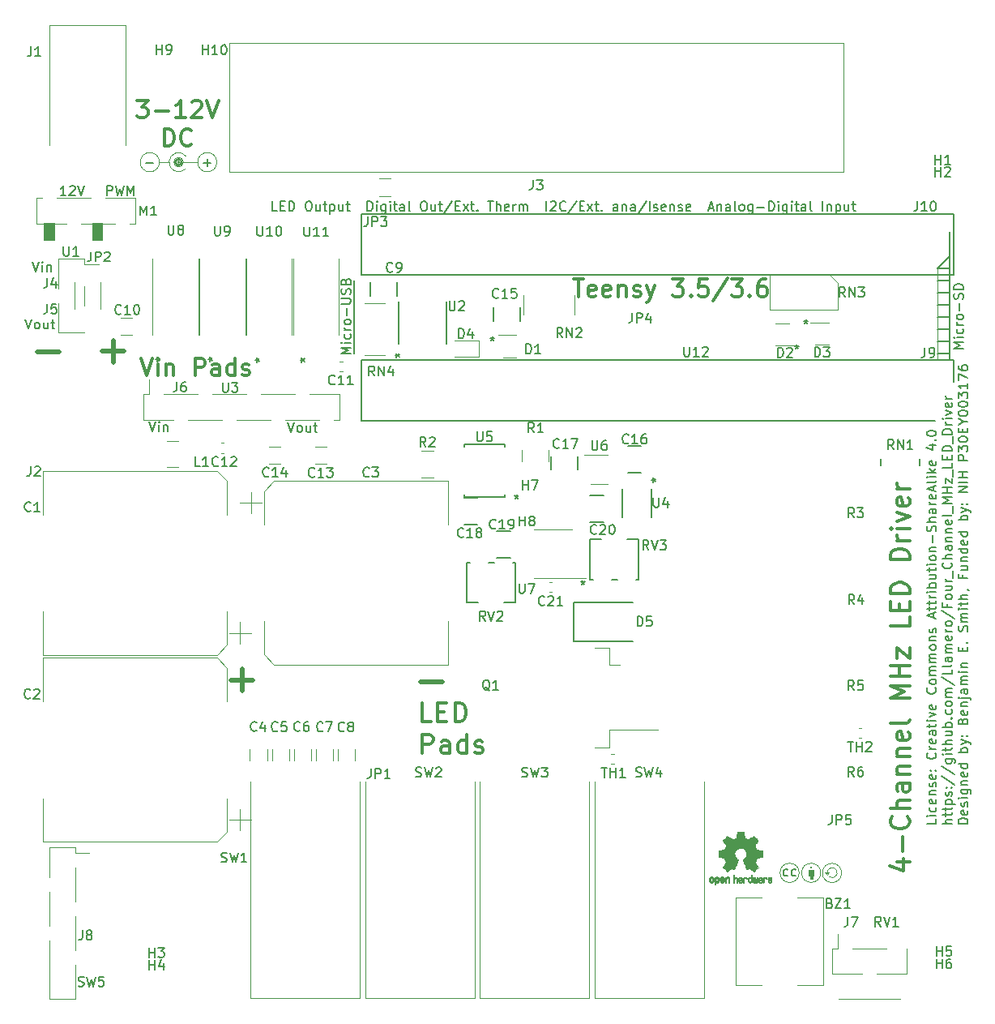
<source format=gbr>
%TF.GenerationSoftware,KiCad,Pcbnew,(5.1.6)-1*%
%TF.CreationDate,2020-09-14T21:14:26-07:00*%
%TF.ProjectId,Four Channel MHz LED Driver,466f7572-2043-4686-916e-6e656c204d48,rev?*%
%TF.SameCoordinates,Original*%
%TF.FileFunction,Legend,Top*%
%TF.FilePolarity,Positive*%
%FSLAX46Y46*%
G04 Gerber Fmt 4.6, Leading zero omitted, Abs format (unit mm)*
G04 Created by KiCad (PCBNEW (5.1.6)-1) date 2020-09-14 21:14:26*
%MOMM*%
%LPD*%
G01*
G04 APERTURE LIST*
%ADD10C,0.300000*%
%ADD11C,0.150000*%
%ADD12C,0.120000*%
%ADD13C,0.200000*%
%ADD14C,0.127000*%
%ADD15C,0.010000*%
%ADD16C,0.100000*%
%ADD17C,0.152400*%
%ADD18C,0.500000*%
G04 APERTURE END LIST*
D10*
X49160000Y-30144285D02*
X50274285Y-30144285D01*
X49674285Y-30830000D01*
X49931428Y-30830000D01*
X50102857Y-30915714D01*
X50188571Y-31001428D01*
X50274285Y-31172857D01*
X50274285Y-31601428D01*
X50188571Y-31772857D01*
X50102857Y-31858571D01*
X49931428Y-31944285D01*
X49417142Y-31944285D01*
X49245714Y-31858571D01*
X49160000Y-31772857D01*
X51045714Y-31258571D02*
X52417142Y-31258571D01*
X54217142Y-31944285D02*
X53188571Y-31944285D01*
X53702857Y-31944285D02*
X53702857Y-30144285D01*
X53531428Y-30401428D01*
X53360000Y-30572857D01*
X53188571Y-30658571D01*
X54902857Y-30315714D02*
X54988571Y-30230000D01*
X55160000Y-30144285D01*
X55588571Y-30144285D01*
X55760000Y-30230000D01*
X55845714Y-30315714D01*
X55931428Y-30487142D01*
X55931428Y-30658571D01*
X55845714Y-30915714D01*
X54817142Y-31944285D01*
X55931428Y-31944285D01*
X56445714Y-30144285D02*
X57045714Y-31944285D01*
X57645714Y-30144285D01*
X51988571Y-34944285D02*
X51988571Y-33144285D01*
X52417142Y-33144285D01*
X52674285Y-33230000D01*
X52845714Y-33401428D01*
X52931428Y-33572857D01*
X53017142Y-33915714D01*
X53017142Y-34172857D01*
X52931428Y-34515714D01*
X52845714Y-34687142D01*
X52674285Y-34858571D01*
X52417142Y-34944285D01*
X51988571Y-34944285D01*
X54817142Y-34772857D02*
X54731428Y-34858571D01*
X54474285Y-34944285D01*
X54302857Y-34944285D01*
X54045714Y-34858571D01*
X53874285Y-34687142D01*
X53788571Y-34515714D01*
X53702857Y-34172857D01*
X53702857Y-33915714D01*
X53788571Y-33572857D01*
X53874285Y-33401428D01*
X54045714Y-33230000D01*
X54302857Y-33144285D01*
X54474285Y-33144285D01*
X54731428Y-33230000D01*
X54817142Y-33315714D01*
X94750000Y-48824285D02*
X95778571Y-48824285D01*
X95264285Y-50624285D02*
X95264285Y-48824285D01*
X97064285Y-50538571D02*
X96892857Y-50624285D01*
X96550000Y-50624285D01*
X96378571Y-50538571D01*
X96292857Y-50367142D01*
X96292857Y-49681428D01*
X96378571Y-49510000D01*
X96550000Y-49424285D01*
X96892857Y-49424285D01*
X97064285Y-49510000D01*
X97150000Y-49681428D01*
X97150000Y-49852857D01*
X96292857Y-50024285D01*
X98607142Y-50538571D02*
X98435714Y-50624285D01*
X98092857Y-50624285D01*
X97921428Y-50538571D01*
X97835714Y-50367142D01*
X97835714Y-49681428D01*
X97921428Y-49510000D01*
X98092857Y-49424285D01*
X98435714Y-49424285D01*
X98607142Y-49510000D01*
X98692857Y-49681428D01*
X98692857Y-49852857D01*
X97835714Y-50024285D01*
X99464285Y-49424285D02*
X99464285Y-50624285D01*
X99464285Y-49595714D02*
X99550000Y-49510000D01*
X99721428Y-49424285D01*
X99978571Y-49424285D01*
X100150000Y-49510000D01*
X100235714Y-49681428D01*
X100235714Y-50624285D01*
X101007142Y-50538571D02*
X101178571Y-50624285D01*
X101521428Y-50624285D01*
X101692857Y-50538571D01*
X101778571Y-50367142D01*
X101778571Y-50281428D01*
X101692857Y-50110000D01*
X101521428Y-50024285D01*
X101264285Y-50024285D01*
X101092857Y-49938571D01*
X101007142Y-49767142D01*
X101007142Y-49681428D01*
X101092857Y-49510000D01*
X101264285Y-49424285D01*
X101521428Y-49424285D01*
X101692857Y-49510000D01*
X102378571Y-49424285D02*
X102807142Y-50624285D01*
X103235714Y-49424285D02*
X102807142Y-50624285D01*
X102635714Y-51052857D01*
X102550000Y-51138571D01*
X102378571Y-51224285D01*
X105121428Y-48824285D02*
X106235714Y-48824285D01*
X105635714Y-49510000D01*
X105892857Y-49510000D01*
X106064285Y-49595714D01*
X106150000Y-49681428D01*
X106235714Y-49852857D01*
X106235714Y-50281428D01*
X106150000Y-50452857D01*
X106064285Y-50538571D01*
X105892857Y-50624285D01*
X105378571Y-50624285D01*
X105207142Y-50538571D01*
X105121428Y-50452857D01*
X107007142Y-50452857D02*
X107092857Y-50538571D01*
X107007142Y-50624285D01*
X106921428Y-50538571D01*
X107007142Y-50452857D01*
X107007142Y-50624285D01*
X108721428Y-48824285D02*
X107864285Y-48824285D01*
X107778571Y-49681428D01*
X107864285Y-49595714D01*
X108035714Y-49510000D01*
X108464285Y-49510000D01*
X108635714Y-49595714D01*
X108721428Y-49681428D01*
X108807142Y-49852857D01*
X108807142Y-50281428D01*
X108721428Y-50452857D01*
X108635714Y-50538571D01*
X108464285Y-50624285D01*
X108035714Y-50624285D01*
X107864285Y-50538571D01*
X107778571Y-50452857D01*
X110864285Y-48738571D02*
X109321428Y-51052857D01*
X111292857Y-48824285D02*
X112407142Y-48824285D01*
X111807142Y-49510000D01*
X112064285Y-49510000D01*
X112235714Y-49595714D01*
X112321428Y-49681428D01*
X112407142Y-49852857D01*
X112407142Y-50281428D01*
X112321428Y-50452857D01*
X112235714Y-50538571D01*
X112064285Y-50624285D01*
X111550000Y-50624285D01*
X111378571Y-50538571D01*
X111292857Y-50452857D01*
X113178571Y-50452857D02*
X113264285Y-50538571D01*
X113178571Y-50624285D01*
X113092857Y-50538571D01*
X113178571Y-50452857D01*
X113178571Y-50624285D01*
X114807142Y-48824285D02*
X114464285Y-48824285D01*
X114292857Y-48910000D01*
X114207142Y-48995714D01*
X114035714Y-49252857D01*
X113950000Y-49595714D01*
X113950000Y-50281428D01*
X114035714Y-50452857D01*
X114121428Y-50538571D01*
X114292857Y-50624285D01*
X114635714Y-50624285D01*
X114807142Y-50538571D01*
X114892857Y-50452857D01*
X114978571Y-50281428D01*
X114978571Y-49852857D01*
X114892857Y-49681428D01*
X114807142Y-49595714D01*
X114635714Y-49510000D01*
X114292857Y-49510000D01*
X114121428Y-49595714D01*
X114035714Y-49681428D01*
X113950000Y-49852857D01*
D11*
X95730000Y-80262380D02*
X95730000Y-80500476D01*
X95491904Y-80405238D02*
X95730000Y-80500476D01*
X95968095Y-80405238D01*
X95587142Y-80690952D02*
X95730000Y-80500476D01*
X95872857Y-80690952D01*
D10*
X49534285Y-57074285D02*
X50134285Y-58874285D01*
X50734285Y-57074285D01*
X51334285Y-58874285D02*
X51334285Y-57674285D01*
X51334285Y-57074285D02*
X51248571Y-57160000D01*
X51334285Y-57245714D01*
X51420000Y-57160000D01*
X51334285Y-57074285D01*
X51334285Y-57245714D01*
X52191428Y-57674285D02*
X52191428Y-58874285D01*
X52191428Y-57845714D02*
X52277142Y-57760000D01*
X52448571Y-57674285D01*
X52705714Y-57674285D01*
X52877142Y-57760000D01*
X52962857Y-57931428D01*
X52962857Y-58874285D01*
X55191428Y-58874285D02*
X55191428Y-57074285D01*
X55877142Y-57074285D01*
X56048571Y-57160000D01*
X56134285Y-57245714D01*
X56220000Y-57417142D01*
X56220000Y-57674285D01*
X56134285Y-57845714D01*
X56048571Y-57931428D01*
X55877142Y-58017142D01*
X55191428Y-58017142D01*
X57762857Y-58874285D02*
X57762857Y-57931428D01*
X57677142Y-57760000D01*
X57505714Y-57674285D01*
X57162857Y-57674285D01*
X56991428Y-57760000D01*
X57762857Y-58788571D02*
X57591428Y-58874285D01*
X57162857Y-58874285D01*
X56991428Y-58788571D01*
X56905714Y-58617142D01*
X56905714Y-58445714D01*
X56991428Y-58274285D01*
X57162857Y-58188571D01*
X57591428Y-58188571D01*
X57762857Y-58102857D01*
X59391428Y-58874285D02*
X59391428Y-57074285D01*
X59391428Y-58788571D02*
X59220000Y-58874285D01*
X58877142Y-58874285D01*
X58705714Y-58788571D01*
X58620000Y-58702857D01*
X58534285Y-58531428D01*
X58534285Y-58017142D01*
X58620000Y-57845714D01*
X58705714Y-57760000D01*
X58877142Y-57674285D01*
X59220000Y-57674285D01*
X59391428Y-57760000D01*
X60162857Y-58788571D02*
X60334285Y-58874285D01*
X60677142Y-58874285D01*
X60848571Y-58788571D01*
X60934285Y-58617142D01*
X60934285Y-58531428D01*
X60848571Y-58360000D01*
X60677142Y-58274285D01*
X60420000Y-58274285D01*
X60248571Y-58188571D01*
X60162857Y-58017142D01*
X60162857Y-57931428D01*
X60248571Y-57760000D01*
X60420000Y-57674285D01*
X60677142Y-57674285D01*
X60848571Y-57760000D01*
D11*
X63785238Y-41682380D02*
X63309047Y-41682380D01*
X63309047Y-40682380D01*
X64118571Y-41158571D02*
X64451904Y-41158571D01*
X64594761Y-41682380D02*
X64118571Y-41682380D01*
X64118571Y-40682380D01*
X64594761Y-40682380D01*
X65023333Y-41682380D02*
X65023333Y-40682380D01*
X65261428Y-40682380D01*
X65404285Y-40730000D01*
X65499523Y-40825238D01*
X65547142Y-40920476D01*
X65594761Y-41110952D01*
X65594761Y-41253809D01*
X65547142Y-41444285D01*
X65499523Y-41539523D01*
X65404285Y-41634761D01*
X65261428Y-41682380D01*
X65023333Y-41682380D01*
X66975714Y-40682380D02*
X67166190Y-40682380D01*
X67261428Y-40730000D01*
X67356666Y-40825238D01*
X67404285Y-41015714D01*
X67404285Y-41349047D01*
X67356666Y-41539523D01*
X67261428Y-41634761D01*
X67166190Y-41682380D01*
X66975714Y-41682380D01*
X66880476Y-41634761D01*
X66785238Y-41539523D01*
X66737619Y-41349047D01*
X66737619Y-41015714D01*
X66785238Y-40825238D01*
X66880476Y-40730000D01*
X66975714Y-40682380D01*
X68261428Y-41015714D02*
X68261428Y-41682380D01*
X67832857Y-41015714D02*
X67832857Y-41539523D01*
X67880476Y-41634761D01*
X67975714Y-41682380D01*
X68118571Y-41682380D01*
X68213809Y-41634761D01*
X68261428Y-41587142D01*
X68594761Y-41015714D02*
X68975714Y-41015714D01*
X68737619Y-40682380D02*
X68737619Y-41539523D01*
X68785238Y-41634761D01*
X68880476Y-41682380D01*
X68975714Y-41682380D01*
X69309047Y-41015714D02*
X69309047Y-42015714D01*
X69309047Y-41063333D02*
X69404285Y-41015714D01*
X69594761Y-41015714D01*
X69690000Y-41063333D01*
X69737619Y-41110952D01*
X69785238Y-41206190D01*
X69785238Y-41491904D01*
X69737619Y-41587142D01*
X69690000Y-41634761D01*
X69594761Y-41682380D01*
X69404285Y-41682380D01*
X69309047Y-41634761D01*
X70642380Y-41015714D02*
X70642380Y-41682380D01*
X70213809Y-41015714D02*
X70213809Y-41539523D01*
X70261428Y-41634761D01*
X70356666Y-41682380D01*
X70499523Y-41682380D01*
X70594761Y-41634761D01*
X70642380Y-41587142D01*
X70975714Y-41015714D02*
X71356666Y-41015714D01*
X71118571Y-40682380D02*
X71118571Y-41539523D01*
X71166190Y-41634761D01*
X71261428Y-41682380D01*
X71356666Y-41682380D01*
X73213809Y-41682380D02*
X73213809Y-40682380D01*
X73451904Y-40682380D01*
X73594761Y-40730000D01*
X73690000Y-40825238D01*
X73737619Y-40920476D01*
X73785238Y-41110952D01*
X73785238Y-41253809D01*
X73737619Y-41444285D01*
X73690000Y-41539523D01*
X73594761Y-41634761D01*
X73451904Y-41682380D01*
X73213809Y-41682380D01*
X74213809Y-41682380D02*
X74213809Y-41015714D01*
X74213809Y-40682380D02*
X74166190Y-40730000D01*
X74213809Y-40777619D01*
X74261428Y-40730000D01*
X74213809Y-40682380D01*
X74213809Y-40777619D01*
X75118571Y-41015714D02*
X75118571Y-41825238D01*
X75070952Y-41920476D01*
X75023333Y-41968095D01*
X74928095Y-42015714D01*
X74785238Y-42015714D01*
X74690000Y-41968095D01*
X75118571Y-41634761D02*
X75023333Y-41682380D01*
X74832857Y-41682380D01*
X74737619Y-41634761D01*
X74690000Y-41587142D01*
X74642380Y-41491904D01*
X74642380Y-41206190D01*
X74690000Y-41110952D01*
X74737619Y-41063333D01*
X74832857Y-41015714D01*
X75023333Y-41015714D01*
X75118571Y-41063333D01*
X75594761Y-41682380D02*
X75594761Y-41015714D01*
X75594761Y-40682380D02*
X75547142Y-40730000D01*
X75594761Y-40777619D01*
X75642380Y-40730000D01*
X75594761Y-40682380D01*
X75594761Y-40777619D01*
X75928095Y-41015714D02*
X76309047Y-41015714D01*
X76070952Y-40682380D02*
X76070952Y-41539523D01*
X76118571Y-41634761D01*
X76213809Y-41682380D01*
X76309047Y-41682380D01*
X77070952Y-41682380D02*
X77070952Y-41158571D01*
X77023333Y-41063333D01*
X76928095Y-41015714D01*
X76737619Y-41015714D01*
X76642380Y-41063333D01*
X77070952Y-41634761D02*
X76975714Y-41682380D01*
X76737619Y-41682380D01*
X76642380Y-41634761D01*
X76594761Y-41539523D01*
X76594761Y-41444285D01*
X76642380Y-41349047D01*
X76737619Y-41301428D01*
X76975714Y-41301428D01*
X77070952Y-41253809D01*
X77690000Y-41682380D02*
X77594761Y-41634761D01*
X77547142Y-41539523D01*
X77547142Y-40682380D01*
X79023333Y-40682380D02*
X79213809Y-40682380D01*
X79309047Y-40730000D01*
X79404285Y-40825238D01*
X79451904Y-41015714D01*
X79451904Y-41349047D01*
X79404285Y-41539523D01*
X79309047Y-41634761D01*
X79213809Y-41682380D01*
X79023333Y-41682380D01*
X78928095Y-41634761D01*
X78832857Y-41539523D01*
X78785238Y-41349047D01*
X78785238Y-41015714D01*
X78832857Y-40825238D01*
X78928095Y-40730000D01*
X79023333Y-40682380D01*
X80309047Y-41015714D02*
X80309047Y-41682380D01*
X79880476Y-41015714D02*
X79880476Y-41539523D01*
X79928095Y-41634761D01*
X80023333Y-41682380D01*
X80166190Y-41682380D01*
X80261428Y-41634761D01*
X80309047Y-41587142D01*
X80642380Y-41015714D02*
X81023333Y-41015714D01*
X80785238Y-40682380D02*
X80785238Y-41539523D01*
X80832857Y-41634761D01*
X80928095Y-41682380D01*
X81023333Y-41682380D01*
X82070952Y-40634761D02*
X81213809Y-41920476D01*
X82404285Y-41158571D02*
X82737619Y-41158571D01*
X82880476Y-41682380D02*
X82404285Y-41682380D01*
X82404285Y-40682380D01*
X82880476Y-40682380D01*
X83213809Y-41682380D02*
X83737619Y-41015714D01*
X83213809Y-41015714D02*
X83737619Y-41682380D01*
X83975714Y-41015714D02*
X84356666Y-41015714D01*
X84118571Y-40682380D02*
X84118571Y-41539523D01*
X84166190Y-41634761D01*
X84261428Y-41682380D01*
X84356666Y-41682380D01*
X84690000Y-41587142D02*
X84737619Y-41634761D01*
X84690000Y-41682380D01*
X84642380Y-41634761D01*
X84690000Y-41587142D01*
X84690000Y-41682380D01*
X85785238Y-40682380D02*
X86356666Y-40682380D01*
X86070952Y-41682380D02*
X86070952Y-40682380D01*
X86690000Y-41682380D02*
X86690000Y-40682380D01*
X87118571Y-41682380D02*
X87118571Y-41158571D01*
X87070952Y-41063333D01*
X86975714Y-41015714D01*
X86832857Y-41015714D01*
X86737619Y-41063333D01*
X86690000Y-41110952D01*
X87975714Y-41634761D02*
X87880476Y-41682380D01*
X87690000Y-41682380D01*
X87594761Y-41634761D01*
X87547142Y-41539523D01*
X87547142Y-41158571D01*
X87594761Y-41063333D01*
X87690000Y-41015714D01*
X87880476Y-41015714D01*
X87975714Y-41063333D01*
X88023333Y-41158571D01*
X88023333Y-41253809D01*
X87547142Y-41349047D01*
X88451904Y-41682380D02*
X88451904Y-41015714D01*
X88451904Y-41206190D02*
X88499523Y-41110952D01*
X88547142Y-41063333D01*
X88642380Y-41015714D01*
X88737619Y-41015714D01*
X89070952Y-41682380D02*
X89070952Y-41015714D01*
X89070952Y-41110952D02*
X89118571Y-41063333D01*
X89213809Y-41015714D01*
X89356666Y-41015714D01*
X89451904Y-41063333D01*
X89499523Y-41158571D01*
X89499523Y-41682380D01*
X89499523Y-41158571D02*
X89547142Y-41063333D01*
X89642380Y-41015714D01*
X89785238Y-41015714D01*
X89880476Y-41063333D01*
X89928095Y-41158571D01*
X89928095Y-41682380D01*
X91928095Y-41682380D02*
X91928095Y-40682380D01*
X92356666Y-40777619D02*
X92404285Y-40730000D01*
X92499523Y-40682380D01*
X92737619Y-40682380D01*
X92832857Y-40730000D01*
X92880476Y-40777619D01*
X92928095Y-40872857D01*
X92928095Y-40968095D01*
X92880476Y-41110952D01*
X92309047Y-41682380D01*
X92928095Y-41682380D01*
X93928095Y-41587142D02*
X93880476Y-41634761D01*
X93737619Y-41682380D01*
X93642380Y-41682380D01*
X93499523Y-41634761D01*
X93404285Y-41539523D01*
X93356666Y-41444285D01*
X93309047Y-41253809D01*
X93309047Y-41110952D01*
X93356666Y-40920476D01*
X93404285Y-40825238D01*
X93499523Y-40730000D01*
X93642380Y-40682380D01*
X93737619Y-40682380D01*
X93880476Y-40730000D01*
X93928095Y-40777619D01*
X95070952Y-40634761D02*
X94213809Y-41920476D01*
X95404285Y-41158571D02*
X95737619Y-41158571D01*
X95880476Y-41682380D02*
X95404285Y-41682380D01*
X95404285Y-40682380D01*
X95880476Y-40682380D01*
X96213809Y-41682380D02*
X96737619Y-41015714D01*
X96213809Y-41015714D02*
X96737619Y-41682380D01*
X96975714Y-41015714D02*
X97356666Y-41015714D01*
X97118571Y-40682380D02*
X97118571Y-41539523D01*
X97166190Y-41634761D01*
X97261428Y-41682380D01*
X97356666Y-41682380D01*
X97690000Y-41587142D02*
X97737619Y-41634761D01*
X97690000Y-41682380D01*
X97642380Y-41634761D01*
X97690000Y-41587142D01*
X97690000Y-41682380D01*
X99356666Y-41682380D02*
X99356666Y-41158571D01*
X99309047Y-41063333D01*
X99213809Y-41015714D01*
X99023333Y-41015714D01*
X98928095Y-41063333D01*
X99356666Y-41634761D02*
X99261428Y-41682380D01*
X99023333Y-41682380D01*
X98928095Y-41634761D01*
X98880476Y-41539523D01*
X98880476Y-41444285D01*
X98928095Y-41349047D01*
X99023333Y-41301428D01*
X99261428Y-41301428D01*
X99356666Y-41253809D01*
X99832857Y-41015714D02*
X99832857Y-41682380D01*
X99832857Y-41110952D02*
X99880476Y-41063333D01*
X99975714Y-41015714D01*
X100118571Y-41015714D01*
X100213809Y-41063333D01*
X100261428Y-41158571D01*
X100261428Y-41682380D01*
X101166190Y-41682380D02*
X101166190Y-41158571D01*
X101118571Y-41063333D01*
X101023333Y-41015714D01*
X100832857Y-41015714D01*
X100737619Y-41063333D01*
X101166190Y-41634761D02*
X101070952Y-41682380D01*
X100832857Y-41682380D01*
X100737619Y-41634761D01*
X100690000Y-41539523D01*
X100690000Y-41444285D01*
X100737619Y-41349047D01*
X100832857Y-41301428D01*
X101070952Y-41301428D01*
X101166190Y-41253809D01*
X102356666Y-40634761D02*
X101499523Y-41920476D01*
X102690000Y-41682380D02*
X102690000Y-40682380D01*
X103118571Y-41634761D02*
X103213809Y-41682380D01*
X103404285Y-41682380D01*
X103499523Y-41634761D01*
X103547142Y-41539523D01*
X103547142Y-41491904D01*
X103499523Y-41396666D01*
X103404285Y-41349047D01*
X103261428Y-41349047D01*
X103166190Y-41301428D01*
X103118571Y-41206190D01*
X103118571Y-41158571D01*
X103166190Y-41063333D01*
X103261428Y-41015714D01*
X103404285Y-41015714D01*
X103499523Y-41063333D01*
X104356666Y-41634761D02*
X104261428Y-41682380D01*
X104070952Y-41682380D01*
X103975714Y-41634761D01*
X103928095Y-41539523D01*
X103928095Y-41158571D01*
X103975714Y-41063333D01*
X104070952Y-41015714D01*
X104261428Y-41015714D01*
X104356666Y-41063333D01*
X104404285Y-41158571D01*
X104404285Y-41253809D01*
X103928095Y-41349047D01*
X104832857Y-41015714D02*
X104832857Y-41682380D01*
X104832857Y-41110952D02*
X104880476Y-41063333D01*
X104975714Y-41015714D01*
X105118571Y-41015714D01*
X105213809Y-41063333D01*
X105261428Y-41158571D01*
X105261428Y-41682380D01*
X105690000Y-41634761D02*
X105785238Y-41682380D01*
X105975714Y-41682380D01*
X106070952Y-41634761D01*
X106118571Y-41539523D01*
X106118571Y-41491904D01*
X106070952Y-41396666D01*
X105975714Y-41349047D01*
X105832857Y-41349047D01*
X105737619Y-41301428D01*
X105690000Y-41206190D01*
X105690000Y-41158571D01*
X105737619Y-41063333D01*
X105832857Y-41015714D01*
X105975714Y-41015714D01*
X106070952Y-41063333D01*
X106928095Y-41634761D02*
X106832857Y-41682380D01*
X106642380Y-41682380D01*
X106547142Y-41634761D01*
X106499523Y-41539523D01*
X106499523Y-41158571D01*
X106547142Y-41063333D01*
X106642380Y-41015714D01*
X106832857Y-41015714D01*
X106928095Y-41063333D01*
X106975714Y-41158571D01*
X106975714Y-41253809D01*
X106499523Y-41349047D01*
X108880476Y-41396666D02*
X109356666Y-41396666D01*
X108785238Y-41682380D02*
X109118571Y-40682380D01*
X109451904Y-41682380D01*
X109785238Y-41015714D02*
X109785238Y-41682380D01*
X109785238Y-41110952D02*
X109832857Y-41063333D01*
X109928095Y-41015714D01*
X110070952Y-41015714D01*
X110166190Y-41063333D01*
X110213809Y-41158571D01*
X110213809Y-41682380D01*
X111118571Y-41682380D02*
X111118571Y-41158571D01*
X111070952Y-41063333D01*
X110975714Y-41015714D01*
X110785238Y-41015714D01*
X110689999Y-41063333D01*
X111118571Y-41634761D02*
X111023333Y-41682380D01*
X110785238Y-41682380D01*
X110689999Y-41634761D01*
X110642380Y-41539523D01*
X110642380Y-41444285D01*
X110689999Y-41349047D01*
X110785238Y-41301428D01*
X111023333Y-41301428D01*
X111118571Y-41253809D01*
X111737619Y-41682380D02*
X111642380Y-41634761D01*
X111594761Y-41539523D01*
X111594761Y-40682380D01*
X112261428Y-41682380D02*
X112166190Y-41634761D01*
X112118571Y-41587142D01*
X112070952Y-41491904D01*
X112070952Y-41206190D01*
X112118571Y-41110952D01*
X112166190Y-41063333D01*
X112261428Y-41015714D01*
X112404285Y-41015714D01*
X112499523Y-41063333D01*
X112547142Y-41110952D01*
X112594761Y-41206190D01*
X112594761Y-41491904D01*
X112547142Y-41587142D01*
X112499523Y-41634761D01*
X112404285Y-41682380D01*
X112261428Y-41682380D01*
X113451904Y-41015714D02*
X113451904Y-41825238D01*
X113404285Y-41920476D01*
X113356666Y-41968095D01*
X113261428Y-42015714D01*
X113118571Y-42015714D01*
X113023333Y-41968095D01*
X113451904Y-41634761D02*
X113356666Y-41682380D01*
X113166190Y-41682380D01*
X113070952Y-41634761D01*
X113023333Y-41587142D01*
X112975714Y-41491904D01*
X112975714Y-41206190D01*
X113023333Y-41110952D01*
X113070952Y-41063333D01*
X113166190Y-41015714D01*
X113356666Y-41015714D01*
X113451904Y-41063333D01*
X113928095Y-41301428D02*
X114689999Y-41301428D01*
X115166190Y-41682380D02*
X115166190Y-40682380D01*
X115404285Y-40682380D01*
X115547142Y-40730000D01*
X115642380Y-40825238D01*
X115689999Y-40920476D01*
X115737619Y-41110952D01*
X115737619Y-41253809D01*
X115689999Y-41444285D01*
X115642380Y-41539523D01*
X115547142Y-41634761D01*
X115404285Y-41682380D01*
X115166190Y-41682380D01*
X116166190Y-41682380D02*
X116166190Y-41015714D01*
X116166190Y-40682380D02*
X116118571Y-40730000D01*
X116166190Y-40777619D01*
X116213809Y-40730000D01*
X116166190Y-40682380D01*
X116166190Y-40777619D01*
X117070952Y-41015714D02*
X117070952Y-41825238D01*
X117023333Y-41920476D01*
X116975714Y-41968095D01*
X116880476Y-42015714D01*
X116737619Y-42015714D01*
X116642380Y-41968095D01*
X117070952Y-41634761D02*
X116975714Y-41682380D01*
X116785238Y-41682380D01*
X116689999Y-41634761D01*
X116642380Y-41587142D01*
X116594761Y-41491904D01*
X116594761Y-41206190D01*
X116642380Y-41110952D01*
X116689999Y-41063333D01*
X116785238Y-41015714D01*
X116975714Y-41015714D01*
X117070952Y-41063333D01*
X117547142Y-41682380D02*
X117547142Y-41015714D01*
X117547142Y-40682380D02*
X117499523Y-40730000D01*
X117547142Y-40777619D01*
X117594761Y-40730000D01*
X117547142Y-40682380D01*
X117547142Y-40777619D01*
X117880476Y-41015714D02*
X118261428Y-41015714D01*
X118023333Y-40682380D02*
X118023333Y-41539523D01*
X118070952Y-41634761D01*
X118166190Y-41682380D01*
X118261428Y-41682380D01*
X119023333Y-41682380D02*
X119023333Y-41158571D01*
X118975714Y-41063333D01*
X118880476Y-41015714D01*
X118689999Y-41015714D01*
X118594761Y-41063333D01*
X119023333Y-41634761D02*
X118928095Y-41682380D01*
X118689999Y-41682380D01*
X118594761Y-41634761D01*
X118547142Y-41539523D01*
X118547142Y-41444285D01*
X118594761Y-41349047D01*
X118689999Y-41301428D01*
X118928095Y-41301428D01*
X119023333Y-41253809D01*
X119642380Y-41682380D02*
X119547142Y-41634761D01*
X119499523Y-41539523D01*
X119499523Y-40682380D01*
X120785238Y-41682380D02*
X120785238Y-40682380D01*
X121261428Y-41015714D02*
X121261428Y-41682380D01*
X121261428Y-41110952D02*
X121309047Y-41063333D01*
X121404285Y-41015714D01*
X121547142Y-41015714D01*
X121642380Y-41063333D01*
X121689999Y-41158571D01*
X121689999Y-41682380D01*
X122166190Y-41015714D02*
X122166190Y-42015714D01*
X122166190Y-41063333D02*
X122261428Y-41015714D01*
X122451904Y-41015714D01*
X122547142Y-41063333D01*
X122594761Y-41110952D01*
X122642380Y-41206190D01*
X122642380Y-41491904D01*
X122594761Y-41587142D01*
X122547142Y-41634761D01*
X122451904Y-41682380D01*
X122261428Y-41682380D01*
X122166190Y-41634761D01*
X123499523Y-41015714D02*
X123499523Y-41682380D01*
X123070952Y-41015714D02*
X123070952Y-41539523D01*
X123118571Y-41634761D01*
X123213809Y-41682380D01*
X123356666Y-41682380D01*
X123451904Y-41634761D01*
X123499523Y-41587142D01*
X123832857Y-41015714D02*
X124213809Y-41015714D01*
X123975714Y-40682380D02*
X123975714Y-41539523D01*
X124023333Y-41634761D01*
X124118571Y-41682380D01*
X124213809Y-41682380D01*
X132642380Y-105198214D02*
X132642380Y-105674404D01*
X131642380Y-105674404D01*
X132642380Y-104864880D02*
X131975714Y-104864880D01*
X131642380Y-104864880D02*
X131690000Y-104912500D01*
X131737619Y-104864880D01*
X131690000Y-104817261D01*
X131642380Y-104864880D01*
X131737619Y-104864880D01*
X132594761Y-103960119D02*
X132642380Y-104055357D01*
X132642380Y-104245833D01*
X132594761Y-104341071D01*
X132547142Y-104388690D01*
X132451904Y-104436309D01*
X132166190Y-104436309D01*
X132070952Y-104388690D01*
X132023333Y-104341071D01*
X131975714Y-104245833D01*
X131975714Y-104055357D01*
X132023333Y-103960119D01*
X132594761Y-103150595D02*
X132642380Y-103245833D01*
X132642380Y-103436309D01*
X132594761Y-103531547D01*
X132499523Y-103579166D01*
X132118571Y-103579166D01*
X132023333Y-103531547D01*
X131975714Y-103436309D01*
X131975714Y-103245833D01*
X132023333Y-103150595D01*
X132118571Y-103102976D01*
X132213809Y-103102976D01*
X132309047Y-103579166D01*
X131975714Y-102674404D02*
X132642380Y-102674404D01*
X132070952Y-102674404D02*
X132023333Y-102626785D01*
X131975714Y-102531547D01*
X131975714Y-102388690D01*
X132023333Y-102293452D01*
X132118571Y-102245833D01*
X132642380Y-102245833D01*
X132594761Y-101817261D02*
X132642380Y-101722023D01*
X132642380Y-101531547D01*
X132594761Y-101436309D01*
X132499523Y-101388690D01*
X132451904Y-101388690D01*
X132356666Y-101436309D01*
X132309047Y-101531547D01*
X132309047Y-101674404D01*
X132261428Y-101769642D01*
X132166190Y-101817261D01*
X132118571Y-101817261D01*
X132023333Y-101769642D01*
X131975714Y-101674404D01*
X131975714Y-101531547D01*
X132023333Y-101436309D01*
X132594761Y-100579166D02*
X132642380Y-100674404D01*
X132642380Y-100864880D01*
X132594761Y-100960119D01*
X132499523Y-101007738D01*
X132118571Y-101007738D01*
X132023333Y-100960119D01*
X131975714Y-100864880D01*
X131975714Y-100674404D01*
X132023333Y-100579166D01*
X132118571Y-100531547D01*
X132213809Y-100531547D01*
X132309047Y-101007738D01*
X132547142Y-100102976D02*
X132594761Y-100055357D01*
X132642380Y-100102976D01*
X132594761Y-100150595D01*
X132547142Y-100102976D01*
X132642380Y-100102976D01*
X132023333Y-100102976D02*
X132070952Y-100055357D01*
X132118571Y-100102976D01*
X132070952Y-100150595D01*
X132023333Y-100102976D01*
X132118571Y-100102976D01*
X132547142Y-98293452D02*
X132594761Y-98341071D01*
X132642380Y-98483928D01*
X132642380Y-98579166D01*
X132594761Y-98722023D01*
X132499523Y-98817261D01*
X132404285Y-98864880D01*
X132213809Y-98912500D01*
X132070952Y-98912500D01*
X131880476Y-98864880D01*
X131785238Y-98817261D01*
X131690000Y-98722023D01*
X131642380Y-98579166D01*
X131642380Y-98483928D01*
X131690000Y-98341071D01*
X131737619Y-98293452D01*
X132642380Y-97864880D02*
X131975714Y-97864880D01*
X132166190Y-97864880D02*
X132070952Y-97817261D01*
X132023333Y-97769642D01*
X131975714Y-97674404D01*
X131975714Y-97579166D01*
X132594761Y-96864880D02*
X132642380Y-96960119D01*
X132642380Y-97150595D01*
X132594761Y-97245833D01*
X132499523Y-97293452D01*
X132118571Y-97293452D01*
X132023333Y-97245833D01*
X131975714Y-97150595D01*
X131975714Y-96960119D01*
X132023333Y-96864880D01*
X132118571Y-96817261D01*
X132213809Y-96817261D01*
X132309047Y-97293452D01*
X132642380Y-95960119D02*
X132118571Y-95960119D01*
X132023333Y-96007738D01*
X131975714Y-96102976D01*
X131975714Y-96293452D01*
X132023333Y-96388690D01*
X132594761Y-95960119D02*
X132642380Y-96055357D01*
X132642380Y-96293452D01*
X132594761Y-96388690D01*
X132499523Y-96436309D01*
X132404285Y-96436309D01*
X132309047Y-96388690D01*
X132261428Y-96293452D01*
X132261428Y-96055357D01*
X132213809Y-95960119D01*
X131975714Y-95626785D02*
X131975714Y-95245833D01*
X131642380Y-95483928D02*
X132499523Y-95483928D01*
X132594761Y-95436309D01*
X132642380Y-95341071D01*
X132642380Y-95245833D01*
X132642380Y-94912500D02*
X131975714Y-94912500D01*
X131642380Y-94912500D02*
X131690000Y-94960119D01*
X131737619Y-94912500D01*
X131690000Y-94864880D01*
X131642380Y-94912500D01*
X131737619Y-94912500D01*
X131975714Y-94531547D02*
X132642380Y-94293452D01*
X131975714Y-94055357D01*
X132594761Y-93293452D02*
X132642380Y-93388690D01*
X132642380Y-93579166D01*
X132594761Y-93674404D01*
X132499523Y-93722023D01*
X132118571Y-93722023D01*
X132023333Y-93674404D01*
X131975714Y-93579166D01*
X131975714Y-93388690D01*
X132023333Y-93293452D01*
X132118571Y-93245833D01*
X132213809Y-93245833D01*
X132309047Y-93722023D01*
X132547142Y-91483928D02*
X132594761Y-91531547D01*
X132642380Y-91674404D01*
X132642380Y-91769642D01*
X132594761Y-91912500D01*
X132499523Y-92007738D01*
X132404285Y-92055357D01*
X132213809Y-92102976D01*
X132070952Y-92102976D01*
X131880476Y-92055357D01*
X131785238Y-92007738D01*
X131690000Y-91912500D01*
X131642380Y-91769642D01*
X131642380Y-91674404D01*
X131690000Y-91531547D01*
X131737619Y-91483928D01*
X132642380Y-90912500D02*
X132594761Y-91007738D01*
X132547142Y-91055357D01*
X132451904Y-91102976D01*
X132166190Y-91102976D01*
X132070952Y-91055357D01*
X132023333Y-91007738D01*
X131975714Y-90912500D01*
X131975714Y-90769642D01*
X132023333Y-90674404D01*
X132070952Y-90626785D01*
X132166190Y-90579166D01*
X132451904Y-90579166D01*
X132547142Y-90626785D01*
X132594761Y-90674404D01*
X132642380Y-90769642D01*
X132642380Y-90912500D01*
X132642380Y-90150595D02*
X131975714Y-90150595D01*
X132070952Y-90150595D02*
X132023333Y-90102976D01*
X131975714Y-90007738D01*
X131975714Y-89864880D01*
X132023333Y-89769642D01*
X132118571Y-89722023D01*
X132642380Y-89722023D01*
X132118571Y-89722023D02*
X132023333Y-89674404D01*
X131975714Y-89579166D01*
X131975714Y-89436309D01*
X132023333Y-89341071D01*
X132118571Y-89293452D01*
X132642380Y-89293452D01*
X132642380Y-88817261D02*
X131975714Y-88817261D01*
X132070952Y-88817261D02*
X132023333Y-88769642D01*
X131975714Y-88674404D01*
X131975714Y-88531547D01*
X132023333Y-88436309D01*
X132118571Y-88388690D01*
X132642380Y-88388690D01*
X132118571Y-88388690D02*
X132023333Y-88341071D01*
X131975714Y-88245833D01*
X131975714Y-88102976D01*
X132023333Y-88007738D01*
X132118571Y-87960119D01*
X132642380Y-87960119D01*
X132642380Y-87341071D02*
X132594761Y-87436309D01*
X132547142Y-87483928D01*
X132451904Y-87531547D01*
X132166190Y-87531547D01*
X132070952Y-87483928D01*
X132023333Y-87436309D01*
X131975714Y-87341071D01*
X131975714Y-87198214D01*
X132023333Y-87102976D01*
X132070952Y-87055357D01*
X132166190Y-87007738D01*
X132451904Y-87007738D01*
X132547142Y-87055357D01*
X132594761Y-87102976D01*
X132642380Y-87198214D01*
X132642380Y-87341071D01*
X131975714Y-86579166D02*
X132642380Y-86579166D01*
X132070952Y-86579166D02*
X132023333Y-86531547D01*
X131975714Y-86436309D01*
X131975714Y-86293452D01*
X132023333Y-86198214D01*
X132118571Y-86150595D01*
X132642380Y-86150595D01*
X132594761Y-85722023D02*
X132642380Y-85626785D01*
X132642380Y-85436309D01*
X132594761Y-85341071D01*
X132499523Y-85293452D01*
X132451904Y-85293452D01*
X132356666Y-85341071D01*
X132309047Y-85436309D01*
X132309047Y-85579166D01*
X132261428Y-85674404D01*
X132166190Y-85722023D01*
X132118571Y-85722023D01*
X132023333Y-85674404D01*
X131975714Y-85579166D01*
X131975714Y-85436309D01*
X132023333Y-85341071D01*
X132356666Y-84150595D02*
X132356666Y-83674404D01*
X132642380Y-84245833D02*
X131642380Y-83912500D01*
X132642380Y-83579166D01*
X131975714Y-83388690D02*
X131975714Y-83007738D01*
X131642380Y-83245833D02*
X132499523Y-83245833D01*
X132594761Y-83198214D01*
X132642380Y-83102976D01*
X132642380Y-83007738D01*
X131975714Y-82817261D02*
X131975714Y-82436309D01*
X131642380Y-82674404D02*
X132499523Y-82674404D01*
X132594761Y-82626785D01*
X132642380Y-82531547D01*
X132642380Y-82436309D01*
X132642380Y-82102976D02*
X131975714Y-82102976D01*
X132166190Y-82102976D02*
X132070952Y-82055357D01*
X132023333Y-82007738D01*
X131975714Y-81912500D01*
X131975714Y-81817261D01*
X132642380Y-81483928D02*
X131975714Y-81483928D01*
X131642380Y-81483928D02*
X131690000Y-81531547D01*
X131737619Y-81483928D01*
X131690000Y-81436309D01*
X131642380Y-81483928D01*
X131737619Y-81483928D01*
X132642380Y-81007738D02*
X131642380Y-81007738D01*
X132023333Y-81007738D02*
X131975714Y-80912500D01*
X131975714Y-80722023D01*
X132023333Y-80626785D01*
X132070952Y-80579166D01*
X132166190Y-80531547D01*
X132451904Y-80531547D01*
X132547142Y-80579166D01*
X132594761Y-80626785D01*
X132642380Y-80722023D01*
X132642380Y-80912500D01*
X132594761Y-81007738D01*
X131975714Y-79674404D02*
X132642380Y-79674404D01*
X131975714Y-80102976D02*
X132499523Y-80102976D01*
X132594761Y-80055357D01*
X132642380Y-79960119D01*
X132642380Y-79817261D01*
X132594761Y-79722023D01*
X132547142Y-79674404D01*
X131975714Y-79341071D02*
X131975714Y-78960119D01*
X131642380Y-79198214D02*
X132499523Y-79198214D01*
X132594761Y-79150595D01*
X132642380Y-79055357D01*
X132642380Y-78960119D01*
X132642380Y-78626785D02*
X131975714Y-78626785D01*
X131642380Y-78626785D02*
X131690000Y-78674404D01*
X131737619Y-78626785D01*
X131690000Y-78579166D01*
X131642380Y-78626785D01*
X131737619Y-78626785D01*
X132642380Y-78007738D02*
X132594761Y-78102976D01*
X132547142Y-78150595D01*
X132451904Y-78198214D01*
X132166190Y-78198214D01*
X132070952Y-78150595D01*
X132023333Y-78102976D01*
X131975714Y-78007738D01*
X131975714Y-77864880D01*
X132023333Y-77769642D01*
X132070952Y-77722023D01*
X132166190Y-77674404D01*
X132451904Y-77674404D01*
X132547142Y-77722023D01*
X132594761Y-77769642D01*
X132642380Y-77864880D01*
X132642380Y-78007738D01*
X131975714Y-77245833D02*
X132642380Y-77245833D01*
X132070952Y-77245833D02*
X132023333Y-77198214D01*
X131975714Y-77102976D01*
X131975714Y-76960119D01*
X132023333Y-76864880D01*
X132118571Y-76817261D01*
X132642380Y-76817261D01*
X132261428Y-76341071D02*
X132261428Y-75579166D01*
X132594761Y-75150595D02*
X132642380Y-75007738D01*
X132642380Y-74769642D01*
X132594761Y-74674404D01*
X132547142Y-74626785D01*
X132451904Y-74579166D01*
X132356666Y-74579166D01*
X132261428Y-74626785D01*
X132213809Y-74674404D01*
X132166190Y-74769642D01*
X132118571Y-74960119D01*
X132070952Y-75055357D01*
X132023333Y-75102976D01*
X131928095Y-75150595D01*
X131832857Y-75150595D01*
X131737619Y-75102976D01*
X131690000Y-75055357D01*
X131642380Y-74960119D01*
X131642380Y-74722023D01*
X131690000Y-74579166D01*
X132642380Y-74150595D02*
X131642380Y-74150595D01*
X132642380Y-73722023D02*
X132118571Y-73722023D01*
X132023333Y-73769642D01*
X131975714Y-73864880D01*
X131975714Y-74007738D01*
X132023333Y-74102976D01*
X132070952Y-74150595D01*
X132642380Y-72817261D02*
X132118571Y-72817261D01*
X132023333Y-72864880D01*
X131975714Y-72960119D01*
X131975714Y-73150595D01*
X132023333Y-73245833D01*
X132594761Y-72817261D02*
X132642380Y-72912500D01*
X132642380Y-73150595D01*
X132594761Y-73245833D01*
X132499523Y-73293452D01*
X132404285Y-73293452D01*
X132309047Y-73245833D01*
X132261428Y-73150595D01*
X132261428Y-72912500D01*
X132213809Y-72817261D01*
X132642380Y-72341071D02*
X131975714Y-72341071D01*
X132166190Y-72341071D02*
X132070952Y-72293452D01*
X132023333Y-72245833D01*
X131975714Y-72150595D01*
X131975714Y-72055357D01*
X132594761Y-71341071D02*
X132642380Y-71436309D01*
X132642380Y-71626785D01*
X132594761Y-71722023D01*
X132499523Y-71769642D01*
X132118571Y-71769642D01*
X132023333Y-71722023D01*
X131975714Y-71626785D01*
X131975714Y-71436309D01*
X132023333Y-71341071D01*
X132118571Y-71293452D01*
X132213809Y-71293452D01*
X132309047Y-71769642D01*
X132356666Y-70912500D02*
X132356666Y-70436309D01*
X132642380Y-71007738D02*
X131642380Y-70674404D01*
X132642380Y-70341071D01*
X132642380Y-69864880D02*
X132594761Y-69960119D01*
X132499523Y-70007738D01*
X131642380Y-70007738D01*
X132642380Y-69483928D02*
X131975714Y-69483928D01*
X131642380Y-69483928D02*
X131690000Y-69531547D01*
X131737619Y-69483928D01*
X131690000Y-69436309D01*
X131642380Y-69483928D01*
X131737619Y-69483928D01*
X132642380Y-69007738D02*
X131642380Y-69007738D01*
X132261428Y-68912500D02*
X132642380Y-68626785D01*
X131975714Y-68626785D02*
X132356666Y-69007738D01*
X132594761Y-67817261D02*
X132642380Y-67912500D01*
X132642380Y-68102976D01*
X132594761Y-68198214D01*
X132499523Y-68245833D01*
X132118571Y-68245833D01*
X132023333Y-68198214D01*
X131975714Y-68102976D01*
X131975714Y-67912500D01*
X132023333Y-67817261D01*
X132118571Y-67769642D01*
X132213809Y-67769642D01*
X132309047Y-68245833D01*
X131975714Y-66150595D02*
X132642380Y-66150595D01*
X131594761Y-66388690D02*
X132309047Y-66626785D01*
X132309047Y-66007738D01*
X132547142Y-65626785D02*
X132594761Y-65579166D01*
X132642380Y-65626785D01*
X132594761Y-65674404D01*
X132547142Y-65626785D01*
X132642380Y-65626785D01*
X131642380Y-64960119D02*
X131642380Y-64864880D01*
X131690000Y-64769642D01*
X131737619Y-64722023D01*
X131832857Y-64674404D01*
X132023333Y-64626785D01*
X132261428Y-64626785D01*
X132451904Y-64674404D01*
X132547142Y-64722023D01*
X132594761Y-64769642D01*
X132642380Y-64864880D01*
X132642380Y-64960119D01*
X132594761Y-65055357D01*
X132547142Y-65102976D01*
X132451904Y-65150595D01*
X132261428Y-65198214D01*
X132023333Y-65198214D01*
X131832857Y-65150595D01*
X131737619Y-65102976D01*
X131690000Y-65055357D01*
X131642380Y-64960119D01*
X134292380Y-105674404D02*
X133292380Y-105674404D01*
X134292380Y-105245833D02*
X133768571Y-105245833D01*
X133673333Y-105293452D01*
X133625714Y-105388690D01*
X133625714Y-105531547D01*
X133673333Y-105626785D01*
X133720952Y-105674404D01*
X133625714Y-104912500D02*
X133625714Y-104531547D01*
X133292380Y-104769642D02*
X134149523Y-104769642D01*
X134244761Y-104722023D01*
X134292380Y-104626785D01*
X134292380Y-104531547D01*
X133625714Y-104341071D02*
X133625714Y-103960119D01*
X133292380Y-104198214D02*
X134149523Y-104198214D01*
X134244761Y-104150595D01*
X134292380Y-104055357D01*
X134292380Y-103960119D01*
X133625714Y-103626785D02*
X134625714Y-103626785D01*
X133673333Y-103626785D02*
X133625714Y-103531547D01*
X133625714Y-103341071D01*
X133673333Y-103245833D01*
X133720952Y-103198214D01*
X133816190Y-103150595D01*
X134101904Y-103150595D01*
X134197142Y-103198214D01*
X134244761Y-103245833D01*
X134292380Y-103341071D01*
X134292380Y-103531547D01*
X134244761Y-103626785D01*
X134244761Y-102769642D02*
X134292380Y-102674404D01*
X134292380Y-102483928D01*
X134244761Y-102388690D01*
X134149523Y-102341071D01*
X134101904Y-102341071D01*
X134006666Y-102388690D01*
X133959047Y-102483928D01*
X133959047Y-102626785D01*
X133911428Y-102722023D01*
X133816190Y-102769642D01*
X133768571Y-102769642D01*
X133673333Y-102722023D01*
X133625714Y-102626785D01*
X133625714Y-102483928D01*
X133673333Y-102388690D01*
X134197142Y-101912500D02*
X134244761Y-101864880D01*
X134292380Y-101912500D01*
X134244761Y-101960119D01*
X134197142Y-101912500D01*
X134292380Y-101912500D01*
X133673333Y-101912500D02*
X133720952Y-101864880D01*
X133768571Y-101912500D01*
X133720952Y-101960119D01*
X133673333Y-101912500D01*
X133768571Y-101912500D01*
X133244761Y-100722023D02*
X134530476Y-101579166D01*
X133244761Y-99674404D02*
X134530476Y-100531547D01*
X133625714Y-98912500D02*
X134435238Y-98912500D01*
X134530476Y-98960119D01*
X134578095Y-99007738D01*
X134625714Y-99102976D01*
X134625714Y-99245833D01*
X134578095Y-99341071D01*
X134244761Y-98912500D02*
X134292380Y-99007738D01*
X134292380Y-99198214D01*
X134244761Y-99293452D01*
X134197142Y-99341071D01*
X134101904Y-99388690D01*
X133816190Y-99388690D01*
X133720952Y-99341071D01*
X133673333Y-99293452D01*
X133625714Y-99198214D01*
X133625714Y-99007738D01*
X133673333Y-98912500D01*
X134292380Y-98436309D02*
X133625714Y-98436309D01*
X133292380Y-98436309D02*
X133340000Y-98483928D01*
X133387619Y-98436309D01*
X133340000Y-98388690D01*
X133292380Y-98436309D01*
X133387619Y-98436309D01*
X133625714Y-98102976D02*
X133625714Y-97722023D01*
X133292380Y-97960119D02*
X134149523Y-97960119D01*
X134244761Y-97912500D01*
X134292380Y-97817261D01*
X134292380Y-97722023D01*
X134292380Y-97388690D02*
X133292380Y-97388690D01*
X134292380Y-96960119D02*
X133768571Y-96960119D01*
X133673333Y-97007738D01*
X133625714Y-97102976D01*
X133625714Y-97245833D01*
X133673333Y-97341071D01*
X133720952Y-97388690D01*
X133625714Y-96055357D02*
X134292380Y-96055357D01*
X133625714Y-96483928D02*
X134149523Y-96483928D01*
X134244761Y-96436309D01*
X134292380Y-96341071D01*
X134292380Y-96198214D01*
X134244761Y-96102976D01*
X134197142Y-96055357D01*
X134292380Y-95579166D02*
X133292380Y-95579166D01*
X133673333Y-95579166D02*
X133625714Y-95483928D01*
X133625714Y-95293452D01*
X133673333Y-95198214D01*
X133720952Y-95150595D01*
X133816190Y-95102976D01*
X134101904Y-95102976D01*
X134197142Y-95150595D01*
X134244761Y-95198214D01*
X134292380Y-95293452D01*
X134292380Y-95483928D01*
X134244761Y-95579166D01*
X134197142Y-94674404D02*
X134244761Y-94626785D01*
X134292380Y-94674404D01*
X134244761Y-94722023D01*
X134197142Y-94674404D01*
X134292380Y-94674404D01*
X134244761Y-93769642D02*
X134292380Y-93864880D01*
X134292380Y-94055357D01*
X134244761Y-94150595D01*
X134197142Y-94198214D01*
X134101904Y-94245833D01*
X133816190Y-94245833D01*
X133720952Y-94198214D01*
X133673333Y-94150595D01*
X133625714Y-94055357D01*
X133625714Y-93864880D01*
X133673333Y-93769642D01*
X134292380Y-93198214D02*
X134244761Y-93293452D01*
X134197142Y-93341071D01*
X134101904Y-93388690D01*
X133816190Y-93388690D01*
X133720952Y-93341071D01*
X133673333Y-93293452D01*
X133625714Y-93198214D01*
X133625714Y-93055357D01*
X133673333Y-92960119D01*
X133720952Y-92912500D01*
X133816190Y-92864880D01*
X134101904Y-92864880D01*
X134197142Y-92912500D01*
X134244761Y-92960119D01*
X134292380Y-93055357D01*
X134292380Y-93198214D01*
X134292380Y-92436309D02*
X133625714Y-92436309D01*
X133720952Y-92436309D02*
X133673333Y-92388690D01*
X133625714Y-92293452D01*
X133625714Y-92150595D01*
X133673333Y-92055357D01*
X133768571Y-92007738D01*
X134292380Y-92007738D01*
X133768571Y-92007738D02*
X133673333Y-91960119D01*
X133625714Y-91864880D01*
X133625714Y-91722023D01*
X133673333Y-91626785D01*
X133768571Y-91579166D01*
X134292380Y-91579166D01*
X133244761Y-90388690D02*
X134530476Y-91245833D01*
X134292380Y-89579166D02*
X134292380Y-90055357D01*
X133292380Y-90055357D01*
X134292380Y-89102976D02*
X134244761Y-89198214D01*
X134149523Y-89245833D01*
X133292380Y-89245833D01*
X134292380Y-88293452D02*
X133768571Y-88293452D01*
X133673333Y-88341071D01*
X133625714Y-88436309D01*
X133625714Y-88626785D01*
X133673333Y-88722023D01*
X134244761Y-88293452D02*
X134292380Y-88388690D01*
X134292380Y-88626785D01*
X134244761Y-88722023D01*
X134149523Y-88769642D01*
X134054285Y-88769642D01*
X133959047Y-88722023D01*
X133911428Y-88626785D01*
X133911428Y-88388690D01*
X133863809Y-88293452D01*
X134292380Y-87817261D02*
X133625714Y-87817261D01*
X133720952Y-87817261D02*
X133673333Y-87769642D01*
X133625714Y-87674404D01*
X133625714Y-87531547D01*
X133673333Y-87436309D01*
X133768571Y-87388690D01*
X134292380Y-87388690D01*
X133768571Y-87388690D02*
X133673333Y-87341071D01*
X133625714Y-87245833D01*
X133625714Y-87102976D01*
X133673333Y-87007738D01*
X133768571Y-86960119D01*
X134292380Y-86960119D01*
X134244761Y-86102976D02*
X134292380Y-86198214D01*
X134292380Y-86388690D01*
X134244761Y-86483928D01*
X134149523Y-86531547D01*
X133768571Y-86531547D01*
X133673333Y-86483928D01*
X133625714Y-86388690D01*
X133625714Y-86198214D01*
X133673333Y-86102976D01*
X133768571Y-86055357D01*
X133863809Y-86055357D01*
X133959047Y-86531547D01*
X134292380Y-85626785D02*
X133625714Y-85626785D01*
X133816190Y-85626785D02*
X133720952Y-85579166D01*
X133673333Y-85531547D01*
X133625714Y-85436309D01*
X133625714Y-85341071D01*
X134292380Y-84864880D02*
X134244761Y-84960119D01*
X134197142Y-85007738D01*
X134101904Y-85055357D01*
X133816190Y-85055357D01*
X133720952Y-85007738D01*
X133673333Y-84960119D01*
X133625714Y-84864880D01*
X133625714Y-84722023D01*
X133673333Y-84626785D01*
X133720952Y-84579166D01*
X133816190Y-84531547D01*
X134101904Y-84531547D01*
X134197142Y-84579166D01*
X134244761Y-84626785D01*
X134292380Y-84722023D01*
X134292380Y-84864880D01*
X133244761Y-83388690D02*
X134530476Y-84245833D01*
X133768571Y-82722023D02*
X133768571Y-83055357D01*
X134292380Y-83055357D02*
X133292380Y-83055357D01*
X133292380Y-82579166D01*
X134292380Y-82055357D02*
X134244761Y-82150595D01*
X134197142Y-82198214D01*
X134101904Y-82245833D01*
X133816190Y-82245833D01*
X133720952Y-82198214D01*
X133673333Y-82150595D01*
X133625714Y-82055357D01*
X133625714Y-81912500D01*
X133673333Y-81817261D01*
X133720952Y-81769642D01*
X133816190Y-81722023D01*
X134101904Y-81722023D01*
X134197142Y-81769642D01*
X134244761Y-81817261D01*
X134292380Y-81912500D01*
X134292380Y-82055357D01*
X133625714Y-80864880D02*
X134292380Y-80864880D01*
X133625714Y-81293452D02*
X134149523Y-81293452D01*
X134244761Y-81245833D01*
X134292380Y-81150595D01*
X134292380Y-81007738D01*
X134244761Y-80912500D01*
X134197142Y-80864880D01*
X134292380Y-80388690D02*
X133625714Y-80388690D01*
X133816190Y-80388690D02*
X133720952Y-80341071D01*
X133673333Y-80293452D01*
X133625714Y-80198214D01*
X133625714Y-80102976D01*
X134387619Y-80007738D02*
X134387619Y-79245833D01*
X134197142Y-78436309D02*
X134244761Y-78483928D01*
X134292380Y-78626785D01*
X134292380Y-78722023D01*
X134244761Y-78864880D01*
X134149523Y-78960119D01*
X134054285Y-79007738D01*
X133863809Y-79055357D01*
X133720952Y-79055357D01*
X133530476Y-79007738D01*
X133435238Y-78960119D01*
X133340000Y-78864880D01*
X133292380Y-78722023D01*
X133292380Y-78626785D01*
X133340000Y-78483928D01*
X133387619Y-78436309D01*
X134292380Y-78007738D02*
X133292380Y-78007738D01*
X134292380Y-77579166D02*
X133768571Y-77579166D01*
X133673333Y-77626785D01*
X133625714Y-77722023D01*
X133625714Y-77864880D01*
X133673333Y-77960119D01*
X133720952Y-78007738D01*
X134292380Y-76674404D02*
X133768571Y-76674404D01*
X133673333Y-76722023D01*
X133625714Y-76817261D01*
X133625714Y-77007738D01*
X133673333Y-77102976D01*
X134244761Y-76674404D02*
X134292380Y-76769642D01*
X134292380Y-77007738D01*
X134244761Y-77102976D01*
X134149523Y-77150595D01*
X134054285Y-77150595D01*
X133959047Y-77102976D01*
X133911428Y-77007738D01*
X133911428Y-76769642D01*
X133863809Y-76674404D01*
X133625714Y-76198214D02*
X134292380Y-76198214D01*
X133720952Y-76198214D02*
X133673333Y-76150595D01*
X133625714Y-76055357D01*
X133625714Y-75912500D01*
X133673333Y-75817261D01*
X133768571Y-75769642D01*
X134292380Y-75769642D01*
X133625714Y-75293452D02*
X134292380Y-75293452D01*
X133720952Y-75293452D02*
X133673333Y-75245833D01*
X133625714Y-75150595D01*
X133625714Y-75007738D01*
X133673333Y-74912500D01*
X133768571Y-74864880D01*
X134292380Y-74864880D01*
X134244761Y-74007738D02*
X134292380Y-74102976D01*
X134292380Y-74293452D01*
X134244761Y-74388690D01*
X134149523Y-74436309D01*
X133768571Y-74436309D01*
X133673333Y-74388690D01*
X133625714Y-74293452D01*
X133625714Y-74102976D01*
X133673333Y-74007738D01*
X133768571Y-73960119D01*
X133863809Y-73960119D01*
X133959047Y-74436309D01*
X134292380Y-73388690D02*
X134244761Y-73483928D01*
X134149523Y-73531547D01*
X133292380Y-73531547D01*
X134387619Y-73245833D02*
X134387619Y-72483928D01*
X134292380Y-72245833D02*
X133292380Y-72245833D01*
X134006666Y-71912500D01*
X133292380Y-71579166D01*
X134292380Y-71579166D01*
X134292380Y-71102976D02*
X133292380Y-71102976D01*
X133768571Y-71102976D02*
X133768571Y-70531547D01*
X134292380Y-70531547D02*
X133292380Y-70531547D01*
X133625714Y-70150595D02*
X133625714Y-69626785D01*
X134292380Y-70150595D01*
X134292380Y-69626785D01*
X134387619Y-69483928D02*
X134387619Y-68722023D01*
X134292380Y-68007738D02*
X134292380Y-68483928D01*
X133292380Y-68483928D01*
X133768571Y-67674404D02*
X133768571Y-67341071D01*
X134292380Y-67198214D02*
X134292380Y-67674404D01*
X133292380Y-67674404D01*
X133292380Y-67198214D01*
X134292380Y-66769642D02*
X133292380Y-66769642D01*
X133292380Y-66531547D01*
X133340000Y-66388690D01*
X133435238Y-66293452D01*
X133530476Y-66245833D01*
X133720952Y-66198214D01*
X133863809Y-66198214D01*
X134054285Y-66245833D01*
X134149523Y-66293452D01*
X134244761Y-66388690D01*
X134292380Y-66531547D01*
X134292380Y-66769642D01*
X134387619Y-66007738D02*
X134387619Y-65245833D01*
X134292380Y-65007738D02*
X133292380Y-65007738D01*
X133292380Y-64769642D01*
X133340000Y-64626785D01*
X133435238Y-64531547D01*
X133530476Y-64483928D01*
X133720952Y-64436309D01*
X133863809Y-64436309D01*
X134054285Y-64483928D01*
X134149523Y-64531547D01*
X134244761Y-64626785D01*
X134292380Y-64769642D01*
X134292380Y-65007738D01*
X134292380Y-64007738D02*
X133625714Y-64007738D01*
X133816190Y-64007738D02*
X133720952Y-63960119D01*
X133673333Y-63912500D01*
X133625714Y-63817261D01*
X133625714Y-63722023D01*
X134292380Y-63388690D02*
X133625714Y-63388690D01*
X133292380Y-63388690D02*
X133340000Y-63436309D01*
X133387619Y-63388690D01*
X133340000Y-63341071D01*
X133292380Y-63388690D01*
X133387619Y-63388690D01*
X133625714Y-63007738D02*
X134292380Y-62769642D01*
X133625714Y-62531547D01*
X134244761Y-61769642D02*
X134292380Y-61864880D01*
X134292380Y-62055357D01*
X134244761Y-62150595D01*
X134149523Y-62198214D01*
X133768571Y-62198214D01*
X133673333Y-62150595D01*
X133625714Y-62055357D01*
X133625714Y-61864880D01*
X133673333Y-61769642D01*
X133768571Y-61722023D01*
X133863809Y-61722023D01*
X133959047Y-62198214D01*
X134292380Y-61293452D02*
X133625714Y-61293452D01*
X133816190Y-61293452D02*
X133720952Y-61245833D01*
X133673333Y-61198214D01*
X133625714Y-61102976D01*
X133625714Y-61007738D01*
X135942380Y-105674404D02*
X134942380Y-105674404D01*
X134942380Y-105436309D01*
X134990000Y-105293452D01*
X135085238Y-105198214D01*
X135180476Y-105150595D01*
X135370952Y-105102976D01*
X135513809Y-105102976D01*
X135704285Y-105150595D01*
X135799523Y-105198214D01*
X135894761Y-105293452D01*
X135942380Y-105436309D01*
X135942380Y-105674404D01*
X135894761Y-104293452D02*
X135942380Y-104388690D01*
X135942380Y-104579166D01*
X135894761Y-104674404D01*
X135799523Y-104722023D01*
X135418571Y-104722023D01*
X135323333Y-104674404D01*
X135275714Y-104579166D01*
X135275714Y-104388690D01*
X135323333Y-104293452D01*
X135418571Y-104245833D01*
X135513809Y-104245833D01*
X135609047Y-104722023D01*
X135894761Y-103864880D02*
X135942380Y-103769642D01*
X135942380Y-103579166D01*
X135894761Y-103483928D01*
X135799523Y-103436309D01*
X135751904Y-103436309D01*
X135656666Y-103483928D01*
X135609047Y-103579166D01*
X135609047Y-103722023D01*
X135561428Y-103817261D01*
X135466190Y-103864880D01*
X135418571Y-103864880D01*
X135323333Y-103817261D01*
X135275714Y-103722023D01*
X135275714Y-103579166D01*
X135323333Y-103483928D01*
X135942380Y-103007738D02*
X135275714Y-103007738D01*
X134942380Y-103007738D02*
X134990000Y-103055357D01*
X135037619Y-103007738D01*
X134990000Y-102960119D01*
X134942380Y-103007738D01*
X135037619Y-103007738D01*
X135275714Y-102102976D02*
X136085238Y-102102976D01*
X136180476Y-102150595D01*
X136228095Y-102198214D01*
X136275714Y-102293452D01*
X136275714Y-102436309D01*
X136228095Y-102531547D01*
X135894761Y-102102976D02*
X135942380Y-102198214D01*
X135942380Y-102388690D01*
X135894761Y-102483928D01*
X135847142Y-102531547D01*
X135751904Y-102579166D01*
X135466190Y-102579166D01*
X135370952Y-102531547D01*
X135323333Y-102483928D01*
X135275714Y-102388690D01*
X135275714Y-102198214D01*
X135323333Y-102102976D01*
X135275714Y-101626785D02*
X135942380Y-101626785D01*
X135370952Y-101626785D02*
X135323333Y-101579166D01*
X135275714Y-101483928D01*
X135275714Y-101341071D01*
X135323333Y-101245833D01*
X135418571Y-101198214D01*
X135942380Y-101198214D01*
X135894761Y-100341071D02*
X135942380Y-100436309D01*
X135942380Y-100626785D01*
X135894761Y-100722023D01*
X135799523Y-100769642D01*
X135418571Y-100769642D01*
X135323333Y-100722023D01*
X135275714Y-100626785D01*
X135275714Y-100436309D01*
X135323333Y-100341071D01*
X135418571Y-100293452D01*
X135513809Y-100293452D01*
X135609047Y-100769642D01*
X135942380Y-99436309D02*
X134942380Y-99436309D01*
X135894761Y-99436309D02*
X135942380Y-99531547D01*
X135942380Y-99722023D01*
X135894761Y-99817261D01*
X135847142Y-99864880D01*
X135751904Y-99912500D01*
X135466190Y-99912500D01*
X135370952Y-99864880D01*
X135323333Y-99817261D01*
X135275714Y-99722023D01*
X135275714Y-99531547D01*
X135323333Y-99436309D01*
X135942380Y-98198214D02*
X134942380Y-98198214D01*
X135323333Y-98198214D02*
X135275714Y-98102976D01*
X135275714Y-97912500D01*
X135323333Y-97817261D01*
X135370952Y-97769642D01*
X135466190Y-97722023D01*
X135751904Y-97722023D01*
X135847142Y-97769642D01*
X135894761Y-97817261D01*
X135942380Y-97912500D01*
X135942380Y-98102976D01*
X135894761Y-98198214D01*
X135275714Y-97388690D02*
X135942380Y-97150595D01*
X135275714Y-96912500D02*
X135942380Y-97150595D01*
X136180476Y-97245833D01*
X136228095Y-97293452D01*
X136275714Y-97388690D01*
X135847142Y-96531547D02*
X135894761Y-96483928D01*
X135942380Y-96531547D01*
X135894761Y-96579166D01*
X135847142Y-96531547D01*
X135942380Y-96531547D01*
X135323333Y-96531547D02*
X135370952Y-96483928D01*
X135418571Y-96531547D01*
X135370952Y-96579166D01*
X135323333Y-96531547D01*
X135418571Y-96531547D01*
X135418571Y-94960119D02*
X135466190Y-94817261D01*
X135513809Y-94769642D01*
X135609047Y-94722023D01*
X135751904Y-94722023D01*
X135847142Y-94769642D01*
X135894761Y-94817261D01*
X135942380Y-94912500D01*
X135942380Y-95293452D01*
X134942380Y-95293452D01*
X134942380Y-94960119D01*
X134990000Y-94864880D01*
X135037619Y-94817261D01*
X135132857Y-94769642D01*
X135228095Y-94769642D01*
X135323333Y-94817261D01*
X135370952Y-94864880D01*
X135418571Y-94960119D01*
X135418571Y-95293452D01*
X135894761Y-93912500D02*
X135942380Y-94007738D01*
X135942380Y-94198214D01*
X135894761Y-94293452D01*
X135799523Y-94341071D01*
X135418571Y-94341071D01*
X135323333Y-94293452D01*
X135275714Y-94198214D01*
X135275714Y-94007738D01*
X135323333Y-93912500D01*
X135418571Y-93864880D01*
X135513809Y-93864880D01*
X135609047Y-94341071D01*
X135275714Y-93436309D02*
X135942380Y-93436309D01*
X135370952Y-93436309D02*
X135323333Y-93388690D01*
X135275714Y-93293452D01*
X135275714Y-93150595D01*
X135323333Y-93055357D01*
X135418571Y-93007738D01*
X135942380Y-93007738D01*
X135275714Y-92531547D02*
X136132857Y-92531547D01*
X136228095Y-92579166D01*
X136275714Y-92674404D01*
X136275714Y-92722023D01*
X134942380Y-92531547D02*
X134990000Y-92579166D01*
X135037619Y-92531547D01*
X134990000Y-92483928D01*
X134942380Y-92531547D01*
X135037619Y-92531547D01*
X135942380Y-91626785D02*
X135418571Y-91626785D01*
X135323333Y-91674404D01*
X135275714Y-91769642D01*
X135275714Y-91960119D01*
X135323333Y-92055357D01*
X135894761Y-91626785D02*
X135942380Y-91722023D01*
X135942380Y-91960119D01*
X135894761Y-92055357D01*
X135799523Y-92102976D01*
X135704285Y-92102976D01*
X135609047Y-92055357D01*
X135561428Y-91960119D01*
X135561428Y-91722023D01*
X135513809Y-91626785D01*
X135942380Y-91150595D02*
X135275714Y-91150595D01*
X135370952Y-91150595D02*
X135323333Y-91102976D01*
X135275714Y-91007738D01*
X135275714Y-90864880D01*
X135323333Y-90769642D01*
X135418571Y-90722023D01*
X135942380Y-90722023D01*
X135418571Y-90722023D02*
X135323333Y-90674404D01*
X135275714Y-90579166D01*
X135275714Y-90436309D01*
X135323333Y-90341071D01*
X135418571Y-90293452D01*
X135942380Y-90293452D01*
X135942380Y-89817261D02*
X135275714Y-89817261D01*
X134942380Y-89817261D02*
X134990000Y-89864880D01*
X135037619Y-89817261D01*
X134990000Y-89769642D01*
X134942380Y-89817261D01*
X135037619Y-89817261D01*
X135275714Y-89341071D02*
X135942380Y-89341071D01*
X135370952Y-89341071D02*
X135323333Y-89293452D01*
X135275714Y-89198214D01*
X135275714Y-89055357D01*
X135323333Y-88960119D01*
X135418571Y-88912500D01*
X135942380Y-88912500D01*
X135418571Y-87674404D02*
X135418571Y-87341071D01*
X135942380Y-87198214D02*
X135942380Y-87674404D01*
X134942380Y-87674404D01*
X134942380Y-87198214D01*
X135847142Y-86769642D02*
X135894761Y-86722023D01*
X135942380Y-86769642D01*
X135894761Y-86817261D01*
X135847142Y-86769642D01*
X135942380Y-86769642D01*
X135894761Y-85579166D02*
X135942380Y-85436309D01*
X135942380Y-85198214D01*
X135894761Y-85102976D01*
X135847142Y-85055357D01*
X135751904Y-85007738D01*
X135656666Y-85007738D01*
X135561428Y-85055357D01*
X135513809Y-85102976D01*
X135466190Y-85198214D01*
X135418571Y-85388690D01*
X135370952Y-85483928D01*
X135323333Y-85531547D01*
X135228095Y-85579166D01*
X135132857Y-85579166D01*
X135037619Y-85531547D01*
X134990000Y-85483928D01*
X134942380Y-85388690D01*
X134942380Y-85150595D01*
X134990000Y-85007738D01*
X135942380Y-84579166D02*
X135275714Y-84579166D01*
X135370952Y-84579166D02*
X135323333Y-84531547D01*
X135275714Y-84436309D01*
X135275714Y-84293452D01*
X135323333Y-84198214D01*
X135418571Y-84150595D01*
X135942380Y-84150595D01*
X135418571Y-84150595D02*
X135323333Y-84102976D01*
X135275714Y-84007738D01*
X135275714Y-83864880D01*
X135323333Y-83769642D01*
X135418571Y-83722023D01*
X135942380Y-83722023D01*
X135942380Y-83245833D02*
X135275714Y-83245833D01*
X134942380Y-83245833D02*
X134990000Y-83293452D01*
X135037619Y-83245833D01*
X134990000Y-83198214D01*
X134942380Y-83245833D01*
X135037619Y-83245833D01*
X135275714Y-82912500D02*
X135275714Y-82531547D01*
X134942380Y-82769642D02*
X135799523Y-82769642D01*
X135894761Y-82722023D01*
X135942380Y-82626785D01*
X135942380Y-82531547D01*
X135942380Y-82198214D02*
X134942380Y-82198214D01*
X135942380Y-81769642D02*
X135418571Y-81769642D01*
X135323333Y-81817261D01*
X135275714Y-81912500D01*
X135275714Y-82055357D01*
X135323333Y-82150595D01*
X135370952Y-82198214D01*
X135894761Y-81245833D02*
X135942380Y-81245833D01*
X136037619Y-81293452D01*
X136085238Y-81341071D01*
X135418571Y-79722023D02*
X135418571Y-80055357D01*
X135942380Y-80055357D02*
X134942380Y-80055357D01*
X134942380Y-79579166D01*
X135275714Y-78769642D02*
X135942380Y-78769642D01*
X135275714Y-79198214D02*
X135799523Y-79198214D01*
X135894761Y-79150595D01*
X135942380Y-79055357D01*
X135942380Y-78912500D01*
X135894761Y-78817261D01*
X135847142Y-78769642D01*
X135275714Y-78293452D02*
X135942380Y-78293452D01*
X135370952Y-78293452D02*
X135323333Y-78245833D01*
X135275714Y-78150595D01*
X135275714Y-78007738D01*
X135323333Y-77912500D01*
X135418571Y-77864880D01*
X135942380Y-77864880D01*
X135942380Y-76960119D02*
X134942380Y-76960119D01*
X135894761Y-76960119D02*
X135942380Y-77055357D01*
X135942380Y-77245833D01*
X135894761Y-77341071D01*
X135847142Y-77388690D01*
X135751904Y-77436309D01*
X135466190Y-77436309D01*
X135370952Y-77388690D01*
X135323333Y-77341071D01*
X135275714Y-77245833D01*
X135275714Y-77055357D01*
X135323333Y-76960119D01*
X135894761Y-76102976D02*
X135942380Y-76198214D01*
X135942380Y-76388690D01*
X135894761Y-76483928D01*
X135799523Y-76531547D01*
X135418571Y-76531547D01*
X135323333Y-76483928D01*
X135275714Y-76388690D01*
X135275714Y-76198214D01*
X135323333Y-76102976D01*
X135418571Y-76055357D01*
X135513809Y-76055357D01*
X135609047Y-76531547D01*
X135942380Y-75198214D02*
X134942380Y-75198214D01*
X135894761Y-75198214D02*
X135942380Y-75293452D01*
X135942380Y-75483928D01*
X135894761Y-75579166D01*
X135847142Y-75626785D01*
X135751904Y-75674404D01*
X135466190Y-75674404D01*
X135370952Y-75626785D01*
X135323333Y-75579166D01*
X135275714Y-75483928D01*
X135275714Y-75293452D01*
X135323333Y-75198214D01*
X135942380Y-73960119D02*
X134942380Y-73960119D01*
X135323333Y-73960119D02*
X135275714Y-73864880D01*
X135275714Y-73674404D01*
X135323333Y-73579166D01*
X135370952Y-73531547D01*
X135466190Y-73483928D01*
X135751904Y-73483928D01*
X135847142Y-73531547D01*
X135894761Y-73579166D01*
X135942380Y-73674404D01*
X135942380Y-73864880D01*
X135894761Y-73960119D01*
X135275714Y-73150595D02*
X135942380Y-72912500D01*
X135275714Y-72674404D02*
X135942380Y-72912500D01*
X136180476Y-73007738D01*
X136228095Y-73055357D01*
X136275714Y-73150595D01*
X135847142Y-72293452D02*
X135894761Y-72245833D01*
X135942380Y-72293452D01*
X135894761Y-72341071D01*
X135847142Y-72293452D01*
X135942380Y-72293452D01*
X135323333Y-72293452D02*
X135370952Y-72245833D01*
X135418571Y-72293452D01*
X135370952Y-72341071D01*
X135323333Y-72293452D01*
X135418571Y-72293452D01*
X135942380Y-71055357D02*
X134942380Y-71055357D01*
X135942380Y-70483928D01*
X134942380Y-70483928D01*
X135942380Y-70007738D02*
X134942380Y-70007738D01*
X135942380Y-69531547D02*
X134942380Y-69531547D01*
X135418571Y-69531547D02*
X135418571Y-68960119D01*
X135942380Y-68960119D02*
X134942380Y-68960119D01*
X135942380Y-67722023D02*
X134942380Y-67722023D01*
X134942380Y-67341071D01*
X134990000Y-67245833D01*
X135037619Y-67198214D01*
X135132857Y-67150595D01*
X135275714Y-67150595D01*
X135370952Y-67198214D01*
X135418571Y-67245833D01*
X135466190Y-67341071D01*
X135466190Y-67722023D01*
X134942380Y-66817261D02*
X134942380Y-66198214D01*
X135323333Y-66531547D01*
X135323333Y-66388690D01*
X135370952Y-66293452D01*
X135418571Y-66245833D01*
X135513809Y-66198214D01*
X135751904Y-66198214D01*
X135847142Y-66245833D01*
X135894761Y-66293452D01*
X135942380Y-66388690D01*
X135942380Y-66674404D01*
X135894761Y-66769642D01*
X135847142Y-66817261D01*
X134942380Y-65579166D02*
X134942380Y-65483928D01*
X134990000Y-65388690D01*
X135037619Y-65341071D01*
X135132857Y-65293452D01*
X135323333Y-65245833D01*
X135561428Y-65245833D01*
X135751904Y-65293452D01*
X135847142Y-65341071D01*
X135894761Y-65388690D01*
X135942380Y-65483928D01*
X135942380Y-65579166D01*
X135894761Y-65674404D01*
X135847142Y-65722023D01*
X135751904Y-65769642D01*
X135561428Y-65817261D01*
X135323333Y-65817261D01*
X135132857Y-65769642D01*
X135037619Y-65722023D01*
X134990000Y-65674404D01*
X134942380Y-65579166D01*
X135418571Y-64817261D02*
X135418571Y-64483928D01*
X135942380Y-64341071D02*
X135942380Y-64817261D01*
X134942380Y-64817261D01*
X134942380Y-64341071D01*
X135466190Y-63722023D02*
X135942380Y-63722023D01*
X134942380Y-64055357D02*
X135466190Y-63722023D01*
X134942380Y-63388690D01*
X134942380Y-62864880D02*
X134942380Y-62769642D01*
X134990000Y-62674404D01*
X135037619Y-62626785D01*
X135132857Y-62579166D01*
X135323333Y-62531547D01*
X135561428Y-62531547D01*
X135751904Y-62579166D01*
X135847142Y-62626785D01*
X135894761Y-62674404D01*
X135942380Y-62769642D01*
X135942380Y-62864880D01*
X135894761Y-62960119D01*
X135847142Y-63007738D01*
X135751904Y-63055357D01*
X135561428Y-63102976D01*
X135323333Y-63102976D01*
X135132857Y-63055357D01*
X135037619Y-63007738D01*
X134990000Y-62960119D01*
X134942380Y-62864880D01*
X134942380Y-61912500D02*
X134942380Y-61817261D01*
X134990000Y-61722023D01*
X135037619Y-61674404D01*
X135132857Y-61626785D01*
X135323333Y-61579166D01*
X135561428Y-61579166D01*
X135751904Y-61626785D01*
X135847142Y-61674404D01*
X135894761Y-61722023D01*
X135942380Y-61817261D01*
X135942380Y-61912500D01*
X135894761Y-62007738D01*
X135847142Y-62055357D01*
X135751904Y-62102976D01*
X135561428Y-62150595D01*
X135323333Y-62150595D01*
X135132857Y-62102976D01*
X135037619Y-62055357D01*
X134990000Y-62007738D01*
X134942380Y-61912500D01*
X134942380Y-61245833D02*
X134942380Y-60626785D01*
X135323333Y-60960119D01*
X135323333Y-60817261D01*
X135370952Y-60722023D01*
X135418571Y-60674404D01*
X135513809Y-60626785D01*
X135751904Y-60626785D01*
X135847142Y-60674404D01*
X135894761Y-60722023D01*
X135942380Y-60817261D01*
X135942380Y-61102976D01*
X135894761Y-61198214D01*
X135847142Y-61245833D01*
X135942380Y-59674404D02*
X135942380Y-60245833D01*
X135942380Y-59960119D02*
X134942380Y-59960119D01*
X135085238Y-60055357D01*
X135180476Y-60150595D01*
X135228095Y-60245833D01*
X134942380Y-59341071D02*
X134942380Y-58674404D01*
X135942380Y-59102976D01*
X134942380Y-57864880D02*
X134942380Y-58055357D01*
X134990000Y-58150595D01*
X135037619Y-58198214D01*
X135180476Y-58293452D01*
X135370952Y-58341071D01*
X135751904Y-58341071D01*
X135847142Y-58293452D01*
X135894761Y-58245833D01*
X135942380Y-58150595D01*
X135942380Y-57960119D01*
X135894761Y-57864880D01*
X135847142Y-57817261D01*
X135751904Y-57769642D01*
X135513809Y-57769642D01*
X135418571Y-57817261D01*
X135370952Y-57864880D01*
X135323333Y-57960119D01*
X135323333Y-58150595D01*
X135370952Y-58245833D01*
X135418571Y-58293452D01*
X135513809Y-58341071D01*
D10*
X128531428Y-109630476D02*
X129864761Y-109630476D01*
X127769523Y-110106666D02*
X129198095Y-110582857D01*
X129198095Y-109344761D01*
X129102857Y-108582857D02*
X129102857Y-107059047D01*
X129674285Y-104963809D02*
X129769523Y-105059047D01*
X129864761Y-105344761D01*
X129864761Y-105535238D01*
X129769523Y-105820952D01*
X129579047Y-106011428D01*
X129388571Y-106106666D01*
X129007619Y-106201904D01*
X128721904Y-106201904D01*
X128340952Y-106106666D01*
X128150476Y-106011428D01*
X127960000Y-105820952D01*
X127864761Y-105535238D01*
X127864761Y-105344761D01*
X127960000Y-105059047D01*
X128055238Y-104963809D01*
X129864761Y-104106666D02*
X127864761Y-104106666D01*
X129864761Y-103249523D02*
X128817142Y-103249523D01*
X128626666Y-103344761D01*
X128531428Y-103535238D01*
X128531428Y-103820952D01*
X128626666Y-104011428D01*
X128721904Y-104106666D01*
X129864761Y-101440000D02*
X128817142Y-101440000D01*
X128626666Y-101535238D01*
X128531428Y-101725714D01*
X128531428Y-102106666D01*
X128626666Y-102297142D01*
X129769523Y-101440000D02*
X129864761Y-101630476D01*
X129864761Y-102106666D01*
X129769523Y-102297142D01*
X129579047Y-102392380D01*
X129388571Y-102392380D01*
X129198095Y-102297142D01*
X129102857Y-102106666D01*
X129102857Y-101630476D01*
X129007619Y-101440000D01*
X128531428Y-100487619D02*
X129864761Y-100487619D01*
X128721904Y-100487619D02*
X128626666Y-100392380D01*
X128531428Y-100201904D01*
X128531428Y-99916190D01*
X128626666Y-99725714D01*
X128817142Y-99630476D01*
X129864761Y-99630476D01*
X128531428Y-98678095D02*
X129864761Y-98678095D01*
X128721904Y-98678095D02*
X128626666Y-98582857D01*
X128531428Y-98392380D01*
X128531428Y-98106666D01*
X128626666Y-97916190D01*
X128817142Y-97820952D01*
X129864761Y-97820952D01*
X129769523Y-96106666D02*
X129864761Y-96297142D01*
X129864761Y-96678095D01*
X129769523Y-96868571D01*
X129579047Y-96963809D01*
X128817142Y-96963809D01*
X128626666Y-96868571D01*
X128531428Y-96678095D01*
X128531428Y-96297142D01*
X128626666Y-96106666D01*
X128817142Y-96011428D01*
X129007619Y-96011428D01*
X129198095Y-96963809D01*
X129864761Y-94868571D02*
X129769523Y-95059047D01*
X129579047Y-95154285D01*
X127864761Y-95154285D01*
X129864761Y-92582857D02*
X127864761Y-92582857D01*
X129293333Y-91916190D01*
X127864761Y-91249523D01*
X129864761Y-91249523D01*
X129864761Y-90297142D02*
X127864761Y-90297142D01*
X128817142Y-90297142D02*
X128817142Y-89154285D01*
X129864761Y-89154285D02*
X127864761Y-89154285D01*
X128531428Y-88392380D02*
X128531428Y-87344761D01*
X129864761Y-88392380D01*
X129864761Y-87344761D01*
X129864761Y-84106666D02*
X129864761Y-85059047D01*
X127864761Y-85059047D01*
X128817142Y-83440000D02*
X128817142Y-82773333D01*
X129864761Y-82487619D02*
X129864761Y-83440000D01*
X127864761Y-83440000D01*
X127864761Y-82487619D01*
X129864761Y-81630476D02*
X127864761Y-81630476D01*
X127864761Y-81154285D01*
X127960000Y-80868571D01*
X128150476Y-80678095D01*
X128340952Y-80582857D01*
X128721904Y-80487619D01*
X129007619Y-80487619D01*
X129388571Y-80582857D01*
X129579047Y-80678095D01*
X129769523Y-80868571D01*
X129864761Y-81154285D01*
X129864761Y-81630476D01*
X129864761Y-78106666D02*
X127864761Y-78106666D01*
X127864761Y-77630476D01*
X127960000Y-77344761D01*
X128150476Y-77154285D01*
X128340952Y-77059047D01*
X128721904Y-76963809D01*
X129007619Y-76963809D01*
X129388571Y-77059047D01*
X129579047Y-77154285D01*
X129769523Y-77344761D01*
X129864761Y-77630476D01*
X129864761Y-78106666D01*
X129864761Y-76106666D02*
X128531428Y-76106666D01*
X128912380Y-76106666D02*
X128721904Y-76011428D01*
X128626666Y-75916190D01*
X128531428Y-75725714D01*
X128531428Y-75535238D01*
X129864761Y-74868571D02*
X128531428Y-74868571D01*
X127864761Y-74868571D02*
X127960000Y-74963809D01*
X128055238Y-74868571D01*
X127960000Y-74773333D01*
X127864761Y-74868571D01*
X128055238Y-74868571D01*
X128531428Y-74106666D02*
X129864761Y-73630476D01*
X128531428Y-73154285D01*
X129769523Y-71630476D02*
X129864761Y-71820952D01*
X129864761Y-72201904D01*
X129769523Y-72392380D01*
X129579047Y-72487619D01*
X128817142Y-72487619D01*
X128626666Y-72392380D01*
X128531428Y-72201904D01*
X128531428Y-71820952D01*
X128626666Y-71630476D01*
X128817142Y-71535238D01*
X129007619Y-71535238D01*
X129198095Y-72487619D01*
X129864761Y-70678095D02*
X128531428Y-70678095D01*
X128912380Y-70678095D02*
X128721904Y-70582857D01*
X128626666Y-70487619D01*
X128531428Y-70297142D01*
X128531428Y-70106666D01*
X79893571Y-95034761D02*
X78941190Y-95034761D01*
X78941190Y-93034761D01*
X80560238Y-93987142D02*
X81226904Y-93987142D01*
X81512619Y-95034761D02*
X80560238Y-95034761D01*
X80560238Y-93034761D01*
X81512619Y-93034761D01*
X82369761Y-95034761D02*
X82369761Y-93034761D01*
X82845952Y-93034761D01*
X83131666Y-93130000D01*
X83322142Y-93320476D01*
X83417380Y-93510952D01*
X83512619Y-93891904D01*
X83512619Y-94177619D01*
X83417380Y-94558571D01*
X83322142Y-94749047D01*
X83131666Y-94939523D01*
X82845952Y-95034761D01*
X82369761Y-95034761D01*
X78941190Y-98334761D02*
X78941190Y-96334761D01*
X79703095Y-96334761D01*
X79893571Y-96430000D01*
X79988809Y-96525238D01*
X80084047Y-96715714D01*
X80084047Y-97001428D01*
X79988809Y-97191904D01*
X79893571Y-97287142D01*
X79703095Y-97382380D01*
X78941190Y-97382380D01*
X81798333Y-98334761D02*
X81798333Y-97287142D01*
X81703095Y-97096666D01*
X81512619Y-97001428D01*
X81131666Y-97001428D01*
X80941190Y-97096666D01*
X81798333Y-98239523D02*
X81607857Y-98334761D01*
X81131666Y-98334761D01*
X80941190Y-98239523D01*
X80845952Y-98049047D01*
X80845952Y-97858571D01*
X80941190Y-97668095D01*
X81131666Y-97572857D01*
X81607857Y-97572857D01*
X81798333Y-97477619D01*
X83607857Y-98334761D02*
X83607857Y-96334761D01*
X83607857Y-98239523D02*
X83417380Y-98334761D01*
X83036428Y-98334761D01*
X82845952Y-98239523D01*
X82750714Y-98144285D01*
X82655476Y-97953809D01*
X82655476Y-97382380D01*
X82750714Y-97191904D01*
X82845952Y-97096666D01*
X83036428Y-97001428D01*
X83417380Y-97001428D01*
X83607857Y-97096666D01*
X84465000Y-98239523D02*
X84655476Y-98334761D01*
X85036428Y-98334761D01*
X85226904Y-98239523D01*
X85322142Y-98049047D01*
X85322142Y-97953809D01*
X85226904Y-97763333D01*
X85036428Y-97668095D01*
X84750714Y-97668095D01*
X84560238Y-97572857D01*
X84465000Y-97382380D01*
X84465000Y-97287142D01*
X84560238Y-97096666D01*
X84750714Y-97001428D01*
X85036428Y-97001428D01*
X85226904Y-97096666D01*
D12*
%TO.C,J1*%
X39970000Y-22280000D02*
X39970000Y-34780000D01*
X47970000Y-22280000D02*
X39970000Y-22280000D01*
X47970000Y-34780000D02*
X47970000Y-22280000D01*
%TO.C,RN3*%
X121535000Y-48385000D02*
X122335000Y-49185000D01*
X122335000Y-49190000D02*
X122335000Y-51990000D01*
X122335000Y-51990000D02*
X115285000Y-51990000D01*
X115285000Y-51990000D02*
X115285000Y-48390000D01*
X115285000Y-48390000D02*
X121535000Y-48390000D01*
%TO.C,C3*%
X61045000Y-71045000D02*
X61045000Y-73295000D01*
X59920000Y-72170000D02*
X62170000Y-72170000D01*
X62410000Y-88025563D02*
X63474437Y-89090000D01*
X62410000Y-70934437D02*
X63474437Y-69870000D01*
X62410000Y-70934437D02*
X62410000Y-74420000D01*
X62410000Y-88025563D02*
X62410000Y-84540000D01*
X63474437Y-89090000D02*
X81630000Y-89090000D01*
X63474437Y-69870000D02*
X81630000Y-69870000D01*
X81630000Y-69870000D02*
X81630000Y-74420000D01*
X81630000Y-89090000D02*
X81630000Y-84540000D01*
%TO.C,C2*%
X59905000Y-106395000D02*
X59905000Y-104145000D01*
X61030000Y-105270000D02*
X58780000Y-105270000D01*
X58540000Y-89414437D02*
X57475563Y-88350000D01*
X58540000Y-106505563D02*
X57475563Y-107570000D01*
X58540000Y-106505563D02*
X58540000Y-103020000D01*
X58540000Y-89414437D02*
X58540000Y-92900000D01*
X57475563Y-88350000D02*
X39320000Y-88350000D01*
X57475563Y-107570000D02*
X39320000Y-107570000D01*
X39320000Y-107570000D02*
X39320000Y-103020000D01*
X39320000Y-88350000D02*
X39320000Y-92900000D01*
%TO.C,C1*%
X59905000Y-86885000D02*
X59905000Y-84635000D01*
X61030000Y-85760000D02*
X58780000Y-85760000D01*
X58540000Y-69904437D02*
X57475563Y-68840000D01*
X58540000Y-86995563D02*
X57475563Y-88060000D01*
X58540000Y-86995563D02*
X58540000Y-83510000D01*
X58540000Y-69904437D02*
X58540000Y-73390000D01*
X57475563Y-68840000D02*
X39320000Y-68840000D01*
X57475563Y-88060000D02*
X39320000Y-88060000D01*
X39320000Y-88060000D02*
X39320000Y-83510000D01*
X39320000Y-68840000D02*
X39320000Y-73390000D01*
%TO.C,RN2*%
X94840000Y-52540000D02*
X94840000Y-50440000D01*
X89500000Y-52540000D02*
X89500000Y-50440000D01*
%TO.C,U3*%
X49840000Y-63505000D02*
X49840000Y-60845000D01*
X70280000Y-63505000D02*
X70280000Y-60845000D01*
X51930000Y-60845000D02*
X55490000Y-60845000D01*
X57010000Y-60845000D02*
X60570000Y-60845000D01*
X62090000Y-60845000D02*
X65650000Y-60845000D01*
X67170000Y-60845000D02*
X70280000Y-60845000D01*
X49840000Y-63505000D02*
X52950000Y-63505000D01*
X50410000Y-60845000D02*
X50410000Y-59325000D01*
X49840000Y-60845000D02*
X50410000Y-60845000D01*
X69710000Y-63505000D02*
X70280000Y-63505000D01*
X54470000Y-63505000D02*
X58030000Y-63505000D01*
X59550000Y-63505000D02*
X63110000Y-63505000D01*
X64630000Y-63505000D02*
X68190000Y-63505000D01*
%TO.C,U7*%
X92605000Y-80035000D02*
X96055000Y-80035000D01*
X92605000Y-80035000D02*
X90655000Y-80035000D01*
X92605000Y-74915000D02*
X94555000Y-74915000D01*
X92605000Y-74915000D02*
X90655000Y-74915000D01*
D13*
%TO.C,U12*%
X134450000Y-48350000D02*
X134450000Y-41986000D01*
X72590000Y-41986000D02*
X72590000Y-48350000D01*
X134450000Y-41986000D02*
X72590000Y-41986000D01*
X72590000Y-48350000D02*
X134450000Y-48350000D01*
D11*
X132770000Y-52768000D02*
X134040000Y-52768000D01*
X71810000Y-56578000D02*
X71810000Y-48958000D01*
X132770000Y-56578000D02*
X134040000Y-56578000D01*
X132770000Y-55308000D02*
X134040000Y-55308000D01*
X134040000Y-43878000D02*
X134040000Y-57198000D01*
X132770000Y-51498000D02*
X134040000Y-51498000D01*
X132770000Y-50228000D02*
X134040000Y-50228000D01*
X132770000Y-48958000D02*
X134040000Y-48958000D01*
X132770000Y-54038000D02*
X134040000Y-54038000D01*
X132770000Y-47688000D02*
X134040000Y-46418000D01*
X132770000Y-47688000D02*
X134040000Y-47688000D01*
D13*
X134450000Y-57226000D02*
X72590000Y-57226000D01*
X134450000Y-59518000D02*
X134450000Y-57226000D01*
X72590000Y-63590000D02*
X132490000Y-63578000D01*
X72590000Y-57226000D02*
X72590000Y-63590000D01*
D12*
X132770000Y-47658000D02*
X132770000Y-57228000D01*
%TO.C,U11*%
X70230000Y-46670000D02*
X70230000Y-54670000D01*
X65430000Y-54670000D02*
X65430000Y-46670000D01*
%TO.C,U10*%
X65340000Y-46670000D02*
X65340000Y-54670000D01*
X60540000Y-54670000D02*
X60540000Y-46670000D01*
%TO.C,U9*%
X60450000Y-46670000D02*
X60450000Y-54670000D01*
X55650000Y-54670000D02*
X55650000Y-46670000D01*
%TO.C,U8*%
X55560000Y-46670000D02*
X55560000Y-54670000D01*
X50760000Y-54670000D02*
X50760000Y-46670000D01*
D14*
%TO.C,U4*%
X102860000Y-70720000D02*
X102860000Y-73720000D01*
X99860000Y-70720000D02*
X99860000Y-73720000D01*
%TO.C,C16*%
X100430000Y-69040000D02*
X101830000Y-69040000D01*
X101830000Y-66240000D02*
X100430000Y-66240000D01*
D12*
%TO.C,U1*%
X40935000Y-51300000D02*
X40935000Y-54410000D01*
X40935000Y-53840000D02*
X40935000Y-54410000D01*
X43595000Y-46670000D02*
X43595000Y-47240000D01*
X43595000Y-47240000D02*
X45115000Y-47240000D01*
X40935000Y-46670000D02*
X40935000Y-49780000D01*
X43595000Y-49540000D02*
X43595000Y-51580000D01*
X40935000Y-54410000D02*
X43595000Y-54410000D01*
X40935000Y-46670000D02*
X43595000Y-46670000D01*
D15*
%TO.C,LOGO3*%
G36*
X112293910Y-106532348D02*
G01*
X112372454Y-106532778D01*
X112429298Y-106533942D01*
X112468105Y-106536207D01*
X112492538Y-106539940D01*
X112506262Y-106545506D01*
X112512940Y-106553273D01*
X112516236Y-106563605D01*
X112516556Y-106564943D01*
X112521562Y-106589079D01*
X112530829Y-106636701D01*
X112543392Y-106702741D01*
X112558287Y-106782128D01*
X112574551Y-106869796D01*
X112575119Y-106872875D01*
X112591410Y-106958789D01*
X112606652Y-107034696D01*
X112619861Y-107096045D01*
X112630054Y-107138282D01*
X112636248Y-107156855D01*
X112636543Y-107157184D01*
X112654788Y-107166253D01*
X112692405Y-107181367D01*
X112741271Y-107199262D01*
X112741543Y-107199358D01*
X112803093Y-107222493D01*
X112875657Y-107251965D01*
X112944057Y-107281597D01*
X112947294Y-107283062D01*
X113058702Y-107333626D01*
X113305399Y-107165160D01*
X113381077Y-107113803D01*
X113449631Y-107067889D01*
X113507088Y-107030030D01*
X113549476Y-107002837D01*
X113572825Y-106988921D01*
X113575042Y-106987889D01*
X113592010Y-106992484D01*
X113623701Y-107014655D01*
X113671352Y-107055447D01*
X113736198Y-107115905D01*
X113802397Y-107180227D01*
X113866214Y-107243612D01*
X113923329Y-107301451D01*
X113970305Y-107350175D01*
X114003703Y-107386210D01*
X114020085Y-107405984D01*
X114020694Y-107407002D01*
X114022505Y-107420572D01*
X114015683Y-107442733D01*
X113998540Y-107476478D01*
X113969393Y-107524800D01*
X113926555Y-107590692D01*
X113869448Y-107675517D01*
X113818766Y-107750177D01*
X113773461Y-107817140D01*
X113736150Y-107872516D01*
X113709452Y-107912420D01*
X113695985Y-107932962D01*
X113695137Y-107934356D01*
X113696781Y-107954038D01*
X113709245Y-107992293D01*
X113730048Y-108041889D01*
X113737462Y-108057728D01*
X113769814Y-108128290D01*
X113804328Y-108208353D01*
X113832365Y-108277629D01*
X113852568Y-108329045D01*
X113868615Y-108368119D01*
X113877888Y-108388541D01*
X113879041Y-108390114D01*
X113896096Y-108392721D01*
X113936298Y-108399863D01*
X113994302Y-108410523D01*
X114064763Y-108423685D01*
X114142335Y-108438333D01*
X114221672Y-108453449D01*
X114297431Y-108468018D01*
X114364264Y-108481022D01*
X114416828Y-108491445D01*
X114449776Y-108498270D01*
X114457857Y-108500199D01*
X114466205Y-108504962D01*
X114472506Y-108515718D01*
X114477045Y-108536098D01*
X114480104Y-108569734D01*
X114481967Y-108620255D01*
X114482918Y-108691292D01*
X114483240Y-108786476D01*
X114483257Y-108825492D01*
X114483257Y-109142799D01*
X114407057Y-109157839D01*
X114364663Y-109165995D01*
X114301400Y-109177899D01*
X114224962Y-109192116D01*
X114143043Y-109207210D01*
X114120400Y-109211355D01*
X114044806Y-109226053D01*
X113978953Y-109240505D01*
X113928366Y-109253375D01*
X113898574Y-109263322D01*
X113893612Y-109266287D01*
X113881426Y-109287283D01*
X113863953Y-109327967D01*
X113844577Y-109380322D01*
X113840734Y-109391600D01*
X113815339Y-109461523D01*
X113783817Y-109540418D01*
X113752969Y-109611266D01*
X113752817Y-109611595D01*
X113701447Y-109722733D01*
X113870399Y-109971253D01*
X114039352Y-110219772D01*
X113822429Y-110437058D01*
X113756819Y-110501726D01*
X113696979Y-110558733D01*
X113646267Y-110605033D01*
X113608046Y-110637584D01*
X113585675Y-110653343D01*
X113582466Y-110654343D01*
X113563626Y-110646469D01*
X113525180Y-110624578D01*
X113471330Y-110591267D01*
X113406276Y-110549131D01*
X113335940Y-110501943D01*
X113264555Y-110453810D01*
X113200908Y-110411928D01*
X113149041Y-110378871D01*
X113112995Y-110357218D01*
X113096867Y-110349543D01*
X113077189Y-110356037D01*
X113039875Y-110373150D01*
X112992621Y-110397326D01*
X112987612Y-110400013D01*
X112923977Y-110431927D01*
X112880341Y-110447579D01*
X112853202Y-110447745D01*
X112839057Y-110433204D01*
X112838975Y-110433000D01*
X112831905Y-110415779D01*
X112815042Y-110374899D01*
X112789695Y-110313525D01*
X112757171Y-110234819D01*
X112718778Y-110141947D01*
X112675822Y-110038072D01*
X112634222Y-109937502D01*
X112588504Y-109826516D01*
X112546526Y-109723703D01*
X112509548Y-109632215D01*
X112478827Y-109555201D01*
X112455622Y-109495815D01*
X112441190Y-109457209D01*
X112436743Y-109442800D01*
X112447896Y-109426272D01*
X112477069Y-109399930D01*
X112515971Y-109370887D01*
X112626757Y-109279039D01*
X112713351Y-109173759D01*
X112774716Y-109057266D01*
X112809815Y-108931776D01*
X112817608Y-108799507D01*
X112811943Y-108738457D01*
X112781078Y-108611795D01*
X112727920Y-108499941D01*
X112655767Y-108404001D01*
X112567917Y-108325076D01*
X112467665Y-108264270D01*
X112358310Y-108222687D01*
X112243147Y-108201428D01*
X112125475Y-108201599D01*
X112008590Y-108224301D01*
X111895789Y-108270638D01*
X111790369Y-108341713D01*
X111746368Y-108381911D01*
X111661979Y-108485129D01*
X111603222Y-108597925D01*
X111569704Y-108717010D01*
X111561035Y-108839095D01*
X111576823Y-108960893D01*
X111616678Y-109079116D01*
X111680207Y-109190475D01*
X111767021Y-109291684D01*
X111864029Y-109370887D01*
X111904437Y-109401162D01*
X111932982Y-109427219D01*
X111943257Y-109442825D01*
X111937877Y-109459843D01*
X111922575Y-109500500D01*
X111898612Y-109561642D01*
X111867244Y-109640119D01*
X111829732Y-109732780D01*
X111787333Y-109836472D01*
X111745663Y-109937526D01*
X111699690Y-110048607D01*
X111657107Y-110151541D01*
X111619221Y-110243165D01*
X111587340Y-110320316D01*
X111562771Y-110379831D01*
X111546820Y-110418544D01*
X111540910Y-110433000D01*
X111526948Y-110447685D01*
X111499940Y-110447642D01*
X111456413Y-110432099D01*
X111392890Y-110400284D01*
X111392388Y-110400013D01*
X111344560Y-110375323D01*
X111305897Y-110357338D01*
X111284095Y-110349614D01*
X111283133Y-110349543D01*
X111266721Y-110357378D01*
X111230487Y-110379165D01*
X111178474Y-110412328D01*
X111114725Y-110454291D01*
X111044060Y-110501943D01*
X110972116Y-110550191D01*
X110907274Y-110592151D01*
X110853735Y-110625227D01*
X110815697Y-110646821D01*
X110797533Y-110654343D01*
X110780808Y-110644457D01*
X110747180Y-110616826D01*
X110700010Y-110574495D01*
X110642658Y-110520505D01*
X110578484Y-110457899D01*
X110557497Y-110436983D01*
X110340499Y-110219623D01*
X110505668Y-109977220D01*
X110555864Y-109902781D01*
X110599919Y-109835972D01*
X110635362Y-109780665D01*
X110659719Y-109740729D01*
X110670522Y-109720036D01*
X110670838Y-109718563D01*
X110665143Y-109699058D01*
X110649826Y-109659822D01*
X110627537Y-109607430D01*
X110611893Y-109572355D01*
X110582641Y-109505201D01*
X110555094Y-109437358D01*
X110533737Y-109380034D01*
X110527935Y-109362572D01*
X110511452Y-109315938D01*
X110495340Y-109279905D01*
X110486490Y-109266287D01*
X110466960Y-109257952D01*
X110424334Y-109246137D01*
X110364145Y-109232181D01*
X110291922Y-109217422D01*
X110259600Y-109211355D01*
X110177522Y-109196273D01*
X110098795Y-109181669D01*
X110031109Y-109168980D01*
X109982160Y-109159642D01*
X109972943Y-109157839D01*
X109896743Y-109142799D01*
X109896743Y-108825492D01*
X109896914Y-108721154D01*
X109897616Y-108642213D01*
X109899134Y-108585038D01*
X109901749Y-108545999D01*
X109905746Y-108521465D01*
X109911409Y-108507805D01*
X109919020Y-108501389D01*
X109922143Y-108500199D01*
X109940978Y-108495980D01*
X109982588Y-108487562D01*
X110041630Y-108475961D01*
X110112757Y-108462195D01*
X110190625Y-108447280D01*
X110269887Y-108432232D01*
X110345198Y-108418069D01*
X110411213Y-108405806D01*
X110462587Y-108396461D01*
X110493975Y-108391050D01*
X110500959Y-108390114D01*
X110507285Y-108377596D01*
X110521290Y-108344246D01*
X110540355Y-108296377D01*
X110547634Y-108277629D01*
X110576996Y-108205195D01*
X110611571Y-108125170D01*
X110642537Y-108057728D01*
X110665323Y-108006159D01*
X110680482Y-107963785D01*
X110685542Y-107937834D01*
X110684736Y-107934356D01*
X110674041Y-107917936D01*
X110649620Y-107881417D01*
X110614095Y-107828687D01*
X110570087Y-107763635D01*
X110520217Y-107690151D01*
X110510356Y-107675645D01*
X110452492Y-107589704D01*
X110409956Y-107524261D01*
X110381054Y-107476304D01*
X110364090Y-107442820D01*
X110357367Y-107420795D01*
X110359190Y-107407217D01*
X110359236Y-107407131D01*
X110373586Y-107389297D01*
X110405323Y-107354817D01*
X110451010Y-107307268D01*
X110507204Y-107250222D01*
X110570468Y-107187255D01*
X110577602Y-107180227D01*
X110657330Y-107103020D01*
X110718857Y-107046330D01*
X110763421Y-107009110D01*
X110792257Y-106990315D01*
X110804958Y-106987889D01*
X110823494Y-106998471D01*
X110861961Y-107022916D01*
X110916386Y-107058612D01*
X110982798Y-107102947D01*
X111057225Y-107153311D01*
X111074601Y-107165160D01*
X111321297Y-107333626D01*
X111432706Y-107283062D01*
X111500457Y-107253595D01*
X111573183Y-107223959D01*
X111635703Y-107200330D01*
X111638457Y-107199358D01*
X111687360Y-107181457D01*
X111725057Y-107166320D01*
X111743425Y-107157210D01*
X111743456Y-107157184D01*
X111749285Y-107140717D01*
X111759192Y-107100219D01*
X111772195Y-107040242D01*
X111787309Y-106965340D01*
X111803552Y-106880064D01*
X111804881Y-106872875D01*
X111821175Y-106785014D01*
X111836133Y-106705260D01*
X111848791Y-106638681D01*
X111858186Y-106590347D01*
X111863354Y-106565325D01*
X111863444Y-106564943D01*
X111866589Y-106554299D01*
X111872704Y-106546262D01*
X111885453Y-106540467D01*
X111908500Y-106536547D01*
X111945509Y-106534135D01*
X112000144Y-106532865D01*
X112076067Y-106532371D01*
X112176944Y-106532286D01*
X112190000Y-106532286D01*
X112293910Y-106532348D01*
G37*
X112293910Y-106532348D02*
X112372454Y-106532778D01*
X112429298Y-106533942D01*
X112468105Y-106536207D01*
X112492538Y-106539940D01*
X112506262Y-106545506D01*
X112512940Y-106553273D01*
X112516236Y-106563605D01*
X112516556Y-106564943D01*
X112521562Y-106589079D01*
X112530829Y-106636701D01*
X112543392Y-106702741D01*
X112558287Y-106782128D01*
X112574551Y-106869796D01*
X112575119Y-106872875D01*
X112591410Y-106958789D01*
X112606652Y-107034696D01*
X112619861Y-107096045D01*
X112630054Y-107138282D01*
X112636248Y-107156855D01*
X112636543Y-107157184D01*
X112654788Y-107166253D01*
X112692405Y-107181367D01*
X112741271Y-107199262D01*
X112741543Y-107199358D01*
X112803093Y-107222493D01*
X112875657Y-107251965D01*
X112944057Y-107281597D01*
X112947294Y-107283062D01*
X113058702Y-107333626D01*
X113305399Y-107165160D01*
X113381077Y-107113803D01*
X113449631Y-107067889D01*
X113507088Y-107030030D01*
X113549476Y-107002837D01*
X113572825Y-106988921D01*
X113575042Y-106987889D01*
X113592010Y-106992484D01*
X113623701Y-107014655D01*
X113671352Y-107055447D01*
X113736198Y-107115905D01*
X113802397Y-107180227D01*
X113866214Y-107243612D01*
X113923329Y-107301451D01*
X113970305Y-107350175D01*
X114003703Y-107386210D01*
X114020085Y-107405984D01*
X114020694Y-107407002D01*
X114022505Y-107420572D01*
X114015683Y-107442733D01*
X113998540Y-107476478D01*
X113969393Y-107524800D01*
X113926555Y-107590692D01*
X113869448Y-107675517D01*
X113818766Y-107750177D01*
X113773461Y-107817140D01*
X113736150Y-107872516D01*
X113709452Y-107912420D01*
X113695985Y-107932962D01*
X113695137Y-107934356D01*
X113696781Y-107954038D01*
X113709245Y-107992293D01*
X113730048Y-108041889D01*
X113737462Y-108057728D01*
X113769814Y-108128290D01*
X113804328Y-108208353D01*
X113832365Y-108277629D01*
X113852568Y-108329045D01*
X113868615Y-108368119D01*
X113877888Y-108388541D01*
X113879041Y-108390114D01*
X113896096Y-108392721D01*
X113936298Y-108399863D01*
X113994302Y-108410523D01*
X114064763Y-108423685D01*
X114142335Y-108438333D01*
X114221672Y-108453449D01*
X114297431Y-108468018D01*
X114364264Y-108481022D01*
X114416828Y-108491445D01*
X114449776Y-108498270D01*
X114457857Y-108500199D01*
X114466205Y-108504962D01*
X114472506Y-108515718D01*
X114477045Y-108536098D01*
X114480104Y-108569734D01*
X114481967Y-108620255D01*
X114482918Y-108691292D01*
X114483240Y-108786476D01*
X114483257Y-108825492D01*
X114483257Y-109142799D01*
X114407057Y-109157839D01*
X114364663Y-109165995D01*
X114301400Y-109177899D01*
X114224962Y-109192116D01*
X114143043Y-109207210D01*
X114120400Y-109211355D01*
X114044806Y-109226053D01*
X113978953Y-109240505D01*
X113928366Y-109253375D01*
X113898574Y-109263322D01*
X113893612Y-109266287D01*
X113881426Y-109287283D01*
X113863953Y-109327967D01*
X113844577Y-109380322D01*
X113840734Y-109391600D01*
X113815339Y-109461523D01*
X113783817Y-109540418D01*
X113752969Y-109611266D01*
X113752817Y-109611595D01*
X113701447Y-109722733D01*
X113870399Y-109971253D01*
X114039352Y-110219772D01*
X113822429Y-110437058D01*
X113756819Y-110501726D01*
X113696979Y-110558733D01*
X113646267Y-110605033D01*
X113608046Y-110637584D01*
X113585675Y-110653343D01*
X113582466Y-110654343D01*
X113563626Y-110646469D01*
X113525180Y-110624578D01*
X113471330Y-110591267D01*
X113406276Y-110549131D01*
X113335940Y-110501943D01*
X113264555Y-110453810D01*
X113200908Y-110411928D01*
X113149041Y-110378871D01*
X113112995Y-110357218D01*
X113096867Y-110349543D01*
X113077189Y-110356037D01*
X113039875Y-110373150D01*
X112992621Y-110397326D01*
X112987612Y-110400013D01*
X112923977Y-110431927D01*
X112880341Y-110447579D01*
X112853202Y-110447745D01*
X112839057Y-110433204D01*
X112838975Y-110433000D01*
X112831905Y-110415779D01*
X112815042Y-110374899D01*
X112789695Y-110313525D01*
X112757171Y-110234819D01*
X112718778Y-110141947D01*
X112675822Y-110038072D01*
X112634222Y-109937502D01*
X112588504Y-109826516D01*
X112546526Y-109723703D01*
X112509548Y-109632215D01*
X112478827Y-109555201D01*
X112455622Y-109495815D01*
X112441190Y-109457209D01*
X112436743Y-109442800D01*
X112447896Y-109426272D01*
X112477069Y-109399930D01*
X112515971Y-109370887D01*
X112626757Y-109279039D01*
X112713351Y-109173759D01*
X112774716Y-109057266D01*
X112809815Y-108931776D01*
X112817608Y-108799507D01*
X112811943Y-108738457D01*
X112781078Y-108611795D01*
X112727920Y-108499941D01*
X112655767Y-108404001D01*
X112567917Y-108325076D01*
X112467665Y-108264270D01*
X112358310Y-108222687D01*
X112243147Y-108201428D01*
X112125475Y-108201599D01*
X112008590Y-108224301D01*
X111895789Y-108270638D01*
X111790369Y-108341713D01*
X111746368Y-108381911D01*
X111661979Y-108485129D01*
X111603222Y-108597925D01*
X111569704Y-108717010D01*
X111561035Y-108839095D01*
X111576823Y-108960893D01*
X111616678Y-109079116D01*
X111680207Y-109190475D01*
X111767021Y-109291684D01*
X111864029Y-109370887D01*
X111904437Y-109401162D01*
X111932982Y-109427219D01*
X111943257Y-109442825D01*
X111937877Y-109459843D01*
X111922575Y-109500500D01*
X111898612Y-109561642D01*
X111867244Y-109640119D01*
X111829732Y-109732780D01*
X111787333Y-109836472D01*
X111745663Y-109937526D01*
X111699690Y-110048607D01*
X111657107Y-110151541D01*
X111619221Y-110243165D01*
X111587340Y-110320316D01*
X111562771Y-110379831D01*
X111546820Y-110418544D01*
X111540910Y-110433000D01*
X111526948Y-110447685D01*
X111499940Y-110447642D01*
X111456413Y-110432099D01*
X111392890Y-110400284D01*
X111392388Y-110400013D01*
X111344560Y-110375323D01*
X111305897Y-110357338D01*
X111284095Y-110349614D01*
X111283133Y-110349543D01*
X111266721Y-110357378D01*
X111230487Y-110379165D01*
X111178474Y-110412328D01*
X111114725Y-110454291D01*
X111044060Y-110501943D01*
X110972116Y-110550191D01*
X110907274Y-110592151D01*
X110853735Y-110625227D01*
X110815697Y-110646821D01*
X110797533Y-110654343D01*
X110780808Y-110644457D01*
X110747180Y-110616826D01*
X110700010Y-110574495D01*
X110642658Y-110520505D01*
X110578484Y-110457899D01*
X110557497Y-110436983D01*
X110340499Y-110219623D01*
X110505668Y-109977220D01*
X110555864Y-109902781D01*
X110599919Y-109835972D01*
X110635362Y-109780665D01*
X110659719Y-109740729D01*
X110670522Y-109720036D01*
X110670838Y-109718563D01*
X110665143Y-109699058D01*
X110649826Y-109659822D01*
X110627537Y-109607430D01*
X110611893Y-109572355D01*
X110582641Y-109505201D01*
X110555094Y-109437358D01*
X110533737Y-109380034D01*
X110527935Y-109362572D01*
X110511452Y-109315938D01*
X110495340Y-109279905D01*
X110486490Y-109266287D01*
X110466960Y-109257952D01*
X110424334Y-109246137D01*
X110364145Y-109232181D01*
X110291922Y-109217422D01*
X110259600Y-109211355D01*
X110177522Y-109196273D01*
X110098795Y-109181669D01*
X110031109Y-109168980D01*
X109982160Y-109159642D01*
X109972943Y-109157839D01*
X109896743Y-109142799D01*
X109896743Y-108825492D01*
X109896914Y-108721154D01*
X109897616Y-108642213D01*
X109899134Y-108585038D01*
X109901749Y-108545999D01*
X109905746Y-108521465D01*
X109911409Y-108507805D01*
X109919020Y-108501389D01*
X109922143Y-108500199D01*
X109940978Y-108495980D01*
X109982588Y-108487562D01*
X110041630Y-108475961D01*
X110112757Y-108462195D01*
X110190625Y-108447280D01*
X110269887Y-108432232D01*
X110345198Y-108418069D01*
X110411213Y-108405806D01*
X110462587Y-108396461D01*
X110493975Y-108391050D01*
X110500959Y-108390114D01*
X110507285Y-108377596D01*
X110521290Y-108344246D01*
X110540355Y-108296377D01*
X110547634Y-108277629D01*
X110576996Y-108205195D01*
X110611571Y-108125170D01*
X110642537Y-108057728D01*
X110665323Y-108006159D01*
X110680482Y-107963785D01*
X110685542Y-107937834D01*
X110684736Y-107934356D01*
X110674041Y-107917936D01*
X110649620Y-107881417D01*
X110614095Y-107828687D01*
X110570087Y-107763635D01*
X110520217Y-107690151D01*
X110510356Y-107675645D01*
X110452492Y-107589704D01*
X110409956Y-107524261D01*
X110381054Y-107476304D01*
X110364090Y-107442820D01*
X110357367Y-107420795D01*
X110359190Y-107407217D01*
X110359236Y-107407131D01*
X110373586Y-107389297D01*
X110405323Y-107354817D01*
X110451010Y-107307268D01*
X110507204Y-107250222D01*
X110570468Y-107187255D01*
X110577602Y-107180227D01*
X110657330Y-107103020D01*
X110718857Y-107046330D01*
X110763421Y-107009110D01*
X110792257Y-106990315D01*
X110804958Y-106987889D01*
X110823494Y-106998471D01*
X110861961Y-107022916D01*
X110916386Y-107058612D01*
X110982798Y-107102947D01*
X111057225Y-107153311D01*
X111074601Y-107165160D01*
X111321297Y-107333626D01*
X111432706Y-107283062D01*
X111500457Y-107253595D01*
X111573183Y-107223959D01*
X111635703Y-107200330D01*
X111638457Y-107199358D01*
X111687360Y-107181457D01*
X111725057Y-107166320D01*
X111743425Y-107157210D01*
X111743456Y-107157184D01*
X111749285Y-107140717D01*
X111759192Y-107100219D01*
X111772195Y-107040242D01*
X111787309Y-106965340D01*
X111803552Y-106880064D01*
X111804881Y-106872875D01*
X111821175Y-106785014D01*
X111836133Y-106705260D01*
X111848791Y-106638681D01*
X111858186Y-106590347D01*
X111863354Y-106565325D01*
X111863444Y-106564943D01*
X111866589Y-106554299D01*
X111872704Y-106546262D01*
X111885453Y-106540467D01*
X111908500Y-106536547D01*
X111945509Y-106534135D01*
X112000144Y-106532865D01*
X112076067Y-106532371D01*
X112176944Y-106532286D01*
X112190000Y-106532286D01*
X112293910Y-106532348D01*
G36*
X115343595Y-111256966D02*
G01*
X115401021Y-111294497D01*
X115428719Y-111328096D01*
X115450662Y-111389064D01*
X115452405Y-111437308D01*
X115448457Y-111501816D01*
X115299686Y-111566934D01*
X115227349Y-111600202D01*
X115180084Y-111626964D01*
X115155507Y-111650144D01*
X115151237Y-111672667D01*
X115164889Y-111697455D01*
X115179943Y-111713886D01*
X115223746Y-111740235D01*
X115271389Y-111742081D01*
X115315145Y-111721546D01*
X115347289Y-111680752D01*
X115353038Y-111666347D01*
X115380576Y-111621356D01*
X115412258Y-111602182D01*
X115455714Y-111585779D01*
X115455714Y-111647966D01*
X115451872Y-111690283D01*
X115436823Y-111725969D01*
X115405280Y-111766943D01*
X115400592Y-111772267D01*
X115365506Y-111808720D01*
X115335347Y-111828283D01*
X115297615Y-111837283D01*
X115266335Y-111840230D01*
X115210385Y-111840965D01*
X115170555Y-111831660D01*
X115145708Y-111817846D01*
X115106656Y-111787467D01*
X115079625Y-111754613D01*
X115062517Y-111713294D01*
X115053238Y-111657521D01*
X115049693Y-111581305D01*
X115049410Y-111542622D01*
X115050372Y-111496247D01*
X115138007Y-111496247D01*
X115139023Y-111521126D01*
X115141556Y-111525200D01*
X115158274Y-111519665D01*
X115194249Y-111505017D01*
X115242331Y-111484190D01*
X115252386Y-111479714D01*
X115313152Y-111448814D01*
X115346632Y-111421657D01*
X115353990Y-111396220D01*
X115336391Y-111370481D01*
X115321856Y-111359109D01*
X115269410Y-111336364D01*
X115220322Y-111340122D01*
X115179227Y-111367884D01*
X115150758Y-111417152D01*
X115141631Y-111456257D01*
X115138007Y-111496247D01*
X115050372Y-111496247D01*
X115051285Y-111452249D01*
X115058196Y-111385384D01*
X115071884Y-111336695D01*
X115094096Y-111300849D01*
X115126574Y-111272513D01*
X115140733Y-111263355D01*
X115205053Y-111239507D01*
X115275473Y-111238006D01*
X115343595Y-111256966D01*
G37*
X115343595Y-111256966D02*
X115401021Y-111294497D01*
X115428719Y-111328096D01*
X115450662Y-111389064D01*
X115452405Y-111437308D01*
X115448457Y-111501816D01*
X115299686Y-111566934D01*
X115227349Y-111600202D01*
X115180084Y-111626964D01*
X115155507Y-111650144D01*
X115151237Y-111672667D01*
X115164889Y-111697455D01*
X115179943Y-111713886D01*
X115223746Y-111740235D01*
X115271389Y-111742081D01*
X115315145Y-111721546D01*
X115347289Y-111680752D01*
X115353038Y-111666347D01*
X115380576Y-111621356D01*
X115412258Y-111602182D01*
X115455714Y-111585779D01*
X115455714Y-111647966D01*
X115451872Y-111690283D01*
X115436823Y-111725969D01*
X115405280Y-111766943D01*
X115400592Y-111772267D01*
X115365506Y-111808720D01*
X115335347Y-111828283D01*
X115297615Y-111837283D01*
X115266335Y-111840230D01*
X115210385Y-111840965D01*
X115170555Y-111831660D01*
X115145708Y-111817846D01*
X115106656Y-111787467D01*
X115079625Y-111754613D01*
X115062517Y-111713294D01*
X115053238Y-111657521D01*
X115049693Y-111581305D01*
X115049410Y-111542622D01*
X115050372Y-111496247D01*
X115138007Y-111496247D01*
X115139023Y-111521126D01*
X115141556Y-111525200D01*
X115158274Y-111519665D01*
X115194249Y-111505017D01*
X115242331Y-111484190D01*
X115252386Y-111479714D01*
X115313152Y-111448814D01*
X115346632Y-111421657D01*
X115353990Y-111396220D01*
X115336391Y-111370481D01*
X115321856Y-111359109D01*
X115269410Y-111336364D01*
X115220322Y-111340122D01*
X115179227Y-111367884D01*
X115150758Y-111417152D01*
X115141631Y-111456257D01*
X115138007Y-111496247D01*
X115050372Y-111496247D01*
X115051285Y-111452249D01*
X115058196Y-111385384D01*
X115071884Y-111336695D01*
X115094096Y-111300849D01*
X115126574Y-111272513D01*
X115140733Y-111263355D01*
X115205053Y-111239507D01*
X115275473Y-111238006D01*
X115343595Y-111256966D01*
G36*
X114842600Y-111248752D02*
G01*
X114859948Y-111256334D01*
X114901356Y-111289128D01*
X114936765Y-111336547D01*
X114958664Y-111387151D01*
X114962229Y-111412098D01*
X114950279Y-111446927D01*
X114924067Y-111465357D01*
X114895964Y-111476516D01*
X114883095Y-111478572D01*
X114876829Y-111463649D01*
X114864456Y-111431175D01*
X114859028Y-111416502D01*
X114828590Y-111365744D01*
X114784520Y-111340427D01*
X114728010Y-111341206D01*
X114723825Y-111342203D01*
X114693655Y-111356507D01*
X114671476Y-111384393D01*
X114656327Y-111429287D01*
X114647250Y-111494615D01*
X114643286Y-111583804D01*
X114642914Y-111631261D01*
X114642730Y-111706071D01*
X114641522Y-111757069D01*
X114638309Y-111789471D01*
X114632109Y-111808495D01*
X114621940Y-111819356D01*
X114606819Y-111827272D01*
X114605946Y-111827670D01*
X114576828Y-111839981D01*
X114562403Y-111844514D01*
X114560186Y-111830809D01*
X114558289Y-111792925D01*
X114556847Y-111735715D01*
X114555998Y-111664027D01*
X114555829Y-111611565D01*
X114556692Y-111510047D01*
X114560070Y-111433032D01*
X114567142Y-111376023D01*
X114579088Y-111334526D01*
X114597090Y-111304043D01*
X114622327Y-111280080D01*
X114647247Y-111263355D01*
X114707171Y-111241097D01*
X114776911Y-111236076D01*
X114842600Y-111248752D01*
G37*
X114842600Y-111248752D02*
X114859948Y-111256334D01*
X114901356Y-111289128D01*
X114936765Y-111336547D01*
X114958664Y-111387151D01*
X114962229Y-111412098D01*
X114950279Y-111446927D01*
X114924067Y-111465357D01*
X114895964Y-111476516D01*
X114883095Y-111478572D01*
X114876829Y-111463649D01*
X114864456Y-111431175D01*
X114859028Y-111416502D01*
X114828590Y-111365744D01*
X114784520Y-111340427D01*
X114728010Y-111341206D01*
X114723825Y-111342203D01*
X114693655Y-111356507D01*
X114671476Y-111384393D01*
X114656327Y-111429287D01*
X114647250Y-111494615D01*
X114643286Y-111583804D01*
X114642914Y-111631261D01*
X114642730Y-111706071D01*
X114641522Y-111757069D01*
X114638309Y-111789471D01*
X114632109Y-111808495D01*
X114621940Y-111819356D01*
X114606819Y-111827272D01*
X114605946Y-111827670D01*
X114576828Y-111839981D01*
X114562403Y-111844514D01*
X114560186Y-111830809D01*
X114558289Y-111792925D01*
X114556847Y-111735715D01*
X114555998Y-111664027D01*
X114555829Y-111611565D01*
X114556692Y-111510047D01*
X114560070Y-111433032D01*
X114567142Y-111376023D01*
X114579088Y-111334526D01*
X114597090Y-111304043D01*
X114622327Y-111280080D01*
X114647247Y-111263355D01*
X114707171Y-111241097D01*
X114776911Y-111236076D01*
X114842600Y-111248752D01*
G36*
X114334876Y-111246335D02*
G01*
X114376667Y-111265344D01*
X114409469Y-111288378D01*
X114433503Y-111314133D01*
X114450097Y-111347358D01*
X114460577Y-111392800D01*
X114466271Y-111455207D01*
X114468507Y-111539327D01*
X114468743Y-111594721D01*
X114468743Y-111810826D01*
X114431774Y-111827670D01*
X114402656Y-111839981D01*
X114388231Y-111844514D01*
X114385472Y-111831025D01*
X114383282Y-111794653D01*
X114381942Y-111741542D01*
X114381657Y-111699372D01*
X114380434Y-111638447D01*
X114377136Y-111590115D01*
X114372321Y-111560518D01*
X114368496Y-111554229D01*
X114342783Y-111560652D01*
X114302418Y-111577125D01*
X114255679Y-111599458D01*
X114210845Y-111623457D01*
X114176193Y-111644930D01*
X114160002Y-111659685D01*
X114159938Y-111659845D01*
X114161330Y-111687152D01*
X114173818Y-111713219D01*
X114195743Y-111734392D01*
X114227743Y-111741474D01*
X114255092Y-111740649D01*
X114293826Y-111740042D01*
X114314158Y-111749116D01*
X114326369Y-111773092D01*
X114327909Y-111777613D01*
X114333203Y-111811806D01*
X114319047Y-111832568D01*
X114282148Y-111842462D01*
X114242289Y-111844292D01*
X114170562Y-111830727D01*
X114133432Y-111811355D01*
X114087576Y-111765845D01*
X114063256Y-111709983D01*
X114061073Y-111650957D01*
X114081629Y-111595953D01*
X114112549Y-111561486D01*
X114143420Y-111542189D01*
X114191942Y-111517759D01*
X114248485Y-111492985D01*
X114257910Y-111489199D01*
X114320019Y-111461791D01*
X114355822Y-111437634D01*
X114367337Y-111413619D01*
X114356580Y-111386635D01*
X114338114Y-111365543D01*
X114294469Y-111339572D01*
X114246446Y-111337624D01*
X114202406Y-111357637D01*
X114170709Y-111397551D01*
X114166549Y-111407848D01*
X114142327Y-111445724D01*
X114106965Y-111473842D01*
X114062343Y-111496917D01*
X114062343Y-111431485D01*
X114064969Y-111391506D01*
X114076230Y-111359997D01*
X114101199Y-111326378D01*
X114125169Y-111300484D01*
X114162441Y-111263817D01*
X114191401Y-111244121D01*
X114222505Y-111236220D01*
X114257713Y-111234914D01*
X114334876Y-111246335D01*
G37*
X114334876Y-111246335D02*
X114376667Y-111265344D01*
X114409469Y-111288378D01*
X114433503Y-111314133D01*
X114450097Y-111347358D01*
X114460577Y-111392800D01*
X114466271Y-111455207D01*
X114468507Y-111539327D01*
X114468743Y-111594721D01*
X114468743Y-111810826D01*
X114431774Y-111827670D01*
X114402656Y-111839981D01*
X114388231Y-111844514D01*
X114385472Y-111831025D01*
X114383282Y-111794653D01*
X114381942Y-111741542D01*
X114381657Y-111699372D01*
X114380434Y-111638447D01*
X114377136Y-111590115D01*
X114372321Y-111560518D01*
X114368496Y-111554229D01*
X114342783Y-111560652D01*
X114302418Y-111577125D01*
X114255679Y-111599458D01*
X114210845Y-111623457D01*
X114176193Y-111644930D01*
X114160002Y-111659685D01*
X114159938Y-111659845D01*
X114161330Y-111687152D01*
X114173818Y-111713219D01*
X114195743Y-111734392D01*
X114227743Y-111741474D01*
X114255092Y-111740649D01*
X114293826Y-111740042D01*
X114314158Y-111749116D01*
X114326369Y-111773092D01*
X114327909Y-111777613D01*
X114333203Y-111811806D01*
X114319047Y-111832568D01*
X114282148Y-111842462D01*
X114242289Y-111844292D01*
X114170562Y-111830727D01*
X114133432Y-111811355D01*
X114087576Y-111765845D01*
X114063256Y-111709983D01*
X114061073Y-111650957D01*
X114081629Y-111595953D01*
X114112549Y-111561486D01*
X114143420Y-111542189D01*
X114191942Y-111517759D01*
X114248485Y-111492985D01*
X114257910Y-111489199D01*
X114320019Y-111461791D01*
X114355822Y-111437634D01*
X114367337Y-111413619D01*
X114356580Y-111386635D01*
X114338114Y-111365543D01*
X114294469Y-111339572D01*
X114246446Y-111337624D01*
X114202406Y-111357637D01*
X114170709Y-111397551D01*
X114166549Y-111407848D01*
X114142327Y-111445724D01*
X114106965Y-111473842D01*
X114062343Y-111496917D01*
X114062343Y-111431485D01*
X114064969Y-111391506D01*
X114076230Y-111359997D01*
X114101199Y-111326378D01*
X114125169Y-111300484D01*
X114162441Y-111263817D01*
X114191401Y-111244121D01*
X114222505Y-111236220D01*
X114257713Y-111234914D01*
X114334876Y-111246335D01*
G36*
X113969833Y-111248663D02*
G01*
X113972048Y-111286850D01*
X113973784Y-111344886D01*
X113974899Y-111418180D01*
X113975257Y-111495055D01*
X113975257Y-111755196D01*
X113929326Y-111801127D01*
X113897675Y-111829429D01*
X113869890Y-111840893D01*
X113831915Y-111840168D01*
X113816840Y-111838321D01*
X113769726Y-111832948D01*
X113730756Y-111829869D01*
X113721257Y-111829585D01*
X113689233Y-111831445D01*
X113643432Y-111836114D01*
X113625674Y-111838321D01*
X113582057Y-111841735D01*
X113552745Y-111834320D01*
X113523680Y-111811427D01*
X113513188Y-111801127D01*
X113467257Y-111755196D01*
X113467257Y-111268602D01*
X113504226Y-111251758D01*
X113536059Y-111239282D01*
X113554683Y-111234914D01*
X113559458Y-111248718D01*
X113563921Y-111287286D01*
X113567775Y-111346356D01*
X113570722Y-111421663D01*
X113572143Y-111485286D01*
X113576114Y-111735657D01*
X113610759Y-111740556D01*
X113642268Y-111737131D01*
X113657708Y-111726041D01*
X113662023Y-111705308D01*
X113665708Y-111661145D01*
X113668469Y-111599146D01*
X113670012Y-111524909D01*
X113670235Y-111486706D01*
X113670457Y-111266783D01*
X113716166Y-111250849D01*
X113748518Y-111240015D01*
X113766115Y-111234962D01*
X113766623Y-111234914D01*
X113768388Y-111248648D01*
X113770329Y-111286730D01*
X113772282Y-111344482D01*
X113774084Y-111417227D01*
X113775343Y-111485286D01*
X113779314Y-111735657D01*
X113866400Y-111735657D01*
X113870396Y-111507240D01*
X113874392Y-111278822D01*
X113916847Y-111256868D01*
X113948192Y-111241793D01*
X113966744Y-111234951D01*
X113967279Y-111234914D01*
X113969833Y-111248663D01*
G37*
X113969833Y-111248663D02*
X113972048Y-111286850D01*
X113973784Y-111344886D01*
X113974899Y-111418180D01*
X113975257Y-111495055D01*
X113975257Y-111755196D01*
X113929326Y-111801127D01*
X113897675Y-111829429D01*
X113869890Y-111840893D01*
X113831915Y-111840168D01*
X113816840Y-111838321D01*
X113769726Y-111832948D01*
X113730756Y-111829869D01*
X113721257Y-111829585D01*
X113689233Y-111831445D01*
X113643432Y-111836114D01*
X113625674Y-111838321D01*
X113582057Y-111841735D01*
X113552745Y-111834320D01*
X113523680Y-111811427D01*
X113513188Y-111801127D01*
X113467257Y-111755196D01*
X113467257Y-111268602D01*
X113504226Y-111251758D01*
X113536059Y-111239282D01*
X113554683Y-111234914D01*
X113559458Y-111248718D01*
X113563921Y-111287286D01*
X113567775Y-111346356D01*
X113570722Y-111421663D01*
X113572143Y-111485286D01*
X113576114Y-111735657D01*
X113610759Y-111740556D01*
X113642268Y-111737131D01*
X113657708Y-111726041D01*
X113662023Y-111705308D01*
X113665708Y-111661145D01*
X113668469Y-111599146D01*
X113670012Y-111524909D01*
X113670235Y-111486706D01*
X113670457Y-111266783D01*
X113716166Y-111250849D01*
X113748518Y-111240015D01*
X113766115Y-111234962D01*
X113766623Y-111234914D01*
X113768388Y-111248648D01*
X113770329Y-111286730D01*
X113772282Y-111344482D01*
X113774084Y-111417227D01*
X113775343Y-111485286D01*
X113779314Y-111735657D01*
X113866400Y-111735657D01*
X113870396Y-111507240D01*
X113874392Y-111278822D01*
X113916847Y-111256868D01*
X113948192Y-111241793D01*
X113966744Y-111234951D01*
X113967279Y-111234914D01*
X113969833Y-111248663D01*
G36*
X113380117Y-111355358D02*
G01*
X113379933Y-111463837D01*
X113379219Y-111547287D01*
X113377675Y-111609704D01*
X113375001Y-111655085D01*
X113370894Y-111687429D01*
X113365055Y-111710733D01*
X113357182Y-111728995D01*
X113351221Y-111739418D01*
X113301855Y-111795945D01*
X113239264Y-111831377D01*
X113170013Y-111844090D01*
X113100668Y-111832463D01*
X113059375Y-111811568D01*
X113016025Y-111775422D01*
X112986481Y-111731276D01*
X112968655Y-111673462D01*
X112960463Y-111596313D01*
X112959302Y-111539714D01*
X112959458Y-111535647D01*
X113060857Y-111535647D01*
X113061476Y-111600550D01*
X113064314Y-111643514D01*
X113070840Y-111671622D01*
X113082523Y-111691953D01*
X113096483Y-111707288D01*
X113143365Y-111736890D01*
X113193701Y-111739419D01*
X113241276Y-111714705D01*
X113244979Y-111711356D01*
X113260783Y-111693935D01*
X113270693Y-111673209D01*
X113276058Y-111642362D01*
X113278228Y-111594577D01*
X113278571Y-111541748D01*
X113277827Y-111475381D01*
X113274748Y-111431106D01*
X113268061Y-111402009D01*
X113256496Y-111381173D01*
X113247013Y-111370107D01*
X113202960Y-111342198D01*
X113152224Y-111338843D01*
X113103796Y-111360159D01*
X113094450Y-111368073D01*
X113078540Y-111385647D01*
X113068610Y-111406587D01*
X113063278Y-111437782D01*
X113061163Y-111486122D01*
X113060857Y-111535647D01*
X112959458Y-111535647D01*
X112962810Y-111448568D01*
X112974726Y-111380086D01*
X112997135Y-111328600D01*
X113032124Y-111288443D01*
X113059375Y-111267861D01*
X113108907Y-111245625D01*
X113166316Y-111235304D01*
X113219682Y-111238067D01*
X113249543Y-111249212D01*
X113261261Y-111252383D01*
X113269037Y-111240557D01*
X113274465Y-111208866D01*
X113278571Y-111160593D01*
X113283067Y-111106829D01*
X113289313Y-111074482D01*
X113300676Y-111055985D01*
X113320528Y-111043770D01*
X113333000Y-111038362D01*
X113380171Y-111018601D01*
X113380117Y-111355358D01*
G37*
X113380117Y-111355358D02*
X113379933Y-111463837D01*
X113379219Y-111547287D01*
X113377675Y-111609704D01*
X113375001Y-111655085D01*
X113370894Y-111687429D01*
X113365055Y-111710733D01*
X113357182Y-111728995D01*
X113351221Y-111739418D01*
X113301855Y-111795945D01*
X113239264Y-111831377D01*
X113170013Y-111844090D01*
X113100668Y-111832463D01*
X113059375Y-111811568D01*
X113016025Y-111775422D01*
X112986481Y-111731276D01*
X112968655Y-111673462D01*
X112960463Y-111596313D01*
X112959302Y-111539714D01*
X112959458Y-111535647D01*
X113060857Y-111535647D01*
X113061476Y-111600550D01*
X113064314Y-111643514D01*
X113070840Y-111671622D01*
X113082523Y-111691953D01*
X113096483Y-111707288D01*
X113143365Y-111736890D01*
X113193701Y-111739419D01*
X113241276Y-111714705D01*
X113244979Y-111711356D01*
X113260783Y-111693935D01*
X113270693Y-111673209D01*
X113276058Y-111642362D01*
X113278228Y-111594577D01*
X113278571Y-111541748D01*
X113277827Y-111475381D01*
X113274748Y-111431106D01*
X113268061Y-111402009D01*
X113256496Y-111381173D01*
X113247013Y-111370107D01*
X113202960Y-111342198D01*
X113152224Y-111338843D01*
X113103796Y-111360159D01*
X113094450Y-111368073D01*
X113078540Y-111385647D01*
X113068610Y-111406587D01*
X113063278Y-111437782D01*
X113061163Y-111486122D01*
X113060857Y-111535647D01*
X112959458Y-111535647D01*
X112962810Y-111448568D01*
X112974726Y-111380086D01*
X112997135Y-111328600D01*
X113032124Y-111288443D01*
X113059375Y-111267861D01*
X113108907Y-111245625D01*
X113166316Y-111235304D01*
X113219682Y-111238067D01*
X113249543Y-111249212D01*
X113261261Y-111252383D01*
X113269037Y-111240557D01*
X113274465Y-111208866D01*
X113278571Y-111160593D01*
X113283067Y-111106829D01*
X113289313Y-111074482D01*
X113300676Y-111055985D01*
X113320528Y-111043770D01*
X113333000Y-111038362D01*
X113380171Y-111018601D01*
X113380117Y-111355358D01*
G36*
X112719926Y-111239755D02*
G01*
X112785858Y-111264084D01*
X112839273Y-111307117D01*
X112860164Y-111337409D01*
X112882939Y-111392994D01*
X112882466Y-111433186D01*
X112858562Y-111460217D01*
X112849717Y-111464813D01*
X112811530Y-111479144D01*
X112792028Y-111475472D01*
X112785422Y-111451407D01*
X112785086Y-111438114D01*
X112772992Y-111389210D01*
X112741471Y-111354999D01*
X112697659Y-111338476D01*
X112648695Y-111342634D01*
X112608894Y-111364227D01*
X112595450Y-111376544D01*
X112585921Y-111391487D01*
X112579485Y-111414075D01*
X112575317Y-111449328D01*
X112572597Y-111502266D01*
X112570502Y-111577907D01*
X112569960Y-111601857D01*
X112567981Y-111683790D01*
X112565731Y-111741455D01*
X112562357Y-111779608D01*
X112557006Y-111803004D01*
X112548824Y-111816398D01*
X112536959Y-111824545D01*
X112529362Y-111828144D01*
X112497102Y-111840452D01*
X112478111Y-111844514D01*
X112471836Y-111830948D01*
X112468006Y-111789934D01*
X112466600Y-111720999D01*
X112467598Y-111623669D01*
X112467908Y-111608657D01*
X112470101Y-111519859D01*
X112472693Y-111455019D01*
X112476382Y-111409067D01*
X112481864Y-111376935D01*
X112489835Y-111353553D01*
X112500993Y-111333852D01*
X112506830Y-111325410D01*
X112540296Y-111288057D01*
X112577727Y-111259003D01*
X112582309Y-111256467D01*
X112649426Y-111236443D01*
X112719926Y-111239755D01*
G37*
X112719926Y-111239755D02*
X112785858Y-111264084D01*
X112839273Y-111307117D01*
X112860164Y-111337409D01*
X112882939Y-111392994D01*
X112882466Y-111433186D01*
X112858562Y-111460217D01*
X112849717Y-111464813D01*
X112811530Y-111479144D01*
X112792028Y-111475472D01*
X112785422Y-111451407D01*
X112785086Y-111438114D01*
X112772992Y-111389210D01*
X112741471Y-111354999D01*
X112697659Y-111338476D01*
X112648695Y-111342634D01*
X112608894Y-111364227D01*
X112595450Y-111376544D01*
X112585921Y-111391487D01*
X112579485Y-111414075D01*
X112575317Y-111449328D01*
X112572597Y-111502266D01*
X112570502Y-111577907D01*
X112569960Y-111601857D01*
X112567981Y-111683790D01*
X112565731Y-111741455D01*
X112562357Y-111779608D01*
X112557006Y-111803004D01*
X112548824Y-111816398D01*
X112536959Y-111824545D01*
X112529362Y-111828144D01*
X112497102Y-111840452D01*
X112478111Y-111844514D01*
X112471836Y-111830948D01*
X112468006Y-111789934D01*
X112466600Y-111720999D01*
X112467598Y-111623669D01*
X112467908Y-111608657D01*
X112470101Y-111519859D01*
X112472693Y-111455019D01*
X112476382Y-111409067D01*
X112481864Y-111376935D01*
X112489835Y-111353553D01*
X112500993Y-111333852D01*
X112506830Y-111325410D01*
X112540296Y-111288057D01*
X112577727Y-111259003D01*
X112582309Y-111256467D01*
X112649426Y-111236443D01*
X112719926Y-111239755D01*
G36*
X112229744Y-111240968D02*
G01*
X112286616Y-111262087D01*
X112287267Y-111262493D01*
X112322440Y-111288380D01*
X112348407Y-111318633D01*
X112366670Y-111358058D01*
X112378732Y-111411462D01*
X112386096Y-111483651D01*
X112390264Y-111579432D01*
X112390629Y-111593078D01*
X112395876Y-111798842D01*
X112351716Y-111821678D01*
X112319763Y-111837110D01*
X112300470Y-111844423D01*
X112299578Y-111844514D01*
X112296239Y-111831022D01*
X112293587Y-111794626D01*
X112291956Y-111741452D01*
X112291600Y-111698393D01*
X112291592Y-111628641D01*
X112288403Y-111584837D01*
X112277288Y-111563944D01*
X112253501Y-111562925D01*
X112212296Y-111578741D01*
X112150086Y-111607815D01*
X112104341Y-111631963D01*
X112080813Y-111652913D01*
X112073896Y-111675747D01*
X112073886Y-111676877D01*
X112085299Y-111716212D01*
X112119092Y-111737462D01*
X112170809Y-111740539D01*
X112208061Y-111740006D01*
X112227703Y-111750735D01*
X112239952Y-111776505D01*
X112247002Y-111809337D01*
X112236842Y-111827966D01*
X112233017Y-111830632D01*
X112197001Y-111841340D01*
X112146566Y-111842856D01*
X112094626Y-111835759D01*
X112057822Y-111822788D01*
X112006938Y-111779585D01*
X111978014Y-111719446D01*
X111972286Y-111672462D01*
X111976657Y-111630082D01*
X111992475Y-111595488D01*
X112023797Y-111564763D01*
X112074678Y-111533990D01*
X112149176Y-111499252D01*
X112153714Y-111497288D01*
X112220821Y-111466287D01*
X112262232Y-111440862D01*
X112279981Y-111418014D01*
X112276107Y-111394745D01*
X112252643Y-111368056D01*
X112245627Y-111361914D01*
X112198630Y-111338100D01*
X112149933Y-111339103D01*
X112107522Y-111362451D01*
X112079384Y-111405675D01*
X112076769Y-111414160D01*
X112051308Y-111455308D01*
X112019001Y-111475128D01*
X111972286Y-111494770D01*
X111972286Y-111443950D01*
X111986496Y-111370082D01*
X112028675Y-111302327D01*
X112050624Y-111279661D01*
X112100517Y-111250569D01*
X112163967Y-111237400D01*
X112229744Y-111240968D01*
G37*
X112229744Y-111240968D02*
X112286616Y-111262087D01*
X112287267Y-111262493D01*
X112322440Y-111288380D01*
X112348407Y-111318633D01*
X112366670Y-111358058D01*
X112378732Y-111411462D01*
X112386096Y-111483651D01*
X112390264Y-111579432D01*
X112390629Y-111593078D01*
X112395876Y-111798842D01*
X112351716Y-111821678D01*
X112319763Y-111837110D01*
X112300470Y-111844423D01*
X112299578Y-111844514D01*
X112296239Y-111831022D01*
X112293587Y-111794626D01*
X112291956Y-111741452D01*
X112291600Y-111698393D01*
X112291592Y-111628641D01*
X112288403Y-111584837D01*
X112277288Y-111563944D01*
X112253501Y-111562925D01*
X112212296Y-111578741D01*
X112150086Y-111607815D01*
X112104341Y-111631963D01*
X112080813Y-111652913D01*
X112073896Y-111675747D01*
X112073886Y-111676877D01*
X112085299Y-111716212D01*
X112119092Y-111737462D01*
X112170809Y-111740539D01*
X112208061Y-111740006D01*
X112227703Y-111750735D01*
X112239952Y-111776505D01*
X112247002Y-111809337D01*
X112236842Y-111827966D01*
X112233017Y-111830632D01*
X112197001Y-111841340D01*
X112146566Y-111842856D01*
X112094626Y-111835759D01*
X112057822Y-111822788D01*
X112006938Y-111779585D01*
X111978014Y-111719446D01*
X111972286Y-111672462D01*
X111976657Y-111630082D01*
X111992475Y-111595488D01*
X112023797Y-111564763D01*
X112074678Y-111533990D01*
X112149176Y-111499252D01*
X112153714Y-111497288D01*
X112220821Y-111466287D01*
X112262232Y-111440862D01*
X112279981Y-111418014D01*
X112276107Y-111394745D01*
X112252643Y-111368056D01*
X112245627Y-111361914D01*
X112198630Y-111338100D01*
X112149933Y-111339103D01*
X112107522Y-111362451D01*
X112079384Y-111405675D01*
X112076769Y-111414160D01*
X112051308Y-111455308D01*
X112019001Y-111475128D01*
X111972286Y-111494770D01*
X111972286Y-111443950D01*
X111986496Y-111370082D01*
X112028675Y-111302327D01*
X112050624Y-111279661D01*
X112100517Y-111250569D01*
X112163967Y-111237400D01*
X112229744Y-111240968D01*
G36*
X111565886Y-111141289D02*
G01*
X111570139Y-111200613D01*
X111575025Y-111235572D01*
X111581795Y-111250820D01*
X111591702Y-111251015D01*
X111594914Y-111249195D01*
X111637644Y-111236015D01*
X111693227Y-111236785D01*
X111749737Y-111250333D01*
X111785082Y-111267861D01*
X111821321Y-111295861D01*
X111847813Y-111327549D01*
X111865999Y-111367813D01*
X111877322Y-111421543D01*
X111883222Y-111493626D01*
X111885143Y-111588951D01*
X111885177Y-111607237D01*
X111885200Y-111812646D01*
X111839491Y-111828580D01*
X111807027Y-111839420D01*
X111789215Y-111844468D01*
X111788691Y-111844514D01*
X111786937Y-111830828D01*
X111785444Y-111793076D01*
X111784326Y-111736224D01*
X111783697Y-111665234D01*
X111783600Y-111622073D01*
X111783398Y-111536973D01*
X111782358Y-111475981D01*
X111779831Y-111434177D01*
X111775164Y-111406642D01*
X111767707Y-111388456D01*
X111756811Y-111374698D01*
X111750007Y-111368073D01*
X111703272Y-111341375D01*
X111652272Y-111339375D01*
X111606001Y-111361955D01*
X111597444Y-111370107D01*
X111584893Y-111385436D01*
X111576188Y-111403618D01*
X111570631Y-111429909D01*
X111567526Y-111469562D01*
X111566176Y-111527832D01*
X111565886Y-111608173D01*
X111565886Y-111812646D01*
X111520177Y-111828580D01*
X111487713Y-111839420D01*
X111469901Y-111844468D01*
X111469377Y-111844514D01*
X111468037Y-111830623D01*
X111466828Y-111791439D01*
X111465801Y-111730700D01*
X111465002Y-111652141D01*
X111464481Y-111559498D01*
X111464286Y-111456509D01*
X111464286Y-111059342D01*
X111511457Y-111039444D01*
X111558629Y-111019547D01*
X111565886Y-111141289D01*
G37*
X111565886Y-111141289D02*
X111570139Y-111200613D01*
X111575025Y-111235572D01*
X111581795Y-111250820D01*
X111591702Y-111251015D01*
X111594914Y-111249195D01*
X111637644Y-111236015D01*
X111693227Y-111236785D01*
X111749737Y-111250333D01*
X111785082Y-111267861D01*
X111821321Y-111295861D01*
X111847813Y-111327549D01*
X111865999Y-111367813D01*
X111877322Y-111421543D01*
X111883222Y-111493626D01*
X111885143Y-111588951D01*
X111885177Y-111607237D01*
X111885200Y-111812646D01*
X111839491Y-111828580D01*
X111807027Y-111839420D01*
X111789215Y-111844468D01*
X111788691Y-111844514D01*
X111786937Y-111830828D01*
X111785444Y-111793076D01*
X111784326Y-111736224D01*
X111783697Y-111665234D01*
X111783600Y-111622073D01*
X111783398Y-111536973D01*
X111782358Y-111475981D01*
X111779831Y-111434177D01*
X111775164Y-111406642D01*
X111767707Y-111388456D01*
X111756811Y-111374698D01*
X111750007Y-111368073D01*
X111703272Y-111341375D01*
X111652272Y-111339375D01*
X111606001Y-111361955D01*
X111597444Y-111370107D01*
X111584893Y-111385436D01*
X111576188Y-111403618D01*
X111570631Y-111429909D01*
X111567526Y-111469562D01*
X111566176Y-111527832D01*
X111565886Y-111608173D01*
X111565886Y-111812646D01*
X111520177Y-111828580D01*
X111487713Y-111839420D01*
X111469901Y-111844468D01*
X111469377Y-111844514D01*
X111468037Y-111830623D01*
X111466828Y-111791439D01*
X111465801Y-111730700D01*
X111465002Y-111652141D01*
X111464481Y-111559498D01*
X111464286Y-111456509D01*
X111464286Y-111059342D01*
X111511457Y-111039444D01*
X111558629Y-111019547D01*
X111565886Y-111141289D01*
G36*
X110358303Y-111221239D02*
G01*
X110415527Y-111259735D01*
X110459749Y-111315335D01*
X110486167Y-111386086D01*
X110491510Y-111438162D01*
X110490903Y-111459893D01*
X110485822Y-111476531D01*
X110471855Y-111491437D01*
X110444589Y-111507973D01*
X110399612Y-111529498D01*
X110332511Y-111559374D01*
X110332171Y-111559524D01*
X110270407Y-111587813D01*
X110219759Y-111612933D01*
X110185404Y-111632179D01*
X110172518Y-111642848D01*
X110172514Y-111642934D01*
X110183872Y-111666166D01*
X110210431Y-111691774D01*
X110240923Y-111710221D01*
X110256370Y-111713886D01*
X110298515Y-111701212D01*
X110334808Y-111669471D01*
X110352517Y-111634572D01*
X110369552Y-111608845D01*
X110402922Y-111579546D01*
X110442149Y-111554235D01*
X110476756Y-111540471D01*
X110483993Y-111539714D01*
X110492139Y-111552160D01*
X110492630Y-111583972D01*
X110486643Y-111626866D01*
X110475357Y-111672558D01*
X110459950Y-111712761D01*
X110459171Y-111714322D01*
X110412804Y-111779062D01*
X110352711Y-111823097D01*
X110284465Y-111844711D01*
X110213638Y-111842185D01*
X110145804Y-111813804D01*
X110142788Y-111811808D01*
X110089427Y-111763448D01*
X110054340Y-111700352D01*
X110034922Y-111617387D01*
X110032316Y-111594078D01*
X110027701Y-111484055D01*
X110033233Y-111432748D01*
X110172514Y-111432748D01*
X110174324Y-111464753D01*
X110184222Y-111474093D01*
X110208898Y-111467105D01*
X110247795Y-111450587D01*
X110291275Y-111429881D01*
X110292356Y-111429333D01*
X110329209Y-111409949D01*
X110344000Y-111397013D01*
X110340353Y-111383451D01*
X110324995Y-111365632D01*
X110285923Y-111339845D01*
X110243846Y-111337950D01*
X110206103Y-111356717D01*
X110180034Y-111392915D01*
X110172514Y-111432748D01*
X110033233Y-111432748D01*
X110037194Y-111396027D01*
X110061550Y-111326212D01*
X110095456Y-111277302D01*
X110156653Y-111227878D01*
X110224063Y-111203359D01*
X110292880Y-111201797D01*
X110358303Y-111221239D01*
G37*
X110358303Y-111221239D02*
X110415527Y-111259735D01*
X110459749Y-111315335D01*
X110486167Y-111386086D01*
X110491510Y-111438162D01*
X110490903Y-111459893D01*
X110485822Y-111476531D01*
X110471855Y-111491437D01*
X110444589Y-111507973D01*
X110399612Y-111529498D01*
X110332511Y-111559374D01*
X110332171Y-111559524D01*
X110270407Y-111587813D01*
X110219759Y-111612933D01*
X110185404Y-111632179D01*
X110172518Y-111642848D01*
X110172514Y-111642934D01*
X110183872Y-111666166D01*
X110210431Y-111691774D01*
X110240923Y-111710221D01*
X110256370Y-111713886D01*
X110298515Y-111701212D01*
X110334808Y-111669471D01*
X110352517Y-111634572D01*
X110369552Y-111608845D01*
X110402922Y-111579546D01*
X110442149Y-111554235D01*
X110476756Y-111540471D01*
X110483993Y-111539714D01*
X110492139Y-111552160D01*
X110492630Y-111583972D01*
X110486643Y-111626866D01*
X110475357Y-111672558D01*
X110459950Y-111712761D01*
X110459171Y-111714322D01*
X110412804Y-111779062D01*
X110352711Y-111823097D01*
X110284465Y-111844711D01*
X110213638Y-111842185D01*
X110145804Y-111813804D01*
X110142788Y-111811808D01*
X110089427Y-111763448D01*
X110054340Y-111700352D01*
X110034922Y-111617387D01*
X110032316Y-111594078D01*
X110027701Y-111484055D01*
X110033233Y-111432748D01*
X110172514Y-111432748D01*
X110174324Y-111464753D01*
X110184222Y-111474093D01*
X110208898Y-111467105D01*
X110247795Y-111450587D01*
X110291275Y-111429881D01*
X110292356Y-111429333D01*
X110329209Y-111409949D01*
X110344000Y-111397013D01*
X110340353Y-111383451D01*
X110324995Y-111365632D01*
X110285923Y-111339845D01*
X110243846Y-111337950D01*
X110206103Y-111356717D01*
X110180034Y-111392915D01*
X110172514Y-111432748D01*
X110033233Y-111432748D01*
X110037194Y-111396027D01*
X110061550Y-111326212D01*
X110095456Y-111277302D01*
X110156653Y-111227878D01*
X110224063Y-111203359D01*
X110292880Y-111201797D01*
X110358303Y-111221239D01*
G36*
X109231115Y-111211962D02*
G01*
X109299145Y-111247733D01*
X109349351Y-111305301D01*
X109367185Y-111342312D01*
X109381063Y-111397882D01*
X109388167Y-111468096D01*
X109388840Y-111544727D01*
X109383427Y-111619552D01*
X109372270Y-111684342D01*
X109355714Y-111730873D01*
X109350626Y-111738887D01*
X109290355Y-111798707D01*
X109218769Y-111834535D01*
X109141092Y-111845020D01*
X109062548Y-111828810D01*
X109040689Y-111819092D01*
X108998122Y-111789143D01*
X108960763Y-111749433D01*
X108957232Y-111744397D01*
X108942881Y-111720124D01*
X108933394Y-111694178D01*
X108927790Y-111660022D01*
X108925086Y-111611119D01*
X108924299Y-111540935D01*
X108924286Y-111525200D01*
X108924322Y-111520192D01*
X109069429Y-111520192D01*
X109070273Y-111586430D01*
X109073596Y-111630386D01*
X109080583Y-111658779D01*
X109092416Y-111678325D01*
X109098457Y-111684857D01*
X109133186Y-111709680D01*
X109166903Y-111708548D01*
X109200995Y-111687016D01*
X109221329Y-111664029D01*
X109233371Y-111630478D01*
X109240134Y-111577569D01*
X109240598Y-111571399D01*
X109241752Y-111475513D01*
X109229688Y-111404299D01*
X109204570Y-111358194D01*
X109166560Y-111337635D01*
X109152992Y-111336514D01*
X109117364Y-111342152D01*
X109092994Y-111361686D01*
X109078093Y-111399042D01*
X109070875Y-111458150D01*
X109069429Y-111520192D01*
X108924322Y-111520192D01*
X108924826Y-111450413D01*
X108927096Y-111398159D01*
X108932068Y-111361949D01*
X108940713Y-111335299D01*
X108954005Y-111311722D01*
X108956943Y-111307338D01*
X109006313Y-111248249D01*
X109060109Y-111213947D01*
X109125602Y-111200331D01*
X109147842Y-111199665D01*
X109231115Y-111211962D01*
G37*
X109231115Y-111211962D02*
X109299145Y-111247733D01*
X109349351Y-111305301D01*
X109367185Y-111342312D01*
X109381063Y-111397882D01*
X109388167Y-111468096D01*
X109388840Y-111544727D01*
X109383427Y-111619552D01*
X109372270Y-111684342D01*
X109355714Y-111730873D01*
X109350626Y-111738887D01*
X109290355Y-111798707D01*
X109218769Y-111834535D01*
X109141092Y-111845020D01*
X109062548Y-111828810D01*
X109040689Y-111819092D01*
X108998122Y-111789143D01*
X108960763Y-111749433D01*
X108957232Y-111744397D01*
X108942881Y-111720124D01*
X108933394Y-111694178D01*
X108927790Y-111660022D01*
X108925086Y-111611119D01*
X108924299Y-111540935D01*
X108924286Y-111525200D01*
X108924322Y-111520192D01*
X109069429Y-111520192D01*
X109070273Y-111586430D01*
X109073596Y-111630386D01*
X109080583Y-111658779D01*
X109092416Y-111678325D01*
X109098457Y-111684857D01*
X109133186Y-111709680D01*
X109166903Y-111708548D01*
X109200995Y-111687016D01*
X109221329Y-111664029D01*
X109233371Y-111630478D01*
X109240134Y-111577569D01*
X109240598Y-111571399D01*
X109241752Y-111475513D01*
X109229688Y-111404299D01*
X109204570Y-111358194D01*
X109166560Y-111337635D01*
X109152992Y-111336514D01*
X109117364Y-111342152D01*
X109092994Y-111361686D01*
X109078093Y-111399042D01*
X109070875Y-111458150D01*
X109069429Y-111520192D01*
X108924322Y-111520192D01*
X108924826Y-111450413D01*
X108927096Y-111398159D01*
X108932068Y-111361949D01*
X108940713Y-111335299D01*
X108954005Y-111311722D01*
X108956943Y-111307338D01*
X109006313Y-111248249D01*
X109060109Y-111213947D01*
X109125602Y-111200331D01*
X109147842Y-111199665D01*
X109231115Y-111211962D01*
G36*
X110906093Y-111217780D02*
G01*
X110952672Y-111244723D01*
X110985057Y-111271466D01*
X111008742Y-111299484D01*
X111025059Y-111333748D01*
X111035339Y-111379227D01*
X111040914Y-111440892D01*
X111043116Y-111523711D01*
X111043371Y-111583246D01*
X111043371Y-111802391D01*
X110981686Y-111830044D01*
X110920000Y-111857697D01*
X110912743Y-111617670D01*
X110909744Y-111528028D01*
X110906598Y-111462962D01*
X110902701Y-111418026D01*
X110897447Y-111388770D01*
X110890231Y-111370748D01*
X110880450Y-111359511D01*
X110877312Y-111357079D01*
X110829761Y-111338083D01*
X110781697Y-111345600D01*
X110753086Y-111365543D01*
X110741447Y-111379675D01*
X110733391Y-111398220D01*
X110728271Y-111426334D01*
X110725441Y-111469173D01*
X110724256Y-111531895D01*
X110724057Y-111597261D01*
X110724018Y-111679268D01*
X110722614Y-111737316D01*
X110717914Y-111776465D01*
X110707987Y-111801780D01*
X110690903Y-111818323D01*
X110664732Y-111831156D01*
X110629775Y-111844491D01*
X110591596Y-111859007D01*
X110596141Y-111601389D01*
X110597971Y-111508519D01*
X110600112Y-111439889D01*
X110603181Y-111390711D01*
X110607794Y-111356198D01*
X110614568Y-111331562D01*
X110624119Y-111312016D01*
X110635634Y-111294770D01*
X110691190Y-111239680D01*
X110758980Y-111207822D01*
X110832713Y-111200191D01*
X110906093Y-111217780D01*
G37*
X110906093Y-111217780D02*
X110952672Y-111244723D01*
X110985057Y-111271466D01*
X111008742Y-111299484D01*
X111025059Y-111333748D01*
X111035339Y-111379227D01*
X111040914Y-111440892D01*
X111043116Y-111523711D01*
X111043371Y-111583246D01*
X111043371Y-111802391D01*
X110981686Y-111830044D01*
X110920000Y-111857697D01*
X110912743Y-111617670D01*
X110909744Y-111528028D01*
X110906598Y-111462962D01*
X110902701Y-111418026D01*
X110897447Y-111388770D01*
X110890231Y-111370748D01*
X110880450Y-111359511D01*
X110877312Y-111357079D01*
X110829761Y-111338083D01*
X110781697Y-111345600D01*
X110753086Y-111365543D01*
X110741447Y-111379675D01*
X110733391Y-111398220D01*
X110728271Y-111426334D01*
X110725441Y-111469173D01*
X110724256Y-111531895D01*
X110724057Y-111597261D01*
X110724018Y-111679268D01*
X110722614Y-111737316D01*
X110717914Y-111776465D01*
X110707987Y-111801780D01*
X110690903Y-111818323D01*
X110664732Y-111831156D01*
X110629775Y-111844491D01*
X110591596Y-111859007D01*
X110596141Y-111601389D01*
X110597971Y-111508519D01*
X110600112Y-111439889D01*
X110603181Y-111390711D01*
X110607794Y-111356198D01*
X110614568Y-111331562D01*
X110624119Y-111312016D01*
X110635634Y-111294770D01*
X110691190Y-111239680D01*
X110758980Y-111207822D01*
X110832713Y-111200191D01*
X110906093Y-111217780D01*
G36*
X109789744Y-111209918D02*
G01*
X109845201Y-111237568D01*
X109894148Y-111288480D01*
X109907629Y-111307338D01*
X109922314Y-111332015D01*
X109931842Y-111358816D01*
X109937293Y-111394587D01*
X109939747Y-111446169D01*
X109940286Y-111514267D01*
X109937852Y-111607588D01*
X109929394Y-111677657D01*
X109913174Y-111729931D01*
X109887454Y-111769869D01*
X109850497Y-111802929D01*
X109847782Y-111804886D01*
X109811360Y-111824908D01*
X109767502Y-111834815D01*
X109711724Y-111837257D01*
X109621048Y-111837257D01*
X109621010Y-111925283D01*
X109620166Y-111974308D01*
X109615024Y-112003065D01*
X109601587Y-112020311D01*
X109575858Y-112034808D01*
X109569679Y-112037769D01*
X109540764Y-112051648D01*
X109518376Y-112060414D01*
X109501729Y-112061171D01*
X109490036Y-112051023D01*
X109482510Y-112027073D01*
X109478366Y-111986426D01*
X109476815Y-111926186D01*
X109477071Y-111843455D01*
X109478349Y-111735339D01*
X109478748Y-111703000D01*
X109480185Y-111591524D01*
X109481472Y-111518603D01*
X109620971Y-111518603D01*
X109621755Y-111580499D01*
X109625240Y-111620997D01*
X109633124Y-111647708D01*
X109647105Y-111668244D01*
X109656597Y-111678260D01*
X109695404Y-111707567D01*
X109729763Y-111709952D01*
X109765216Y-111685750D01*
X109766114Y-111684857D01*
X109780539Y-111666153D01*
X109789313Y-111640732D01*
X109793739Y-111601584D01*
X109795118Y-111541697D01*
X109795143Y-111528430D01*
X109791812Y-111445901D01*
X109780969Y-111388691D01*
X109761340Y-111353766D01*
X109731650Y-111338094D01*
X109714491Y-111336514D01*
X109673766Y-111343926D01*
X109645832Y-111368330D01*
X109629017Y-111412980D01*
X109621650Y-111481130D01*
X109620971Y-111518603D01*
X109481472Y-111518603D01*
X109481708Y-111505245D01*
X109483677Y-111440333D01*
X109486450Y-111392958D01*
X109490388Y-111359290D01*
X109495849Y-111335498D01*
X109503192Y-111317753D01*
X109512777Y-111302224D01*
X109516887Y-111296381D01*
X109571405Y-111241185D01*
X109640336Y-111209890D01*
X109720072Y-111201165D01*
X109789744Y-111209918D01*
G37*
X109789744Y-111209918D02*
X109845201Y-111237568D01*
X109894148Y-111288480D01*
X109907629Y-111307338D01*
X109922314Y-111332015D01*
X109931842Y-111358816D01*
X109937293Y-111394587D01*
X109939747Y-111446169D01*
X109940286Y-111514267D01*
X109937852Y-111607588D01*
X109929394Y-111677657D01*
X109913174Y-111729931D01*
X109887454Y-111769869D01*
X109850497Y-111802929D01*
X109847782Y-111804886D01*
X109811360Y-111824908D01*
X109767502Y-111834815D01*
X109711724Y-111837257D01*
X109621048Y-111837257D01*
X109621010Y-111925283D01*
X109620166Y-111974308D01*
X109615024Y-112003065D01*
X109601587Y-112020311D01*
X109575858Y-112034808D01*
X109569679Y-112037769D01*
X109540764Y-112051648D01*
X109518376Y-112060414D01*
X109501729Y-112061171D01*
X109490036Y-112051023D01*
X109482510Y-112027073D01*
X109478366Y-111986426D01*
X109476815Y-111926186D01*
X109477071Y-111843455D01*
X109478349Y-111735339D01*
X109478748Y-111703000D01*
X109480185Y-111591524D01*
X109481472Y-111518603D01*
X109620971Y-111518603D01*
X109621755Y-111580499D01*
X109625240Y-111620997D01*
X109633124Y-111647708D01*
X109647105Y-111668244D01*
X109656597Y-111678260D01*
X109695404Y-111707567D01*
X109729763Y-111709952D01*
X109765216Y-111685750D01*
X109766114Y-111684857D01*
X109780539Y-111666153D01*
X109789313Y-111640732D01*
X109793739Y-111601584D01*
X109795118Y-111541697D01*
X109795143Y-111528430D01*
X109791812Y-111445901D01*
X109780969Y-111388691D01*
X109761340Y-111353766D01*
X109731650Y-111338094D01*
X109714491Y-111336514D01*
X109673766Y-111343926D01*
X109645832Y-111368330D01*
X109629017Y-111412980D01*
X109621650Y-111481130D01*
X109620971Y-111518603D01*
X109481472Y-111518603D01*
X109481708Y-111505245D01*
X109483677Y-111440333D01*
X109486450Y-111392958D01*
X109490388Y-111359290D01*
X109495849Y-111335498D01*
X109503192Y-111317753D01*
X109512777Y-111302224D01*
X109516887Y-111296381D01*
X109571405Y-111241185D01*
X109640336Y-111209890D01*
X109720072Y-111201165D01*
X109789744Y-111209918D01*
D12*
%TO.C,LOGO2*%
X53621421Y-36600000D02*
G75*
G03*
X53621421Y-36600000I-141421J0D01*
G01*
X53790644Y-36600000D02*
G75*
G03*
X53790644Y-36600000I-310644J0D01*
G01*
X53580000Y-36600000D02*
G75*
G03*
X53580000Y-36600000I-100000J0D01*
G01*
X53880000Y-36600000D02*
G75*
G03*
X53880000Y-36600000I-400000J0D01*
G01*
X53730000Y-36600000D02*
G75*
G03*
X53730000Y-36600000I-250000J0D01*
G01*
X53980000Y-36600000D02*
G75*
G03*
X53980000Y-36600000I-500000J0D01*
G01*
X53480000Y-36600000D02*
X55480000Y-36600000D01*
X51480000Y-36600000D02*
X52480000Y-36600000D01*
X57480000Y-36600000D02*
G75*
G03*
X57480000Y-36600000I-1000000J0D01*
G01*
X51480000Y-36600000D02*
G75*
G03*
X51480000Y-36600000I-1000000J0D01*
G01*
X54188590Y-37308590D02*
G75*
G02*
X54290000Y-36010000I-708590J708590D01*
G01*
D16*
%TO.C,LOGO1*%
G36*
X121240000Y-111060000D02*
G01*
X121030000Y-110790000D01*
X121460000Y-110790000D01*
X121240000Y-111060000D01*
G37*
X121240000Y-111060000D02*
X121030000Y-110790000D01*
X121460000Y-110790000D01*
X121240000Y-111060000D01*
D12*
X119600000Y-110250000D02*
G75*
G03*
X119600000Y-110250000I-50000J0D01*
G01*
D16*
G36*
X119710000Y-111470000D02*
G01*
X119460000Y-111470000D01*
X119460000Y-111110000D01*
X119710000Y-111100000D01*
X119710000Y-111470000D01*
G37*
X119710000Y-111470000D02*
X119460000Y-111470000D01*
X119460000Y-111110000D01*
X119710000Y-111100000D01*
X119710000Y-111470000D01*
G36*
X119830000Y-111070000D02*
G01*
X119300000Y-111070000D01*
X119300000Y-110480000D01*
X119830000Y-110480000D01*
X119830000Y-111070000D01*
G37*
X119830000Y-111070000D02*
X119300000Y-111070000D01*
X119300000Y-110480000D01*
X119830000Y-110480000D01*
X119830000Y-111070000D01*
D12*
X119660000Y-110250000D02*
G75*
G03*
X119660000Y-110250000I-100000J0D01*
G01*
X122760000Y-110820000D02*
G75*
G03*
X122760000Y-110820000I-1000000J0D01*
G01*
X120580000Y-110810000D02*
G75*
G03*
X120580000Y-110810000I-1000000J0D01*
G01*
X118330000Y-110810000D02*
G75*
G03*
X118330000Y-110810000I-1000000J0D01*
G01*
X121255753Y-110781936D02*
G75*
G02*
X121480000Y-111220000I524247J-8064D01*
G01*
D14*
%TO.C,U2*%
X81480000Y-55530000D02*
X81480000Y-51130000D01*
X76480000Y-55530000D02*
X76480000Y-51130000D01*
D12*
%TO.C,C4*%
X62760000Y-99062064D02*
X62760000Y-97857936D01*
X60940000Y-99062064D02*
X60940000Y-97857936D01*
%TO.C,C10*%
X48652064Y-52840000D02*
X47447936Y-52840000D01*
X48652064Y-54660000D02*
X47447936Y-54660000D01*
%TO.C,C14*%
X64152064Y-66280000D02*
X62947936Y-66280000D01*
X64152064Y-68100000D02*
X62947936Y-68100000D01*
D14*
%TO.C,C17*%
X92410000Y-67320000D02*
X92410000Y-68720000D01*
X95210000Y-68720000D02*
X95210000Y-67320000D01*
%TO.C,C18*%
X84710000Y-71680000D02*
X83310000Y-71680000D01*
X83310000Y-74480000D02*
X84710000Y-74480000D01*
%TO.C,C15*%
X86400000Y-51750000D02*
X86400000Y-53150000D01*
X89200000Y-53150000D02*
X89200000Y-51750000D01*
D12*
%TO.C,C11*%
X70615279Y-57460000D02*
X70289721Y-57460000D01*
X70615279Y-58480000D02*
X70289721Y-58480000D01*
%TO.C,C12*%
X58230279Y-65930000D02*
X57904721Y-65930000D01*
X58230279Y-66950000D02*
X57904721Y-66950000D01*
D17*
%TO.C,D5*%
X100912500Y-82578000D02*
X94791500Y-82578000D01*
X94791500Y-86642000D02*
X100912500Y-86642000D01*
X94791500Y-86642000D02*
X94791500Y-82578000D01*
D12*
%TO.C,D4*%
X84840000Y-56940000D02*
X82290000Y-56940000D01*
X84840000Y-55240000D02*
X82290000Y-55240000D01*
X84840000Y-56940000D02*
X84840000Y-55240000D01*
%TO.C,JP3*%
X74437936Y-40110000D02*
X75642064Y-40110000D01*
X74437936Y-38290000D02*
X75642064Y-38290000D01*
%TO.C,JP2*%
X45290000Y-51942064D02*
X45290000Y-49137936D01*
X42570000Y-51942064D02*
X42570000Y-49137936D01*
%TO.C,R1*%
X89390000Y-66647936D02*
X89390000Y-67852064D01*
X92110000Y-66647936D02*
X92110000Y-67852064D01*
%TO.C,R2*%
X78877936Y-69490000D02*
X80082064Y-69490000D01*
X78877936Y-66770000D02*
X80082064Y-66770000D01*
D17*
%TO.C,RN1*%
X126820001Y-67619067D02*
X126820001Y-68274800D01*
X130940001Y-68262667D02*
X130940001Y-67606934D01*
%TO.C,RV2*%
X83902260Y-78386700D02*
X83600000Y-78386700D01*
X87476040Y-82577700D02*
X88680000Y-82577700D01*
X86442260Y-78386700D02*
X85837740Y-78386700D01*
X88680000Y-78386700D02*
X88377740Y-78386700D01*
X83600000Y-82577700D02*
X84803960Y-82577700D01*
X83600000Y-82577700D02*
X83600000Y-78386700D01*
X88680000Y-82577700D02*
X88680000Y-78386700D01*
D12*
%TO.C,RV1*%
X128880000Y-123970000D02*
X122480000Y-123970000D01*
X126440000Y-121370000D02*
X129550000Y-121370000D01*
X128980000Y-121370000D02*
X129550000Y-121370000D01*
X121810000Y-118710000D02*
X122380000Y-118710000D01*
X122380000Y-118710000D02*
X122380000Y-117190000D01*
X121810000Y-121370000D02*
X124920000Y-121370000D01*
X123900000Y-118710000D02*
X127460000Y-118710000D01*
X129550000Y-121370000D02*
X129550000Y-118710000D01*
X121810000Y-121370000D02*
X121810000Y-118710000D01*
%TO.C,SW5*%
X42655000Y-123990000D02*
X42655000Y-120400000D01*
X39995000Y-120990000D02*
X39995000Y-123990000D01*
X39995000Y-108170000D02*
X42655000Y-108170000D01*
X39995000Y-123990000D02*
X42655000Y-123990000D01*
X42655000Y-110260000D02*
X42655000Y-113820000D01*
X42655000Y-115340000D02*
X42655000Y-118900000D01*
X39995000Y-108170000D02*
X39995000Y-111280000D01*
X42655000Y-108740000D02*
X44175000Y-108740000D01*
X42655000Y-108170000D02*
X42655000Y-108740000D01*
X39995000Y-120420000D02*
X39995000Y-120990000D01*
X39995000Y-112800000D02*
X39995000Y-116360000D01*
X39995000Y-117880000D02*
X39995000Y-120990000D01*
%TO.C,SW3*%
X84985000Y-123870000D02*
X96415000Y-123870000D01*
X96415000Y-123870000D02*
X96415000Y-101280000D01*
X84985000Y-123870000D02*
X84985000Y-101280000D01*
D17*
%TO.C,U5*%
X83367200Y-71289040D02*
X83367200Y-71565900D01*
X87532800Y-66330960D02*
X87532800Y-66054100D01*
X87532800Y-71565900D02*
X87532800Y-71289040D01*
X83367200Y-71565900D02*
X87532800Y-71565900D01*
X83367200Y-66054100D02*
X83367200Y-66330960D01*
X87532800Y-66054100D02*
X83367200Y-66054100D01*
D12*
%TO.C,U6*%
X98320000Y-67150000D02*
X95890000Y-67150000D01*
X96560000Y-70220000D02*
X98320000Y-70220000D01*
%TO.C,Q1*%
X98460000Y-89105000D02*
X99560000Y-89105000D01*
X98460000Y-87295000D02*
X98460000Y-89105000D01*
X96960000Y-87295000D02*
X98460000Y-87295000D01*
X98460000Y-95885000D02*
X103585000Y-95885000D01*
X98460000Y-97695000D02*
X98460000Y-95885000D01*
X96960000Y-97695000D02*
X98460000Y-97695000D01*
%TO.C,J3*%
X58782500Y-37600000D02*
X122922500Y-37600000D01*
X122922500Y-37600000D02*
X122922500Y-24120000D01*
X58782500Y-37600000D02*
X58782500Y-24120000D01*
X58782500Y-24120000D02*
X122922500Y-24120000D01*
%TO.C,TH2*%
X124862779Y-95730000D02*
X124537221Y-95730000D01*
X124862779Y-96750000D02*
X124537221Y-96750000D01*
%TO.C,SW4*%
X96975000Y-123870000D02*
X108405000Y-123870000D01*
X108405000Y-123870000D02*
X108405000Y-101280000D01*
X96975000Y-123870000D02*
X96975000Y-101280000D01*
%TO.C,D2*%
X115890000Y-55740000D02*
X117790000Y-55740000D01*
X117290000Y-53420000D02*
X115890000Y-53420000D01*
%TO.C,D1*%
X88780000Y-54670000D02*
X86880000Y-54670000D01*
X87380000Y-56990000D02*
X88780000Y-56990000D01*
%TO.C,BZ1*%
X120870000Y-122560000D02*
X118170000Y-122560000D01*
X120870000Y-113360000D02*
X118170000Y-113360000D01*
X111670000Y-113360000D02*
X114370000Y-113360000D01*
X111670000Y-122560000D02*
X114370000Y-122560000D01*
X120870000Y-122560000D02*
X120870000Y-113360000D01*
X111670000Y-122560000D02*
X111670000Y-113360000D01*
%TO.C,C8*%
X71920000Y-99062064D02*
X71920000Y-97857936D01*
X70100000Y-99062064D02*
X70100000Y-97857936D01*
%TO.C,RN4*%
X72940000Y-56710000D02*
X75040000Y-56710000D01*
X72940000Y-51370000D02*
X75040000Y-51370000D01*
%TO.C,M1*%
X44320000Y-40355000D02*
X40760000Y-40355000D01*
X39240000Y-40355000D02*
X38670000Y-40355000D01*
X48950000Y-43015000D02*
X48380000Y-43015000D01*
X48950000Y-40355000D02*
X45840000Y-40355000D01*
X41780000Y-43015000D02*
X38670000Y-43015000D01*
X46860000Y-43015000D02*
X43300000Y-43015000D01*
X38670000Y-40355000D02*
X38670000Y-43015000D01*
X48950000Y-40355000D02*
X48950000Y-43015000D01*
X45510000Y-42985000D02*
X45510000Y-44685000D01*
X45510000Y-44685000D02*
X44510000Y-44685000D01*
X44510000Y-44685000D02*
X44510000Y-43085000D01*
X40510000Y-42985000D02*
X40510000Y-44685000D01*
X40510000Y-44685000D02*
X39410000Y-44685000D01*
X39410000Y-44685000D02*
X39410000Y-43085000D01*
D16*
G36*
X44510000Y-44685000D02*
G01*
X44510000Y-42985000D01*
X45510000Y-42985000D01*
X45510000Y-44685000D01*
X44510000Y-44685000D01*
G37*
X44510000Y-44685000D02*
X44510000Y-42985000D01*
X45510000Y-42985000D01*
X45510000Y-44685000D01*
X44510000Y-44685000D01*
G36*
X39410000Y-44685000D02*
G01*
X39410000Y-42985000D01*
X40510000Y-42985000D01*
X40510000Y-44685000D01*
X39410000Y-44685000D01*
G37*
X39410000Y-44685000D02*
X39410000Y-42985000D01*
X40510000Y-42985000D01*
X40510000Y-44685000D01*
X39410000Y-44685000D01*
D12*
%TO.C,SW2*%
X72985000Y-123870000D02*
X84415000Y-123870000D01*
X84415000Y-123870000D02*
X84415000Y-101280000D01*
X72985000Y-123870000D02*
X72985000Y-101280000D01*
%TO.C,SW1*%
X60985000Y-123870000D02*
X72415000Y-123870000D01*
X72415000Y-123870000D02*
X72415000Y-101280000D01*
X60985000Y-123870000D02*
X60985000Y-101280000D01*
%TO.C,TH1*%
X99025279Y-98410000D02*
X98699721Y-98410000D01*
X99025279Y-99430000D02*
X98699721Y-99430000D01*
D17*
%TO.C,RV3*%
X101247740Y-80193300D02*
X101550000Y-80193300D01*
X97673960Y-76002300D02*
X96470000Y-76002300D01*
X98707740Y-80193300D02*
X99312260Y-80193300D01*
X96470000Y-80193300D02*
X96772260Y-80193300D01*
X101550000Y-76002300D02*
X100346040Y-76002300D01*
X101550000Y-76002300D02*
X101550000Y-80193300D01*
X96470000Y-76002300D02*
X96470000Y-80193300D01*
D12*
%TO.C,L1*%
X52237936Y-68470000D02*
X53442064Y-68470000D01*
X52237936Y-65750000D02*
X53442064Y-65750000D01*
%TO.C,D3*%
X121420000Y-53320000D02*
X119520000Y-53320000D01*
X120020000Y-55640000D02*
X121420000Y-55640000D01*
D14*
%TO.C,C9*%
X73490000Y-49150000D02*
X73490000Y-50550000D01*
X76290000Y-50550000D02*
X76290000Y-49150000D01*
D12*
%TO.C,C21*%
X92189721Y-81450000D02*
X92515279Y-81450000D01*
X92189721Y-80430000D02*
X92515279Y-80430000D01*
D14*
%TO.C,C20*%
X97900000Y-71420000D02*
X96500000Y-71420000D01*
X96500000Y-74220000D02*
X97900000Y-74220000D01*
%TO.C,C19*%
X86760000Y-77940000D02*
X88160000Y-77940000D01*
X88160000Y-75140000D02*
X86760000Y-75140000D01*
D12*
%TO.C,C13*%
X68932064Y-66310000D02*
X67727936Y-66310000D01*
X68932064Y-68130000D02*
X67727936Y-68130000D01*
%TO.C,C7*%
X69630000Y-99062064D02*
X69630000Y-97857936D01*
X67810000Y-99062064D02*
X67810000Y-97857936D01*
%TO.C,C6*%
X67340000Y-99062064D02*
X67340000Y-97857936D01*
X65520000Y-99062064D02*
X65520000Y-97857936D01*
%TO.C,C5*%
X65050000Y-99062064D02*
X65050000Y-97857936D01*
X63230000Y-99062064D02*
X63230000Y-97857936D01*
%TO.C,J1*%
D11*
X38056666Y-24522380D02*
X38056666Y-25236666D01*
X38009047Y-25379523D01*
X37913809Y-25474761D01*
X37770952Y-25522380D01*
X37675714Y-25522380D01*
X39056666Y-25522380D02*
X38485238Y-25522380D01*
X38770952Y-25522380D02*
X38770952Y-24522380D01*
X38675714Y-24665238D01*
X38580476Y-24760476D01*
X38485238Y-24808095D01*
%TO.C,H10*%
X55971904Y-25352380D02*
X55971904Y-24352380D01*
X55971904Y-24828571D02*
X56543333Y-24828571D01*
X56543333Y-25352380D02*
X56543333Y-24352380D01*
X57543333Y-25352380D02*
X56971904Y-25352380D01*
X57257619Y-25352380D02*
X57257619Y-24352380D01*
X57162380Y-24495238D01*
X57067142Y-24590476D01*
X56971904Y-24638095D01*
X58162380Y-24352380D02*
X58257619Y-24352380D01*
X58352857Y-24400000D01*
X58400476Y-24447619D01*
X58448095Y-24542857D01*
X58495714Y-24733333D01*
X58495714Y-24971428D01*
X58448095Y-25161904D01*
X58400476Y-25257142D01*
X58352857Y-25304761D01*
X58257619Y-25352380D01*
X58162380Y-25352380D01*
X58067142Y-25304761D01*
X58019523Y-25257142D01*
X57971904Y-25161904D01*
X57924285Y-24971428D01*
X57924285Y-24733333D01*
X57971904Y-24542857D01*
X58019523Y-24447619D01*
X58067142Y-24400000D01*
X58162380Y-24352380D01*
%TO.C,H9*%
X51198095Y-25322380D02*
X51198095Y-24322380D01*
X51198095Y-24798571D02*
X51769523Y-24798571D01*
X51769523Y-25322380D02*
X51769523Y-24322380D01*
X52293333Y-25322380D02*
X52483809Y-25322380D01*
X52579047Y-25274761D01*
X52626666Y-25227142D01*
X52721904Y-25084285D01*
X52769523Y-24893809D01*
X52769523Y-24512857D01*
X52721904Y-24417619D01*
X52674285Y-24370000D01*
X52579047Y-24322380D01*
X52388571Y-24322380D01*
X52293333Y-24370000D01*
X52245714Y-24417619D01*
X52198095Y-24512857D01*
X52198095Y-24750952D01*
X52245714Y-24846190D01*
X52293333Y-24893809D01*
X52388571Y-24941428D01*
X52579047Y-24941428D01*
X52674285Y-24893809D01*
X52721904Y-24846190D01*
X52769523Y-24750952D01*
%TO.C,H7*%
X89418095Y-70782380D02*
X89418095Y-69782380D01*
X89418095Y-70258571D02*
X89989523Y-70258571D01*
X89989523Y-70782380D02*
X89989523Y-69782380D01*
X90370476Y-69782380D02*
X91037142Y-69782380D01*
X90608571Y-70782380D01*
%TO.C,H8*%
X89108095Y-74562380D02*
X89108095Y-73562380D01*
X89108095Y-74038571D02*
X89679523Y-74038571D01*
X89679523Y-74562380D02*
X89679523Y-73562380D01*
X90298571Y-73990952D02*
X90203333Y-73943333D01*
X90155714Y-73895714D01*
X90108095Y-73800476D01*
X90108095Y-73752857D01*
X90155714Y-73657619D01*
X90203333Y-73610000D01*
X90298571Y-73562380D01*
X90489047Y-73562380D01*
X90584285Y-73610000D01*
X90631904Y-73657619D01*
X90679523Y-73752857D01*
X90679523Y-73800476D01*
X90631904Y-73895714D01*
X90584285Y-73943333D01*
X90489047Y-73990952D01*
X90298571Y-73990952D01*
X90203333Y-74038571D01*
X90155714Y-74086190D01*
X90108095Y-74181428D01*
X90108095Y-74371904D01*
X90155714Y-74467142D01*
X90203333Y-74514761D01*
X90298571Y-74562380D01*
X90489047Y-74562380D01*
X90584285Y-74514761D01*
X90631904Y-74467142D01*
X90679523Y-74371904D01*
X90679523Y-74181428D01*
X90631904Y-74086190D01*
X90584285Y-74038571D01*
X90489047Y-73990952D01*
%TO.C,RN3*%
X123129523Y-50672380D02*
X122796190Y-50196190D01*
X122558095Y-50672380D02*
X122558095Y-49672380D01*
X122939047Y-49672380D01*
X123034285Y-49720000D01*
X123081904Y-49767619D01*
X123129523Y-49862857D01*
X123129523Y-50005714D01*
X123081904Y-50100952D01*
X123034285Y-50148571D01*
X122939047Y-50196190D01*
X122558095Y-50196190D01*
X123558095Y-50672380D02*
X123558095Y-49672380D01*
X124129523Y-50672380D01*
X124129523Y-49672380D01*
X124510476Y-49672380D02*
X125129523Y-49672380D01*
X124796190Y-50053333D01*
X124939047Y-50053333D01*
X125034285Y-50100952D01*
X125081904Y-50148571D01*
X125129523Y-50243809D01*
X125129523Y-50481904D01*
X125081904Y-50577142D01*
X125034285Y-50624761D01*
X124939047Y-50672380D01*
X124653333Y-50672380D01*
X124558095Y-50624761D01*
X124510476Y-50577142D01*
%TO.C,C3*%
X73393333Y-69377142D02*
X73345714Y-69424761D01*
X73202857Y-69472380D01*
X73107619Y-69472380D01*
X72964761Y-69424761D01*
X72869523Y-69329523D01*
X72821904Y-69234285D01*
X72774285Y-69043809D01*
X72774285Y-68900952D01*
X72821904Y-68710476D01*
X72869523Y-68615238D01*
X72964761Y-68520000D01*
X73107619Y-68472380D01*
X73202857Y-68472380D01*
X73345714Y-68520000D01*
X73393333Y-68567619D01*
X73726666Y-68472380D02*
X74345714Y-68472380D01*
X74012380Y-68853333D01*
X74155238Y-68853333D01*
X74250476Y-68900952D01*
X74298095Y-68948571D01*
X74345714Y-69043809D01*
X74345714Y-69281904D01*
X74298095Y-69377142D01*
X74250476Y-69424761D01*
X74155238Y-69472380D01*
X73869523Y-69472380D01*
X73774285Y-69424761D01*
X73726666Y-69377142D01*
%TO.C,C2*%
X37993333Y-92517142D02*
X37945714Y-92564761D01*
X37802857Y-92612380D01*
X37707619Y-92612380D01*
X37564761Y-92564761D01*
X37469523Y-92469523D01*
X37421904Y-92374285D01*
X37374285Y-92183809D01*
X37374285Y-92040952D01*
X37421904Y-91850476D01*
X37469523Y-91755238D01*
X37564761Y-91660000D01*
X37707619Y-91612380D01*
X37802857Y-91612380D01*
X37945714Y-91660000D01*
X37993333Y-91707619D01*
X38374285Y-91707619D02*
X38421904Y-91660000D01*
X38517142Y-91612380D01*
X38755238Y-91612380D01*
X38850476Y-91660000D01*
X38898095Y-91707619D01*
X38945714Y-91802857D01*
X38945714Y-91898095D01*
X38898095Y-92040952D01*
X38326666Y-92612380D01*
X38945714Y-92612380D01*
%TO.C,C1*%
X38023333Y-72987142D02*
X37975714Y-73034761D01*
X37832857Y-73082380D01*
X37737619Y-73082380D01*
X37594761Y-73034761D01*
X37499523Y-72939523D01*
X37451904Y-72844285D01*
X37404285Y-72653809D01*
X37404285Y-72510952D01*
X37451904Y-72320476D01*
X37499523Y-72225238D01*
X37594761Y-72130000D01*
X37737619Y-72082380D01*
X37832857Y-72082380D01*
X37975714Y-72130000D01*
X38023333Y-72177619D01*
X38975714Y-73082380D02*
X38404285Y-73082380D01*
X38690000Y-73082380D02*
X38690000Y-72082380D01*
X38594761Y-72225238D01*
X38499523Y-72320476D01*
X38404285Y-72368095D01*
%TO.C,RN2*%
X93609523Y-54902380D02*
X93276190Y-54426190D01*
X93038095Y-54902380D02*
X93038095Y-53902380D01*
X93419047Y-53902380D01*
X93514285Y-53950000D01*
X93561904Y-53997619D01*
X93609523Y-54092857D01*
X93609523Y-54235714D01*
X93561904Y-54330952D01*
X93514285Y-54378571D01*
X93419047Y-54426190D01*
X93038095Y-54426190D01*
X94038095Y-54902380D02*
X94038095Y-53902380D01*
X94609523Y-54902380D01*
X94609523Y-53902380D01*
X95038095Y-53997619D02*
X95085714Y-53950000D01*
X95180952Y-53902380D01*
X95419047Y-53902380D01*
X95514285Y-53950000D01*
X95561904Y-53997619D01*
X95609523Y-54092857D01*
X95609523Y-54188095D01*
X95561904Y-54330952D01*
X94990476Y-54902380D01*
X95609523Y-54902380D01*
%TO.C,H3*%
X50408095Y-119632380D02*
X50408095Y-118632380D01*
X50408095Y-119108571D02*
X50979523Y-119108571D01*
X50979523Y-119632380D02*
X50979523Y-118632380D01*
X51360476Y-118632380D02*
X51979523Y-118632380D01*
X51646190Y-119013333D01*
X51789047Y-119013333D01*
X51884285Y-119060952D01*
X51931904Y-119108571D01*
X51979523Y-119203809D01*
X51979523Y-119441904D01*
X51931904Y-119537142D01*
X51884285Y-119584761D01*
X51789047Y-119632380D01*
X51503333Y-119632380D01*
X51408095Y-119584761D01*
X51360476Y-119537142D01*
%TO.C,H1*%
X132558095Y-36842380D02*
X132558095Y-35842380D01*
X132558095Y-36318571D02*
X133129523Y-36318571D01*
X133129523Y-36842380D02*
X133129523Y-35842380D01*
X134129523Y-36842380D02*
X133558095Y-36842380D01*
X133843809Y-36842380D02*
X133843809Y-35842380D01*
X133748571Y-35985238D01*
X133653333Y-36080476D01*
X133558095Y-36128095D01*
%TO.C,U3*%
X58098095Y-59602380D02*
X58098095Y-60411904D01*
X58145714Y-60507142D01*
X58193333Y-60554761D01*
X58288571Y-60602380D01*
X58479047Y-60602380D01*
X58574285Y-60554761D01*
X58621904Y-60507142D01*
X58669523Y-60411904D01*
X58669523Y-59602380D01*
X59050476Y-59602380D02*
X59669523Y-59602380D01*
X59336190Y-59983333D01*
X59479047Y-59983333D01*
X59574285Y-60030952D01*
X59621904Y-60078571D01*
X59669523Y-60173809D01*
X59669523Y-60411904D01*
X59621904Y-60507142D01*
X59574285Y-60554761D01*
X59479047Y-60602380D01*
X59193333Y-60602380D01*
X59098095Y-60554761D01*
X59050476Y-60507142D01*
X64906190Y-63772380D02*
X65239523Y-64772380D01*
X65572857Y-63772380D01*
X66049047Y-64772380D02*
X65953809Y-64724761D01*
X65906190Y-64677142D01*
X65858571Y-64581904D01*
X65858571Y-64296190D01*
X65906190Y-64200952D01*
X65953809Y-64153333D01*
X66049047Y-64105714D01*
X66191904Y-64105714D01*
X66287142Y-64153333D01*
X66334761Y-64200952D01*
X66382380Y-64296190D01*
X66382380Y-64581904D01*
X66334761Y-64677142D01*
X66287142Y-64724761D01*
X66191904Y-64772380D01*
X66049047Y-64772380D01*
X67239523Y-64105714D02*
X67239523Y-64772380D01*
X66810952Y-64105714D02*
X66810952Y-64629523D01*
X66858571Y-64724761D01*
X66953809Y-64772380D01*
X67096666Y-64772380D01*
X67191904Y-64724761D01*
X67239523Y-64677142D01*
X67572857Y-64105714D02*
X67953809Y-64105714D01*
X67715714Y-63772380D02*
X67715714Y-64629523D01*
X67763333Y-64724761D01*
X67858571Y-64772380D01*
X67953809Y-64772380D01*
X50426190Y-63712380D02*
X50759523Y-64712380D01*
X51092857Y-63712380D01*
X51426190Y-64712380D02*
X51426190Y-64045714D01*
X51426190Y-63712380D02*
X51378571Y-63760000D01*
X51426190Y-63807619D01*
X51473809Y-63760000D01*
X51426190Y-63712380D01*
X51426190Y-63807619D01*
X51902380Y-64045714D02*
X51902380Y-64712380D01*
X51902380Y-64140952D02*
X51950000Y-64093333D01*
X52045238Y-64045714D01*
X52188095Y-64045714D01*
X52283333Y-64093333D01*
X52330952Y-64188571D01*
X52330952Y-64712380D01*
%TO.C,U7*%
X89078095Y-80602380D02*
X89078095Y-81411904D01*
X89125714Y-81507142D01*
X89173333Y-81554761D01*
X89268571Y-81602380D01*
X89459047Y-81602380D01*
X89554285Y-81554761D01*
X89601904Y-81507142D01*
X89649523Y-81411904D01*
X89649523Y-80602380D01*
X90030476Y-80602380D02*
X90697142Y-80602380D01*
X90268571Y-81602380D01*
%TO.C,U12*%
X106291904Y-55882380D02*
X106291904Y-56691904D01*
X106339523Y-56787142D01*
X106387142Y-56834761D01*
X106482380Y-56882380D01*
X106672857Y-56882380D01*
X106768095Y-56834761D01*
X106815714Y-56787142D01*
X106863333Y-56691904D01*
X106863333Y-55882380D01*
X107863333Y-56882380D02*
X107291904Y-56882380D01*
X107577619Y-56882380D02*
X107577619Y-55882380D01*
X107482380Y-56025238D01*
X107387142Y-56120476D01*
X107291904Y-56168095D01*
X108244285Y-55977619D02*
X108291904Y-55930000D01*
X108387142Y-55882380D01*
X108625238Y-55882380D01*
X108720476Y-55930000D01*
X108768095Y-55977619D01*
X108815714Y-56072857D01*
X108815714Y-56168095D01*
X108768095Y-56310952D01*
X108196666Y-56882380D01*
X108815714Y-56882380D01*
X135472380Y-56067142D02*
X134472380Y-56067142D01*
X135186666Y-55733809D01*
X134472380Y-55400476D01*
X135472380Y-55400476D01*
X135472380Y-54924285D02*
X134805714Y-54924285D01*
X134472380Y-54924285D02*
X134520000Y-54971904D01*
X134567619Y-54924285D01*
X134520000Y-54876666D01*
X134472380Y-54924285D01*
X134567619Y-54924285D01*
X135424761Y-54019523D02*
X135472380Y-54114761D01*
X135472380Y-54305238D01*
X135424761Y-54400476D01*
X135377142Y-54448095D01*
X135281904Y-54495714D01*
X134996190Y-54495714D01*
X134900952Y-54448095D01*
X134853333Y-54400476D01*
X134805714Y-54305238D01*
X134805714Y-54114761D01*
X134853333Y-54019523D01*
X135472380Y-53590952D02*
X134805714Y-53590952D01*
X134996190Y-53590952D02*
X134900952Y-53543333D01*
X134853333Y-53495714D01*
X134805714Y-53400476D01*
X134805714Y-53305238D01*
X135472380Y-52829047D02*
X135424761Y-52924285D01*
X135377142Y-52971904D01*
X135281904Y-53019523D01*
X134996190Y-53019523D01*
X134900952Y-52971904D01*
X134853333Y-52924285D01*
X134805714Y-52829047D01*
X134805714Y-52686190D01*
X134853333Y-52590952D01*
X134900952Y-52543333D01*
X134996190Y-52495714D01*
X135281904Y-52495714D01*
X135377142Y-52543333D01*
X135424761Y-52590952D01*
X135472380Y-52686190D01*
X135472380Y-52829047D01*
X135091428Y-52067142D02*
X135091428Y-51305238D01*
X135424761Y-50876666D02*
X135472380Y-50733809D01*
X135472380Y-50495714D01*
X135424761Y-50400476D01*
X135377142Y-50352857D01*
X135281904Y-50305238D01*
X135186666Y-50305238D01*
X135091428Y-50352857D01*
X135043809Y-50400476D01*
X134996190Y-50495714D01*
X134948571Y-50686190D01*
X134900952Y-50781428D01*
X134853333Y-50829047D01*
X134758095Y-50876666D01*
X134662857Y-50876666D01*
X134567619Y-50829047D01*
X134520000Y-50781428D01*
X134472380Y-50686190D01*
X134472380Y-50448095D01*
X134520000Y-50305238D01*
X135472380Y-49876666D02*
X134472380Y-49876666D01*
X134472380Y-49638571D01*
X134520000Y-49495714D01*
X134615238Y-49400476D01*
X134710476Y-49352857D01*
X134900952Y-49305238D01*
X135043809Y-49305238D01*
X135234285Y-49352857D01*
X135329523Y-49400476D01*
X135424761Y-49495714D01*
X135472380Y-49638571D01*
X135472380Y-49876666D01*
X71482380Y-56610952D02*
X70482380Y-56610952D01*
X71196666Y-56277619D01*
X70482380Y-55944285D01*
X71482380Y-55944285D01*
X71482380Y-55468095D02*
X70815714Y-55468095D01*
X70482380Y-55468095D02*
X70530000Y-55515714D01*
X70577619Y-55468095D01*
X70530000Y-55420476D01*
X70482380Y-55468095D01*
X70577619Y-55468095D01*
X71434761Y-54563333D02*
X71482380Y-54658571D01*
X71482380Y-54849047D01*
X71434761Y-54944285D01*
X71387142Y-54991904D01*
X71291904Y-55039523D01*
X71006190Y-55039523D01*
X70910952Y-54991904D01*
X70863333Y-54944285D01*
X70815714Y-54849047D01*
X70815714Y-54658571D01*
X70863333Y-54563333D01*
X71482380Y-54134761D02*
X70815714Y-54134761D01*
X71006190Y-54134761D02*
X70910952Y-54087142D01*
X70863333Y-54039523D01*
X70815714Y-53944285D01*
X70815714Y-53849047D01*
X71482380Y-53372857D02*
X71434761Y-53468095D01*
X71387142Y-53515714D01*
X71291904Y-53563333D01*
X71006190Y-53563333D01*
X70910952Y-53515714D01*
X70863333Y-53468095D01*
X70815714Y-53372857D01*
X70815714Y-53230000D01*
X70863333Y-53134761D01*
X70910952Y-53087142D01*
X71006190Y-53039523D01*
X71291904Y-53039523D01*
X71387142Y-53087142D01*
X71434761Y-53134761D01*
X71482380Y-53230000D01*
X71482380Y-53372857D01*
X71101428Y-52610952D02*
X71101428Y-51849047D01*
X70482380Y-51372857D02*
X71291904Y-51372857D01*
X71387142Y-51325238D01*
X71434761Y-51277619D01*
X71482380Y-51182380D01*
X71482380Y-50991904D01*
X71434761Y-50896666D01*
X71387142Y-50849047D01*
X71291904Y-50801428D01*
X70482380Y-50801428D01*
X71434761Y-50372857D02*
X71482380Y-50230000D01*
X71482380Y-49991904D01*
X71434761Y-49896666D01*
X71387142Y-49849047D01*
X71291904Y-49801428D01*
X71196666Y-49801428D01*
X71101428Y-49849047D01*
X71053809Y-49896666D01*
X71006190Y-49991904D01*
X70958571Y-50182380D01*
X70910952Y-50277619D01*
X70863333Y-50325238D01*
X70768095Y-50372857D01*
X70672857Y-50372857D01*
X70577619Y-50325238D01*
X70530000Y-50277619D01*
X70482380Y-50182380D01*
X70482380Y-49944285D01*
X70530000Y-49801428D01*
X70958571Y-49039523D02*
X71006190Y-48896666D01*
X71053809Y-48849047D01*
X71149047Y-48801428D01*
X71291904Y-48801428D01*
X71387142Y-48849047D01*
X71434761Y-48896666D01*
X71482380Y-48991904D01*
X71482380Y-49372857D01*
X70482380Y-49372857D01*
X70482380Y-49039523D01*
X70530000Y-48944285D01*
X70577619Y-48896666D01*
X70672857Y-48849047D01*
X70768095Y-48849047D01*
X70863333Y-48896666D01*
X70910952Y-48944285D01*
X70958571Y-49039523D01*
X70958571Y-49372857D01*
%TO.C,U11*%
X66611904Y-43332380D02*
X66611904Y-44141904D01*
X66659523Y-44237142D01*
X66707142Y-44284761D01*
X66802380Y-44332380D01*
X66992857Y-44332380D01*
X67088095Y-44284761D01*
X67135714Y-44237142D01*
X67183333Y-44141904D01*
X67183333Y-43332380D01*
X68183333Y-44332380D02*
X67611904Y-44332380D01*
X67897619Y-44332380D02*
X67897619Y-43332380D01*
X67802380Y-43475238D01*
X67707142Y-43570476D01*
X67611904Y-43618095D01*
X69135714Y-44332380D02*
X68564285Y-44332380D01*
X68850000Y-44332380D02*
X68850000Y-43332380D01*
X68754761Y-43475238D01*
X68659523Y-43570476D01*
X68564285Y-43618095D01*
X66202380Y-57240000D02*
X66440476Y-57240000D01*
X66345238Y-57478095D02*
X66440476Y-57240000D01*
X66345238Y-57001904D01*
X66630952Y-57382857D02*
X66440476Y-57240000D01*
X66630952Y-57097142D01*
%TO.C,U10*%
X61701904Y-43282380D02*
X61701904Y-44091904D01*
X61749523Y-44187142D01*
X61797142Y-44234761D01*
X61892380Y-44282380D01*
X62082857Y-44282380D01*
X62178095Y-44234761D01*
X62225714Y-44187142D01*
X62273333Y-44091904D01*
X62273333Y-43282380D01*
X63273333Y-44282380D02*
X62701904Y-44282380D01*
X62987619Y-44282380D02*
X62987619Y-43282380D01*
X62892380Y-43425238D01*
X62797142Y-43520476D01*
X62701904Y-43568095D01*
X63892380Y-43282380D02*
X63987619Y-43282380D01*
X64082857Y-43330000D01*
X64130476Y-43377619D01*
X64178095Y-43472857D01*
X64225714Y-43663333D01*
X64225714Y-43901428D01*
X64178095Y-44091904D01*
X64130476Y-44187142D01*
X64082857Y-44234761D01*
X63987619Y-44282380D01*
X63892380Y-44282380D01*
X63797142Y-44234761D01*
X63749523Y-44187142D01*
X63701904Y-44091904D01*
X63654285Y-43901428D01*
X63654285Y-43663333D01*
X63701904Y-43472857D01*
X63749523Y-43377619D01*
X63797142Y-43330000D01*
X63892380Y-43282380D01*
X61502380Y-57250000D02*
X61740476Y-57250000D01*
X61645238Y-57488095D02*
X61740476Y-57250000D01*
X61645238Y-57011904D01*
X61930952Y-57392857D02*
X61740476Y-57250000D01*
X61930952Y-57107142D01*
%TO.C,U9*%
X57258095Y-43272380D02*
X57258095Y-44081904D01*
X57305714Y-44177142D01*
X57353333Y-44224761D01*
X57448571Y-44272380D01*
X57639047Y-44272380D01*
X57734285Y-44224761D01*
X57781904Y-44177142D01*
X57829523Y-44081904D01*
X57829523Y-43272380D01*
X58353333Y-44272380D02*
X58543809Y-44272380D01*
X58639047Y-44224761D01*
X58686666Y-44177142D01*
X58781904Y-44034285D01*
X58829523Y-43843809D01*
X58829523Y-43462857D01*
X58781904Y-43367619D01*
X58734285Y-43320000D01*
X58639047Y-43272380D01*
X58448571Y-43272380D01*
X58353333Y-43320000D01*
X58305714Y-43367619D01*
X58258095Y-43462857D01*
X58258095Y-43700952D01*
X58305714Y-43796190D01*
X58353333Y-43843809D01*
X58448571Y-43891428D01*
X58639047Y-43891428D01*
X58734285Y-43843809D01*
X58781904Y-43796190D01*
X58829523Y-43700952D01*
X56612380Y-57180000D02*
X56850476Y-57180000D01*
X56755238Y-57418095D02*
X56850476Y-57180000D01*
X56755238Y-56941904D01*
X57040952Y-57322857D02*
X56850476Y-57180000D01*
X57040952Y-57037142D01*
%TO.C,U8*%
X52408095Y-43182380D02*
X52408095Y-43991904D01*
X52455714Y-44087142D01*
X52503333Y-44134761D01*
X52598571Y-44182380D01*
X52789047Y-44182380D01*
X52884285Y-44134761D01*
X52931904Y-44087142D01*
X52979523Y-43991904D01*
X52979523Y-43182380D01*
X53598571Y-43610952D02*
X53503333Y-43563333D01*
X53455714Y-43515714D01*
X53408095Y-43420476D01*
X53408095Y-43372857D01*
X53455714Y-43277619D01*
X53503333Y-43230000D01*
X53598571Y-43182380D01*
X53789047Y-43182380D01*
X53884285Y-43230000D01*
X53931904Y-43277619D01*
X53979523Y-43372857D01*
X53979523Y-43420476D01*
X53931904Y-43515714D01*
X53884285Y-43563333D01*
X53789047Y-43610952D01*
X53598571Y-43610952D01*
X53503333Y-43658571D01*
X53455714Y-43706190D01*
X53408095Y-43801428D01*
X53408095Y-43991904D01*
X53455714Y-44087142D01*
X53503333Y-44134761D01*
X53598571Y-44182380D01*
X53789047Y-44182380D01*
X53884285Y-44134761D01*
X53931904Y-44087142D01*
X53979523Y-43991904D01*
X53979523Y-43801428D01*
X53931904Y-43706190D01*
X53884285Y-43658571D01*
X53789047Y-43610952D01*
X51102380Y-57160000D02*
X51340476Y-57160000D01*
X51245238Y-57398095D02*
X51340476Y-57160000D01*
X51245238Y-56921904D01*
X51530952Y-57302857D02*
X51340476Y-57160000D01*
X51530952Y-57017142D01*
%TO.C,U4*%
X103098095Y-71622380D02*
X103098095Y-72431904D01*
X103145714Y-72527142D01*
X103193333Y-72574761D01*
X103288571Y-72622380D01*
X103479047Y-72622380D01*
X103574285Y-72574761D01*
X103621904Y-72527142D01*
X103669523Y-72431904D01*
X103669523Y-71622380D01*
X104574285Y-71955714D02*
X104574285Y-72622380D01*
X104336190Y-71574761D02*
X104098095Y-72289047D01*
X104717142Y-72289047D01*
X102892380Y-69810000D02*
X103130476Y-69810000D01*
X103035238Y-70048095D02*
X103130476Y-69810000D01*
X103035238Y-69571904D01*
X103320952Y-69952857D02*
X103130476Y-69810000D01*
X103320952Y-69667142D01*
%TO.C,C16*%
X100487142Y-65897142D02*
X100439523Y-65944761D01*
X100296666Y-65992380D01*
X100201428Y-65992380D01*
X100058571Y-65944761D01*
X99963333Y-65849523D01*
X99915714Y-65754285D01*
X99868095Y-65563809D01*
X99868095Y-65420952D01*
X99915714Y-65230476D01*
X99963333Y-65135238D01*
X100058571Y-65040000D01*
X100201428Y-64992380D01*
X100296666Y-64992380D01*
X100439523Y-65040000D01*
X100487142Y-65087619D01*
X101439523Y-65992380D02*
X100868095Y-65992380D01*
X101153809Y-65992380D02*
X101153809Y-64992380D01*
X101058571Y-65135238D01*
X100963333Y-65230476D01*
X100868095Y-65278095D01*
X102296666Y-64992380D02*
X102106190Y-64992380D01*
X102010952Y-65040000D01*
X101963333Y-65087619D01*
X101868095Y-65230476D01*
X101820476Y-65420952D01*
X101820476Y-65801904D01*
X101868095Y-65897142D01*
X101915714Y-65944761D01*
X102010952Y-65992380D01*
X102201428Y-65992380D01*
X102296666Y-65944761D01*
X102344285Y-65897142D01*
X102391904Y-65801904D01*
X102391904Y-65563809D01*
X102344285Y-65468571D01*
X102296666Y-65420952D01*
X102201428Y-65373333D01*
X102010952Y-65373333D01*
X101915714Y-65420952D01*
X101868095Y-65468571D01*
X101820476Y-65563809D01*
%TO.C,U1*%
X41458095Y-45382380D02*
X41458095Y-46191904D01*
X41505714Y-46287142D01*
X41553333Y-46334761D01*
X41648571Y-46382380D01*
X41839047Y-46382380D01*
X41934285Y-46334761D01*
X41981904Y-46287142D01*
X42029523Y-46191904D01*
X42029523Y-45382380D01*
X43029523Y-46382380D02*
X42458095Y-46382380D01*
X42743809Y-46382380D02*
X42743809Y-45382380D01*
X42648571Y-45525238D01*
X42553333Y-45620476D01*
X42458095Y-45668095D01*
X37486190Y-52992380D02*
X37819523Y-53992380D01*
X38152857Y-52992380D01*
X38629047Y-53992380D02*
X38533809Y-53944761D01*
X38486190Y-53897142D01*
X38438571Y-53801904D01*
X38438571Y-53516190D01*
X38486190Y-53420952D01*
X38533809Y-53373333D01*
X38629047Y-53325714D01*
X38771904Y-53325714D01*
X38867142Y-53373333D01*
X38914761Y-53420952D01*
X38962380Y-53516190D01*
X38962380Y-53801904D01*
X38914761Y-53897142D01*
X38867142Y-53944761D01*
X38771904Y-53992380D01*
X38629047Y-53992380D01*
X39819523Y-53325714D02*
X39819523Y-53992380D01*
X39390952Y-53325714D02*
X39390952Y-53849523D01*
X39438571Y-53944761D01*
X39533809Y-53992380D01*
X39676666Y-53992380D01*
X39771904Y-53944761D01*
X39819523Y-53897142D01*
X40152857Y-53325714D02*
X40533809Y-53325714D01*
X40295714Y-52992380D02*
X40295714Y-53849523D01*
X40343333Y-53944761D01*
X40438571Y-53992380D01*
X40533809Y-53992380D01*
X38241190Y-46992380D02*
X38574523Y-47992380D01*
X38907857Y-46992380D01*
X39241190Y-47992380D02*
X39241190Y-47325714D01*
X39241190Y-46992380D02*
X39193571Y-47040000D01*
X39241190Y-47087619D01*
X39288809Y-47040000D01*
X39241190Y-46992380D01*
X39241190Y-47087619D01*
X39717380Y-47325714D02*
X39717380Y-47992380D01*
X39717380Y-47420952D02*
X39765000Y-47373333D01*
X39860238Y-47325714D01*
X40003095Y-47325714D01*
X40098333Y-47373333D01*
X40145952Y-47468571D01*
X40145952Y-47992380D01*
%TO.C,LOGO2*%
X56099047Y-36671428D02*
X56860952Y-36671428D01*
X56480000Y-37052380D02*
X56480000Y-36290476D01*
X50099047Y-36671428D02*
X50860952Y-36671428D01*
%TO.C,LOGO1*%
X117139523Y-111084761D02*
X117044285Y-111132380D01*
X116853809Y-111132380D01*
X116758571Y-111084761D01*
X116710952Y-111037142D01*
X116663333Y-110941904D01*
X116663333Y-110656190D01*
X116710952Y-110560952D01*
X116758571Y-110513333D01*
X116853809Y-110465714D01*
X117044285Y-110465714D01*
X117139523Y-110513333D01*
X117996666Y-111084761D02*
X117901428Y-111132380D01*
X117710952Y-111132380D01*
X117615714Y-111084761D01*
X117568095Y-111037142D01*
X117520476Y-110941904D01*
X117520476Y-110656190D01*
X117568095Y-110560952D01*
X117615714Y-110513333D01*
X117710952Y-110465714D01*
X117901428Y-110465714D01*
X117996666Y-110513333D01*
%TO.C,R6*%
X124063333Y-100732380D02*
X123730000Y-100256190D01*
X123491904Y-100732380D02*
X123491904Y-99732380D01*
X123872857Y-99732380D01*
X123968095Y-99780000D01*
X124015714Y-99827619D01*
X124063333Y-99922857D01*
X124063333Y-100065714D01*
X124015714Y-100160952D01*
X123968095Y-100208571D01*
X123872857Y-100256190D01*
X123491904Y-100256190D01*
X124920476Y-99732380D02*
X124730000Y-99732380D01*
X124634761Y-99780000D01*
X124587142Y-99827619D01*
X124491904Y-99970476D01*
X124444285Y-100160952D01*
X124444285Y-100541904D01*
X124491904Y-100637142D01*
X124539523Y-100684761D01*
X124634761Y-100732380D01*
X124825238Y-100732380D01*
X124920476Y-100684761D01*
X124968095Y-100637142D01*
X125015714Y-100541904D01*
X125015714Y-100303809D01*
X124968095Y-100208571D01*
X124920476Y-100160952D01*
X124825238Y-100113333D01*
X124634761Y-100113333D01*
X124539523Y-100160952D01*
X124491904Y-100208571D01*
X124444285Y-100303809D01*
%TO.C,R5*%
X124063333Y-91732380D02*
X123730000Y-91256190D01*
X123491904Y-91732380D02*
X123491904Y-90732380D01*
X123872857Y-90732380D01*
X123968095Y-90780000D01*
X124015714Y-90827619D01*
X124063333Y-90922857D01*
X124063333Y-91065714D01*
X124015714Y-91160952D01*
X123968095Y-91208571D01*
X123872857Y-91256190D01*
X123491904Y-91256190D01*
X124968095Y-90732380D02*
X124491904Y-90732380D01*
X124444285Y-91208571D01*
X124491904Y-91160952D01*
X124587142Y-91113333D01*
X124825238Y-91113333D01*
X124920476Y-91160952D01*
X124968095Y-91208571D01*
X125015714Y-91303809D01*
X125015714Y-91541904D01*
X124968095Y-91637142D01*
X124920476Y-91684761D01*
X124825238Y-91732380D01*
X124587142Y-91732380D01*
X124491904Y-91684761D01*
X124444285Y-91637142D01*
%TO.C,R4*%
X124083333Y-82762380D02*
X123750000Y-82286190D01*
X123511904Y-82762380D02*
X123511904Y-81762380D01*
X123892857Y-81762380D01*
X123988095Y-81810000D01*
X124035714Y-81857619D01*
X124083333Y-81952857D01*
X124083333Y-82095714D01*
X124035714Y-82190952D01*
X123988095Y-82238571D01*
X123892857Y-82286190D01*
X123511904Y-82286190D01*
X124940476Y-82095714D02*
X124940476Y-82762380D01*
X124702380Y-81714761D02*
X124464285Y-82429047D01*
X125083333Y-82429047D01*
%TO.C,R3*%
X124073333Y-73702380D02*
X123740000Y-73226190D01*
X123501904Y-73702380D02*
X123501904Y-72702380D01*
X123882857Y-72702380D01*
X123978095Y-72750000D01*
X124025714Y-72797619D01*
X124073333Y-72892857D01*
X124073333Y-73035714D01*
X124025714Y-73130952D01*
X123978095Y-73178571D01*
X123882857Y-73226190D01*
X123501904Y-73226190D01*
X124406666Y-72702380D02*
X125025714Y-72702380D01*
X124692380Y-73083333D01*
X124835238Y-73083333D01*
X124930476Y-73130952D01*
X124978095Y-73178571D01*
X125025714Y-73273809D01*
X125025714Y-73511904D01*
X124978095Y-73607142D01*
X124930476Y-73654761D01*
X124835238Y-73702380D01*
X124549523Y-73702380D01*
X124454285Y-73654761D01*
X124406666Y-73607142D01*
%TO.C,U2*%
X81778095Y-51102380D02*
X81778095Y-51911904D01*
X81825714Y-52007142D01*
X81873333Y-52054761D01*
X81968571Y-52102380D01*
X82159047Y-52102380D01*
X82254285Y-52054761D01*
X82301904Y-52007142D01*
X82349523Y-51911904D01*
X82349523Y-51102380D01*
X82778095Y-51197619D02*
X82825714Y-51150000D01*
X82920952Y-51102380D01*
X83159047Y-51102380D01*
X83254285Y-51150000D01*
X83301904Y-51197619D01*
X83349523Y-51292857D01*
X83349523Y-51388095D01*
X83301904Y-51530952D01*
X82730476Y-52102380D01*
X83349523Y-52102380D01*
X76102380Y-56780000D02*
X76340476Y-56780000D01*
X76245238Y-57018095D02*
X76340476Y-56780000D01*
X76245238Y-56541904D01*
X76530952Y-56922857D02*
X76340476Y-56780000D01*
X76530952Y-56637142D01*
%TO.C,C4*%
X61633333Y-95937142D02*
X61585714Y-95984761D01*
X61442857Y-96032380D01*
X61347619Y-96032380D01*
X61204761Y-95984761D01*
X61109523Y-95889523D01*
X61061904Y-95794285D01*
X61014285Y-95603809D01*
X61014285Y-95460952D01*
X61061904Y-95270476D01*
X61109523Y-95175238D01*
X61204761Y-95080000D01*
X61347619Y-95032380D01*
X61442857Y-95032380D01*
X61585714Y-95080000D01*
X61633333Y-95127619D01*
X62490476Y-95365714D02*
X62490476Y-96032380D01*
X62252380Y-94984761D02*
X62014285Y-95699047D01*
X62633333Y-95699047D01*
%TO.C,C10*%
X47477142Y-52387142D02*
X47429523Y-52434761D01*
X47286666Y-52482380D01*
X47191428Y-52482380D01*
X47048571Y-52434761D01*
X46953333Y-52339523D01*
X46905714Y-52244285D01*
X46858095Y-52053809D01*
X46858095Y-51910952D01*
X46905714Y-51720476D01*
X46953333Y-51625238D01*
X47048571Y-51530000D01*
X47191428Y-51482380D01*
X47286666Y-51482380D01*
X47429523Y-51530000D01*
X47477142Y-51577619D01*
X48429523Y-52482380D02*
X47858095Y-52482380D01*
X48143809Y-52482380D02*
X48143809Y-51482380D01*
X48048571Y-51625238D01*
X47953333Y-51720476D01*
X47858095Y-51768095D01*
X49048571Y-51482380D02*
X49143809Y-51482380D01*
X49239047Y-51530000D01*
X49286666Y-51577619D01*
X49334285Y-51672857D01*
X49381904Y-51863333D01*
X49381904Y-52101428D01*
X49334285Y-52291904D01*
X49286666Y-52387142D01*
X49239047Y-52434761D01*
X49143809Y-52482380D01*
X49048571Y-52482380D01*
X48953333Y-52434761D01*
X48905714Y-52387142D01*
X48858095Y-52291904D01*
X48810476Y-52101428D01*
X48810476Y-51863333D01*
X48858095Y-51672857D01*
X48905714Y-51577619D01*
X48953333Y-51530000D01*
X49048571Y-51482380D01*
%TO.C,C14*%
X62907142Y-69367142D02*
X62859523Y-69414761D01*
X62716666Y-69462380D01*
X62621428Y-69462380D01*
X62478571Y-69414761D01*
X62383333Y-69319523D01*
X62335714Y-69224285D01*
X62288095Y-69033809D01*
X62288095Y-68890952D01*
X62335714Y-68700476D01*
X62383333Y-68605238D01*
X62478571Y-68510000D01*
X62621428Y-68462380D01*
X62716666Y-68462380D01*
X62859523Y-68510000D01*
X62907142Y-68557619D01*
X63859523Y-69462380D02*
X63288095Y-69462380D01*
X63573809Y-69462380D02*
X63573809Y-68462380D01*
X63478571Y-68605238D01*
X63383333Y-68700476D01*
X63288095Y-68748095D01*
X64716666Y-68795714D02*
X64716666Y-69462380D01*
X64478571Y-68414761D02*
X64240476Y-69129047D01*
X64859523Y-69129047D01*
%TO.C,C17*%
X93247142Y-66377142D02*
X93199523Y-66424761D01*
X93056666Y-66472380D01*
X92961428Y-66472380D01*
X92818571Y-66424761D01*
X92723333Y-66329523D01*
X92675714Y-66234285D01*
X92628095Y-66043809D01*
X92628095Y-65900952D01*
X92675714Y-65710476D01*
X92723333Y-65615238D01*
X92818571Y-65520000D01*
X92961428Y-65472380D01*
X93056666Y-65472380D01*
X93199523Y-65520000D01*
X93247142Y-65567619D01*
X94199523Y-66472380D02*
X93628095Y-66472380D01*
X93913809Y-66472380D02*
X93913809Y-65472380D01*
X93818571Y-65615238D01*
X93723333Y-65710476D01*
X93628095Y-65758095D01*
X94532857Y-65472380D02*
X95199523Y-65472380D01*
X94770952Y-66472380D01*
%TO.C,C18*%
X83247142Y-75687142D02*
X83199523Y-75734761D01*
X83056666Y-75782380D01*
X82961428Y-75782380D01*
X82818571Y-75734761D01*
X82723333Y-75639523D01*
X82675714Y-75544285D01*
X82628095Y-75353809D01*
X82628095Y-75210952D01*
X82675714Y-75020476D01*
X82723333Y-74925238D01*
X82818571Y-74830000D01*
X82961428Y-74782380D01*
X83056666Y-74782380D01*
X83199523Y-74830000D01*
X83247142Y-74877619D01*
X84199523Y-75782380D02*
X83628095Y-75782380D01*
X83913809Y-75782380D02*
X83913809Y-74782380D01*
X83818571Y-74925238D01*
X83723333Y-75020476D01*
X83628095Y-75068095D01*
X84770952Y-75210952D02*
X84675714Y-75163333D01*
X84628095Y-75115714D01*
X84580476Y-75020476D01*
X84580476Y-74972857D01*
X84628095Y-74877619D01*
X84675714Y-74830000D01*
X84770952Y-74782380D01*
X84961428Y-74782380D01*
X85056666Y-74830000D01*
X85104285Y-74877619D01*
X85151904Y-74972857D01*
X85151904Y-75020476D01*
X85104285Y-75115714D01*
X85056666Y-75163333D01*
X84961428Y-75210952D01*
X84770952Y-75210952D01*
X84675714Y-75258571D01*
X84628095Y-75306190D01*
X84580476Y-75401428D01*
X84580476Y-75591904D01*
X84628095Y-75687142D01*
X84675714Y-75734761D01*
X84770952Y-75782380D01*
X84961428Y-75782380D01*
X85056666Y-75734761D01*
X85104285Y-75687142D01*
X85151904Y-75591904D01*
X85151904Y-75401428D01*
X85104285Y-75306190D01*
X85056666Y-75258571D01*
X84961428Y-75210952D01*
%TO.C,C15*%
X86907142Y-50697142D02*
X86859523Y-50744761D01*
X86716666Y-50792380D01*
X86621428Y-50792380D01*
X86478571Y-50744761D01*
X86383333Y-50649523D01*
X86335714Y-50554285D01*
X86288095Y-50363809D01*
X86288095Y-50220952D01*
X86335714Y-50030476D01*
X86383333Y-49935238D01*
X86478571Y-49840000D01*
X86621428Y-49792380D01*
X86716666Y-49792380D01*
X86859523Y-49840000D01*
X86907142Y-49887619D01*
X87859523Y-50792380D02*
X87288095Y-50792380D01*
X87573809Y-50792380D02*
X87573809Y-49792380D01*
X87478571Y-49935238D01*
X87383333Y-50030476D01*
X87288095Y-50078095D01*
X88764285Y-49792380D02*
X88288095Y-49792380D01*
X88240476Y-50268571D01*
X88288095Y-50220952D01*
X88383333Y-50173333D01*
X88621428Y-50173333D01*
X88716666Y-50220952D01*
X88764285Y-50268571D01*
X88811904Y-50363809D01*
X88811904Y-50601904D01*
X88764285Y-50697142D01*
X88716666Y-50744761D01*
X88621428Y-50792380D01*
X88383333Y-50792380D01*
X88288095Y-50744761D01*
X88240476Y-50697142D01*
%TO.C,C11*%
X69807142Y-59737142D02*
X69759523Y-59784761D01*
X69616666Y-59832380D01*
X69521428Y-59832380D01*
X69378571Y-59784761D01*
X69283333Y-59689523D01*
X69235714Y-59594285D01*
X69188095Y-59403809D01*
X69188095Y-59260952D01*
X69235714Y-59070476D01*
X69283333Y-58975238D01*
X69378571Y-58880000D01*
X69521428Y-58832380D01*
X69616666Y-58832380D01*
X69759523Y-58880000D01*
X69807142Y-58927619D01*
X70759523Y-59832380D02*
X70188095Y-59832380D01*
X70473809Y-59832380D02*
X70473809Y-58832380D01*
X70378571Y-58975238D01*
X70283333Y-59070476D01*
X70188095Y-59118095D01*
X71711904Y-59832380D02*
X71140476Y-59832380D01*
X71426190Y-59832380D02*
X71426190Y-58832380D01*
X71330952Y-58975238D01*
X71235714Y-59070476D01*
X71140476Y-59118095D01*
%TO.C,C12*%
X57617142Y-68257142D02*
X57569523Y-68304761D01*
X57426666Y-68352380D01*
X57331428Y-68352380D01*
X57188571Y-68304761D01*
X57093333Y-68209523D01*
X57045714Y-68114285D01*
X56998095Y-67923809D01*
X56998095Y-67780952D01*
X57045714Y-67590476D01*
X57093333Y-67495238D01*
X57188571Y-67400000D01*
X57331428Y-67352380D01*
X57426666Y-67352380D01*
X57569523Y-67400000D01*
X57617142Y-67447619D01*
X58569523Y-68352380D02*
X57998095Y-68352380D01*
X58283809Y-68352380D02*
X58283809Y-67352380D01*
X58188571Y-67495238D01*
X58093333Y-67590476D01*
X57998095Y-67638095D01*
X58950476Y-67447619D02*
X58998095Y-67400000D01*
X59093333Y-67352380D01*
X59331428Y-67352380D01*
X59426666Y-67400000D01*
X59474285Y-67447619D01*
X59521904Y-67542857D01*
X59521904Y-67638095D01*
X59474285Y-67780952D01*
X58902857Y-68352380D01*
X59521904Y-68352380D01*
%TO.C,D5*%
X101421904Y-85042380D02*
X101421904Y-84042380D01*
X101660000Y-84042380D01*
X101802857Y-84090000D01*
X101898095Y-84185238D01*
X101945714Y-84280476D01*
X101993333Y-84470952D01*
X101993333Y-84613809D01*
X101945714Y-84804285D01*
X101898095Y-84899523D01*
X101802857Y-84994761D01*
X101660000Y-85042380D01*
X101421904Y-85042380D01*
X102898095Y-84042380D02*
X102421904Y-84042380D01*
X102374285Y-84518571D01*
X102421904Y-84470952D01*
X102517142Y-84423333D01*
X102755238Y-84423333D01*
X102850476Y-84470952D01*
X102898095Y-84518571D01*
X102945714Y-84613809D01*
X102945714Y-84851904D01*
X102898095Y-84947142D01*
X102850476Y-84994761D01*
X102755238Y-85042380D01*
X102517142Y-85042380D01*
X102421904Y-84994761D01*
X102374285Y-84947142D01*
%TO.C,D4*%
X82751904Y-54982380D02*
X82751904Y-53982380D01*
X82990000Y-53982380D01*
X83132857Y-54030000D01*
X83228095Y-54125238D01*
X83275714Y-54220476D01*
X83323333Y-54410952D01*
X83323333Y-54553809D01*
X83275714Y-54744285D01*
X83228095Y-54839523D01*
X83132857Y-54934761D01*
X82990000Y-54982380D01*
X82751904Y-54982380D01*
X84180476Y-54315714D02*
X84180476Y-54982380D01*
X83942380Y-53934761D02*
X83704285Y-54649047D01*
X84323333Y-54649047D01*
%TO.C,H2*%
X132558095Y-38092380D02*
X132558095Y-37092380D01*
X132558095Y-37568571D02*
X133129523Y-37568571D01*
X133129523Y-38092380D02*
X133129523Y-37092380D01*
X133558095Y-37187619D02*
X133605714Y-37140000D01*
X133700952Y-37092380D01*
X133939047Y-37092380D01*
X134034285Y-37140000D01*
X134081904Y-37187619D01*
X134129523Y-37282857D01*
X134129523Y-37378095D01*
X134081904Y-37520952D01*
X133510476Y-38092380D01*
X134129523Y-38092380D01*
%TO.C,JP3*%
X73246666Y-42292380D02*
X73246666Y-43006666D01*
X73199047Y-43149523D01*
X73103809Y-43244761D01*
X72960952Y-43292380D01*
X72865714Y-43292380D01*
X73722857Y-43292380D02*
X73722857Y-42292380D01*
X74103809Y-42292380D01*
X74199047Y-42340000D01*
X74246666Y-42387619D01*
X74294285Y-42482857D01*
X74294285Y-42625714D01*
X74246666Y-42720952D01*
X74199047Y-42768571D01*
X74103809Y-42816190D01*
X73722857Y-42816190D01*
X74627619Y-42292380D02*
X75246666Y-42292380D01*
X74913333Y-42673333D01*
X75056190Y-42673333D01*
X75151428Y-42720952D01*
X75199047Y-42768571D01*
X75246666Y-42863809D01*
X75246666Y-43101904D01*
X75199047Y-43197142D01*
X75151428Y-43244761D01*
X75056190Y-43292380D01*
X74770476Y-43292380D01*
X74675238Y-43244761D01*
X74627619Y-43197142D01*
%TO.C,JP5*%
X121746666Y-104772380D02*
X121746666Y-105486666D01*
X121699047Y-105629523D01*
X121603809Y-105724761D01*
X121460952Y-105772380D01*
X121365714Y-105772380D01*
X122222857Y-105772380D02*
X122222857Y-104772380D01*
X122603809Y-104772380D01*
X122699047Y-104820000D01*
X122746666Y-104867619D01*
X122794285Y-104962857D01*
X122794285Y-105105714D01*
X122746666Y-105200952D01*
X122699047Y-105248571D01*
X122603809Y-105296190D01*
X122222857Y-105296190D01*
X123699047Y-104772380D02*
X123222857Y-104772380D01*
X123175238Y-105248571D01*
X123222857Y-105200952D01*
X123318095Y-105153333D01*
X123556190Y-105153333D01*
X123651428Y-105200952D01*
X123699047Y-105248571D01*
X123746666Y-105343809D01*
X123746666Y-105581904D01*
X123699047Y-105677142D01*
X123651428Y-105724761D01*
X123556190Y-105772380D01*
X123318095Y-105772380D01*
X123222857Y-105724761D01*
X123175238Y-105677142D01*
%TO.C,JP2*%
X44316666Y-45952380D02*
X44316666Y-46666666D01*
X44269047Y-46809523D01*
X44173809Y-46904761D01*
X44030952Y-46952380D01*
X43935714Y-46952380D01*
X44792857Y-46952380D02*
X44792857Y-45952380D01*
X45173809Y-45952380D01*
X45269047Y-46000000D01*
X45316666Y-46047619D01*
X45364285Y-46142857D01*
X45364285Y-46285714D01*
X45316666Y-46380952D01*
X45269047Y-46428571D01*
X45173809Y-46476190D01*
X44792857Y-46476190D01*
X45745238Y-46047619D02*
X45792857Y-46000000D01*
X45888095Y-45952380D01*
X46126190Y-45952380D01*
X46221428Y-46000000D01*
X46269047Y-46047619D01*
X46316666Y-46142857D01*
X46316666Y-46238095D01*
X46269047Y-46380952D01*
X45697619Y-46952380D01*
X46316666Y-46952380D01*
%TO.C,R1*%
X90623333Y-64802380D02*
X90290000Y-64326190D01*
X90051904Y-64802380D02*
X90051904Y-63802380D01*
X90432857Y-63802380D01*
X90528095Y-63850000D01*
X90575714Y-63897619D01*
X90623333Y-63992857D01*
X90623333Y-64135714D01*
X90575714Y-64230952D01*
X90528095Y-64278571D01*
X90432857Y-64326190D01*
X90051904Y-64326190D01*
X91575714Y-64802380D02*
X91004285Y-64802380D01*
X91290000Y-64802380D02*
X91290000Y-63802380D01*
X91194761Y-63945238D01*
X91099523Y-64040476D01*
X91004285Y-64088095D01*
%TO.C,R2*%
X79313333Y-66302380D02*
X78980000Y-65826190D01*
X78741904Y-66302380D02*
X78741904Y-65302380D01*
X79122857Y-65302380D01*
X79218095Y-65350000D01*
X79265714Y-65397619D01*
X79313333Y-65492857D01*
X79313333Y-65635714D01*
X79265714Y-65730952D01*
X79218095Y-65778571D01*
X79122857Y-65826190D01*
X78741904Y-65826190D01*
X79694285Y-65397619D02*
X79741904Y-65350000D01*
X79837142Y-65302380D01*
X80075238Y-65302380D01*
X80170476Y-65350000D01*
X80218095Y-65397619D01*
X80265714Y-65492857D01*
X80265714Y-65588095D01*
X80218095Y-65730952D01*
X79646666Y-66302380D01*
X80265714Y-66302380D01*
%TO.C,RN1*%
X128189523Y-66582380D02*
X127856190Y-66106190D01*
X127618095Y-66582380D02*
X127618095Y-65582380D01*
X127999047Y-65582380D01*
X128094285Y-65630000D01*
X128141904Y-65677619D01*
X128189523Y-65772857D01*
X128189523Y-65915714D01*
X128141904Y-66010952D01*
X128094285Y-66058571D01*
X127999047Y-66106190D01*
X127618095Y-66106190D01*
X128618095Y-66582380D02*
X128618095Y-65582380D01*
X129189523Y-66582380D01*
X129189523Y-65582380D01*
X130189523Y-66582380D02*
X129618095Y-66582380D01*
X129903809Y-66582380D02*
X129903809Y-65582380D01*
X129808571Y-65725238D01*
X129713333Y-65820476D01*
X129618095Y-65868095D01*
%TO.C,RV2*%
X85544761Y-84482380D02*
X85211428Y-84006190D01*
X84973333Y-84482380D02*
X84973333Y-83482380D01*
X85354285Y-83482380D01*
X85449523Y-83530000D01*
X85497142Y-83577619D01*
X85544761Y-83672857D01*
X85544761Y-83815714D01*
X85497142Y-83910952D01*
X85449523Y-83958571D01*
X85354285Y-84006190D01*
X84973333Y-84006190D01*
X85830476Y-83482380D02*
X86163809Y-84482380D01*
X86497142Y-83482380D01*
X86782857Y-83577619D02*
X86830476Y-83530000D01*
X86925714Y-83482380D01*
X87163809Y-83482380D01*
X87259047Y-83530000D01*
X87306666Y-83577619D01*
X87354285Y-83672857D01*
X87354285Y-83768095D01*
X87306666Y-83910952D01*
X86735238Y-84482380D01*
X87354285Y-84482380D01*
%TO.C,RV1*%
X126874761Y-116402380D02*
X126541428Y-115926190D01*
X126303333Y-116402380D02*
X126303333Y-115402380D01*
X126684285Y-115402380D01*
X126779523Y-115450000D01*
X126827142Y-115497619D01*
X126874761Y-115592857D01*
X126874761Y-115735714D01*
X126827142Y-115830952D01*
X126779523Y-115878571D01*
X126684285Y-115926190D01*
X126303333Y-115926190D01*
X127160476Y-115402380D02*
X127493809Y-116402380D01*
X127827142Y-115402380D01*
X128684285Y-116402380D02*
X128112857Y-116402380D01*
X128398571Y-116402380D02*
X128398571Y-115402380D01*
X128303333Y-115545238D01*
X128208095Y-115640476D01*
X128112857Y-115688095D01*
%TO.C,SW5*%
X43016665Y-122619760D02*
X43159522Y-122667379D01*
X43397618Y-122667379D01*
X43492856Y-122619760D01*
X43540475Y-122572141D01*
X43588094Y-122476903D01*
X43588094Y-122381665D01*
X43540475Y-122286427D01*
X43492856Y-122238808D01*
X43397618Y-122191189D01*
X43207141Y-122143570D01*
X43111903Y-122095951D01*
X43064284Y-122048332D01*
X43016665Y-121953094D01*
X43016665Y-121857856D01*
X43064284Y-121762618D01*
X43111903Y-121714999D01*
X43207141Y-121667379D01*
X43445237Y-121667379D01*
X43588094Y-121714999D01*
X43921427Y-121667379D02*
X44159522Y-122667379D01*
X44349999Y-121953094D01*
X44540475Y-122667379D01*
X44778570Y-121667379D01*
X45635713Y-121667379D02*
X45159522Y-121667379D01*
X45111903Y-122143570D01*
X45159522Y-122095951D01*
X45254760Y-122048332D01*
X45492856Y-122048332D01*
X45588094Y-122095951D01*
X45635713Y-122143570D01*
X45683332Y-122238808D01*
X45683332Y-122476903D01*
X45635713Y-122572141D01*
X45588094Y-122619760D01*
X45492856Y-122667379D01*
X45254760Y-122667379D01*
X45159522Y-122619760D01*
X45111903Y-122572141D01*
%TO.C,SW3*%
X89366666Y-100754761D02*
X89509523Y-100802380D01*
X89747619Y-100802380D01*
X89842857Y-100754761D01*
X89890476Y-100707142D01*
X89938095Y-100611904D01*
X89938095Y-100516666D01*
X89890476Y-100421428D01*
X89842857Y-100373809D01*
X89747619Y-100326190D01*
X89557142Y-100278571D01*
X89461904Y-100230952D01*
X89414285Y-100183333D01*
X89366666Y-100088095D01*
X89366666Y-99992857D01*
X89414285Y-99897619D01*
X89461904Y-99850000D01*
X89557142Y-99802380D01*
X89795238Y-99802380D01*
X89938095Y-99850000D01*
X90271428Y-99802380D02*
X90509523Y-100802380D01*
X90700000Y-100088095D01*
X90890476Y-100802380D01*
X91128571Y-99802380D01*
X91414285Y-99802380D02*
X92033333Y-99802380D01*
X91700000Y-100183333D01*
X91842857Y-100183333D01*
X91938095Y-100230952D01*
X91985714Y-100278571D01*
X92033333Y-100373809D01*
X92033333Y-100611904D01*
X91985714Y-100707142D01*
X91938095Y-100754761D01*
X91842857Y-100802380D01*
X91557142Y-100802380D01*
X91461904Y-100754761D01*
X91414285Y-100707142D01*
%TO.C,U5*%
X84678095Y-64742380D02*
X84678095Y-65551904D01*
X84725714Y-65647142D01*
X84773333Y-65694761D01*
X84868571Y-65742380D01*
X85059047Y-65742380D01*
X85154285Y-65694761D01*
X85201904Y-65647142D01*
X85249523Y-65551904D01*
X85249523Y-64742380D01*
X86201904Y-64742380D02*
X85725714Y-64742380D01*
X85678095Y-65218571D01*
X85725714Y-65170952D01*
X85820952Y-65123333D01*
X86059047Y-65123333D01*
X86154285Y-65170952D01*
X86201904Y-65218571D01*
X86249523Y-65313809D01*
X86249523Y-65551904D01*
X86201904Y-65647142D01*
X86154285Y-65694761D01*
X86059047Y-65742380D01*
X85820952Y-65742380D01*
X85725714Y-65694761D01*
X85678095Y-65647142D01*
X88800000Y-71292380D02*
X88800000Y-71530476D01*
X88561904Y-71435238D02*
X88800000Y-71530476D01*
X89038095Y-71435238D01*
X88657142Y-71720952D02*
X88800000Y-71530476D01*
X88942857Y-71720952D01*
%TO.C,U6*%
X96678095Y-65662380D02*
X96678095Y-66471904D01*
X96725714Y-66567142D01*
X96773333Y-66614761D01*
X96868571Y-66662380D01*
X97059047Y-66662380D01*
X97154285Y-66614761D01*
X97201904Y-66567142D01*
X97249523Y-66471904D01*
X97249523Y-65662380D01*
X98154285Y-65662380D02*
X97963809Y-65662380D01*
X97868571Y-65710000D01*
X97820952Y-65757619D01*
X97725714Y-65900476D01*
X97678095Y-66090952D01*
X97678095Y-66471904D01*
X97725714Y-66567142D01*
X97773333Y-66614761D01*
X97868571Y-66662380D01*
X98059047Y-66662380D01*
X98154285Y-66614761D01*
X98201904Y-66567142D01*
X98249523Y-66471904D01*
X98249523Y-66233809D01*
X98201904Y-66138571D01*
X98154285Y-66090952D01*
X98059047Y-66043333D01*
X97868571Y-66043333D01*
X97773333Y-66090952D01*
X97725714Y-66138571D01*
X97678095Y-66233809D01*
%TO.C,H6*%
X132678095Y-120782380D02*
X132678095Y-119782380D01*
X132678095Y-120258571D02*
X133249523Y-120258571D01*
X133249523Y-120782380D02*
X133249523Y-119782380D01*
X134154285Y-119782380D02*
X133963809Y-119782380D01*
X133868571Y-119830000D01*
X133820952Y-119877619D01*
X133725714Y-120020476D01*
X133678095Y-120210952D01*
X133678095Y-120591904D01*
X133725714Y-120687142D01*
X133773333Y-120734761D01*
X133868571Y-120782380D01*
X134059047Y-120782380D01*
X134154285Y-120734761D01*
X134201904Y-120687142D01*
X134249523Y-120591904D01*
X134249523Y-120353809D01*
X134201904Y-120258571D01*
X134154285Y-120210952D01*
X134059047Y-120163333D01*
X133868571Y-120163333D01*
X133773333Y-120210952D01*
X133725714Y-120258571D01*
X133678095Y-120353809D01*
%TO.C,H5*%
X132688095Y-119472380D02*
X132688095Y-118472380D01*
X132688095Y-118948571D02*
X133259523Y-118948571D01*
X133259523Y-119472380D02*
X133259523Y-118472380D01*
X134211904Y-118472380D02*
X133735714Y-118472380D01*
X133688095Y-118948571D01*
X133735714Y-118900952D01*
X133830952Y-118853333D01*
X134069047Y-118853333D01*
X134164285Y-118900952D01*
X134211904Y-118948571D01*
X134259523Y-119043809D01*
X134259523Y-119281904D01*
X134211904Y-119377142D01*
X134164285Y-119424761D01*
X134069047Y-119472380D01*
X133830952Y-119472380D01*
X133735714Y-119424761D01*
X133688095Y-119377142D01*
%TO.C,Q1*%
X85994761Y-91767619D02*
X85899523Y-91720000D01*
X85804285Y-91624761D01*
X85661428Y-91481904D01*
X85566190Y-91434285D01*
X85470952Y-91434285D01*
X85518571Y-91672380D02*
X85423333Y-91624761D01*
X85328095Y-91529523D01*
X85280476Y-91339047D01*
X85280476Y-91005714D01*
X85328095Y-90815238D01*
X85423333Y-90720000D01*
X85518571Y-90672380D01*
X85709047Y-90672380D01*
X85804285Y-90720000D01*
X85899523Y-90815238D01*
X85947142Y-91005714D01*
X85947142Y-91339047D01*
X85899523Y-91529523D01*
X85804285Y-91624761D01*
X85709047Y-91672380D01*
X85518571Y-91672380D01*
X86899523Y-91672380D02*
X86328095Y-91672380D01*
X86613809Y-91672380D02*
X86613809Y-90672380D01*
X86518571Y-90815238D01*
X86423333Y-90910476D01*
X86328095Y-90958095D01*
%TO.C,J3*%
X90519166Y-38462380D02*
X90519166Y-39176666D01*
X90471547Y-39319523D01*
X90376309Y-39414761D01*
X90233452Y-39462380D01*
X90138214Y-39462380D01*
X90900119Y-38462380D02*
X91519166Y-38462380D01*
X91185833Y-38843333D01*
X91328690Y-38843333D01*
X91423928Y-38890952D01*
X91471547Y-38938571D01*
X91519166Y-39033809D01*
X91519166Y-39271904D01*
X91471547Y-39367142D01*
X91423928Y-39414761D01*
X91328690Y-39462380D01*
X91042976Y-39462380D01*
X90947738Y-39414761D01*
X90900119Y-39367142D01*
%TO.C,TH2*%
X123414285Y-97122380D02*
X123985714Y-97122380D01*
X123700000Y-98122380D02*
X123700000Y-97122380D01*
X124319047Y-98122380D02*
X124319047Y-97122380D01*
X124319047Y-97598571D02*
X124890476Y-97598571D01*
X124890476Y-98122380D02*
X124890476Y-97122380D01*
X125319047Y-97217619D02*
X125366666Y-97170000D01*
X125461904Y-97122380D01*
X125700000Y-97122380D01*
X125795238Y-97170000D01*
X125842857Y-97217619D01*
X125890476Y-97312857D01*
X125890476Y-97408095D01*
X125842857Y-97550952D01*
X125271428Y-98122380D01*
X125890476Y-98122380D01*
%TO.C,SW4*%
X101266666Y-100744761D02*
X101409523Y-100792380D01*
X101647619Y-100792380D01*
X101742857Y-100744761D01*
X101790476Y-100697142D01*
X101838095Y-100601904D01*
X101838095Y-100506666D01*
X101790476Y-100411428D01*
X101742857Y-100363809D01*
X101647619Y-100316190D01*
X101457142Y-100268571D01*
X101361904Y-100220952D01*
X101314285Y-100173333D01*
X101266666Y-100078095D01*
X101266666Y-99982857D01*
X101314285Y-99887619D01*
X101361904Y-99840000D01*
X101457142Y-99792380D01*
X101695238Y-99792380D01*
X101838095Y-99840000D01*
X102171428Y-99792380D02*
X102409523Y-100792380D01*
X102600000Y-100078095D01*
X102790476Y-100792380D01*
X103028571Y-99792380D01*
X103838095Y-100125714D02*
X103838095Y-100792380D01*
X103600000Y-99744761D02*
X103361904Y-100459047D01*
X103980952Y-100459047D01*
%TO.C,JP4*%
X100876666Y-52362380D02*
X100876666Y-53076666D01*
X100829047Y-53219523D01*
X100733809Y-53314761D01*
X100590952Y-53362380D01*
X100495714Y-53362380D01*
X101352857Y-53362380D02*
X101352857Y-52362380D01*
X101733809Y-52362380D01*
X101829047Y-52410000D01*
X101876666Y-52457619D01*
X101924285Y-52552857D01*
X101924285Y-52695714D01*
X101876666Y-52790952D01*
X101829047Y-52838571D01*
X101733809Y-52886190D01*
X101352857Y-52886190D01*
X102781428Y-52695714D02*
X102781428Y-53362380D01*
X102543333Y-52314761D02*
X102305238Y-53029047D01*
X102924285Y-53029047D01*
%TO.C,D2*%
X116091904Y-56962380D02*
X116091904Y-55962380D01*
X116330000Y-55962380D01*
X116472857Y-56010000D01*
X116568095Y-56105238D01*
X116615714Y-56200476D01*
X116663333Y-56390952D01*
X116663333Y-56533809D01*
X116615714Y-56724285D01*
X116568095Y-56819523D01*
X116472857Y-56914761D01*
X116330000Y-56962380D01*
X116091904Y-56962380D01*
X117044285Y-56057619D02*
X117091904Y-56010000D01*
X117187142Y-55962380D01*
X117425238Y-55962380D01*
X117520476Y-56010000D01*
X117568095Y-56057619D01*
X117615714Y-56152857D01*
X117615714Y-56248095D01*
X117568095Y-56390952D01*
X116996666Y-56962380D01*
X117615714Y-56962380D01*
X118090000Y-55682380D02*
X118090000Y-55920476D01*
X117851904Y-55825238D02*
X118090000Y-55920476D01*
X118328095Y-55825238D01*
X117947142Y-56110952D02*
X118090000Y-55920476D01*
X118232857Y-56110952D01*
%TO.C,D1*%
X89771904Y-56582380D02*
X89771904Y-55582380D01*
X90010000Y-55582380D01*
X90152857Y-55630000D01*
X90248095Y-55725238D01*
X90295714Y-55820476D01*
X90343333Y-56010952D01*
X90343333Y-56153809D01*
X90295714Y-56344285D01*
X90248095Y-56439523D01*
X90152857Y-56534761D01*
X90010000Y-56582380D01*
X89771904Y-56582380D01*
X91295714Y-56582380D02*
X90724285Y-56582380D01*
X91010000Y-56582380D02*
X91010000Y-55582380D01*
X90914761Y-55725238D01*
X90819523Y-55820476D01*
X90724285Y-55868095D01*
X86260000Y-54822380D02*
X86260000Y-55060476D01*
X86021904Y-54965238D02*
X86260000Y-55060476D01*
X86498095Y-54965238D01*
X86117142Y-55250952D02*
X86260000Y-55060476D01*
X86402857Y-55250952D01*
%TO.C,BZ1*%
X121509047Y-113978571D02*
X121651904Y-114026190D01*
X121699523Y-114073809D01*
X121747142Y-114169047D01*
X121747142Y-114311904D01*
X121699523Y-114407142D01*
X121651904Y-114454761D01*
X121556666Y-114502380D01*
X121175714Y-114502380D01*
X121175714Y-113502380D01*
X121509047Y-113502380D01*
X121604285Y-113550000D01*
X121651904Y-113597619D01*
X121699523Y-113692857D01*
X121699523Y-113788095D01*
X121651904Y-113883333D01*
X121604285Y-113930952D01*
X121509047Y-113978571D01*
X121175714Y-113978571D01*
X122080476Y-113502380D02*
X122747142Y-113502380D01*
X122080476Y-114502380D01*
X122747142Y-114502380D01*
X123651904Y-114502380D02*
X123080476Y-114502380D01*
X123366190Y-114502380D02*
X123366190Y-113502380D01*
X123270952Y-113645238D01*
X123175714Y-113740476D01*
X123080476Y-113788095D01*
%TO.C,C8*%
X70803333Y-95977142D02*
X70755714Y-96024761D01*
X70612857Y-96072380D01*
X70517619Y-96072380D01*
X70374761Y-96024761D01*
X70279523Y-95929523D01*
X70231904Y-95834285D01*
X70184285Y-95643809D01*
X70184285Y-95500952D01*
X70231904Y-95310476D01*
X70279523Y-95215238D01*
X70374761Y-95120000D01*
X70517619Y-95072380D01*
X70612857Y-95072380D01*
X70755714Y-95120000D01*
X70803333Y-95167619D01*
X71374761Y-95500952D02*
X71279523Y-95453333D01*
X71231904Y-95405714D01*
X71184285Y-95310476D01*
X71184285Y-95262857D01*
X71231904Y-95167619D01*
X71279523Y-95120000D01*
X71374761Y-95072380D01*
X71565238Y-95072380D01*
X71660476Y-95120000D01*
X71708095Y-95167619D01*
X71755714Y-95262857D01*
X71755714Y-95310476D01*
X71708095Y-95405714D01*
X71660476Y-95453333D01*
X71565238Y-95500952D01*
X71374761Y-95500952D01*
X71279523Y-95548571D01*
X71231904Y-95596190D01*
X71184285Y-95691428D01*
X71184285Y-95881904D01*
X71231904Y-95977142D01*
X71279523Y-96024761D01*
X71374761Y-96072380D01*
X71565238Y-96072380D01*
X71660476Y-96024761D01*
X71708095Y-95977142D01*
X71755714Y-95881904D01*
X71755714Y-95691428D01*
X71708095Y-95596190D01*
X71660476Y-95548571D01*
X71565238Y-95500952D01*
%TO.C,JP1*%
X73586666Y-99932380D02*
X73586666Y-100646666D01*
X73539047Y-100789523D01*
X73443809Y-100884761D01*
X73300952Y-100932380D01*
X73205714Y-100932380D01*
X74062857Y-100932380D02*
X74062857Y-99932380D01*
X74443809Y-99932380D01*
X74539047Y-99980000D01*
X74586666Y-100027619D01*
X74634285Y-100122857D01*
X74634285Y-100265714D01*
X74586666Y-100360952D01*
X74539047Y-100408571D01*
X74443809Y-100456190D01*
X74062857Y-100456190D01*
X75586666Y-100932380D02*
X75015238Y-100932380D01*
X75300952Y-100932380D02*
X75300952Y-99932380D01*
X75205714Y-100075238D01*
X75110476Y-100170476D01*
X75015238Y-100218095D01*
D18*
X58957142Y-90674285D02*
X61242857Y-90674285D01*
X60100000Y-91817142D02*
X60100000Y-89531428D01*
X78757142Y-90904285D02*
X81042857Y-90904285D01*
%TO.C,H4*%
D11*
X50408095Y-120902380D02*
X50408095Y-119902380D01*
X50408095Y-120378571D02*
X50979523Y-120378571D01*
X50979523Y-120902380D02*
X50979523Y-119902380D01*
X51884285Y-120235714D02*
X51884285Y-120902380D01*
X51646190Y-119854761D02*
X51408095Y-120569047D01*
X52027142Y-120569047D01*
%TO.C,RN4*%
X73949523Y-58892380D02*
X73616190Y-58416190D01*
X73378095Y-58892380D02*
X73378095Y-57892380D01*
X73759047Y-57892380D01*
X73854285Y-57940000D01*
X73901904Y-57987619D01*
X73949523Y-58082857D01*
X73949523Y-58225714D01*
X73901904Y-58320952D01*
X73854285Y-58368571D01*
X73759047Y-58416190D01*
X73378095Y-58416190D01*
X74378095Y-58892380D02*
X74378095Y-57892380D01*
X74949523Y-58892380D01*
X74949523Y-57892380D01*
X75854285Y-58225714D02*
X75854285Y-58892380D01*
X75616190Y-57844761D02*
X75378095Y-58559047D01*
X75997142Y-58559047D01*
%TO.C,M1*%
X49510476Y-42132380D02*
X49510476Y-41132380D01*
X49843809Y-41846666D01*
X50177142Y-41132380D01*
X50177142Y-42132380D01*
X51177142Y-42132380D02*
X50605714Y-42132380D01*
X50891428Y-42132380D02*
X50891428Y-41132380D01*
X50796190Y-41275238D01*
X50700952Y-41370476D01*
X50605714Y-41418095D01*
X41720952Y-40062380D02*
X41149523Y-40062380D01*
X41435238Y-40062380D02*
X41435238Y-39062380D01*
X41340000Y-39205238D01*
X41244761Y-39300476D01*
X41149523Y-39348095D01*
X42101904Y-39157619D02*
X42149523Y-39110000D01*
X42244761Y-39062380D01*
X42482857Y-39062380D01*
X42578095Y-39110000D01*
X42625714Y-39157619D01*
X42673333Y-39252857D01*
X42673333Y-39348095D01*
X42625714Y-39490952D01*
X42054285Y-40062380D01*
X42673333Y-40062380D01*
X42959047Y-39062380D02*
X43292380Y-40062380D01*
X43625714Y-39062380D01*
X45995238Y-40062380D02*
X45995238Y-39062380D01*
X46376190Y-39062380D01*
X46471428Y-39110000D01*
X46519047Y-39157619D01*
X46566666Y-39252857D01*
X46566666Y-39395714D01*
X46519047Y-39490952D01*
X46471428Y-39538571D01*
X46376190Y-39586190D01*
X45995238Y-39586190D01*
X46900000Y-39062380D02*
X47138095Y-40062380D01*
X47328571Y-39348095D01*
X47519047Y-40062380D01*
X47757142Y-39062380D01*
X48138095Y-40062380D02*
X48138095Y-39062380D01*
X48471428Y-39776666D01*
X48804761Y-39062380D01*
X48804761Y-40062380D01*
%TO.C,J2*%
X38026666Y-68372380D02*
X38026666Y-69086666D01*
X37979047Y-69229523D01*
X37883809Y-69324761D01*
X37740952Y-69372380D01*
X37645714Y-69372380D01*
X38455238Y-68467619D02*
X38502857Y-68420000D01*
X38598095Y-68372380D01*
X38836190Y-68372380D01*
X38931428Y-68420000D01*
X38979047Y-68467619D01*
X39026666Y-68562857D01*
X39026666Y-68658095D01*
X38979047Y-68800952D01*
X38407619Y-69372380D01*
X39026666Y-69372380D01*
D18*
X45507142Y-56364285D02*
X47792857Y-56364285D01*
X46650000Y-57507142D02*
X46650000Y-55221428D01*
X38677142Y-56394285D02*
X40962857Y-56394285D01*
%TO.C,J6*%
D11*
X53296666Y-59542380D02*
X53296666Y-60256666D01*
X53249047Y-60399523D01*
X53153809Y-60494761D01*
X53010952Y-60542380D01*
X52915714Y-60542380D01*
X54201428Y-59542380D02*
X54010952Y-59542380D01*
X53915714Y-59590000D01*
X53868095Y-59637619D01*
X53772857Y-59780476D01*
X53725238Y-59970952D01*
X53725238Y-60351904D01*
X53772857Y-60447142D01*
X53820476Y-60494761D01*
X53915714Y-60542380D01*
X54106190Y-60542380D01*
X54201428Y-60494761D01*
X54249047Y-60447142D01*
X54296666Y-60351904D01*
X54296666Y-60113809D01*
X54249047Y-60018571D01*
X54201428Y-59970952D01*
X54106190Y-59923333D01*
X53915714Y-59923333D01*
X53820476Y-59970952D01*
X53772857Y-60018571D01*
X53725238Y-60113809D01*
%TO.C,J5*%
X39746666Y-51412380D02*
X39746666Y-52126666D01*
X39699047Y-52269523D01*
X39603809Y-52364761D01*
X39460952Y-52412380D01*
X39365714Y-52412380D01*
X40699047Y-51412380D02*
X40222857Y-51412380D01*
X40175238Y-51888571D01*
X40222857Y-51840952D01*
X40318095Y-51793333D01*
X40556190Y-51793333D01*
X40651428Y-51840952D01*
X40699047Y-51888571D01*
X40746666Y-51983809D01*
X40746666Y-52221904D01*
X40699047Y-52317142D01*
X40651428Y-52364761D01*
X40556190Y-52412380D01*
X40318095Y-52412380D01*
X40222857Y-52364761D01*
X40175238Y-52317142D01*
%TO.C,J4*%
X39756666Y-48692380D02*
X39756666Y-49406666D01*
X39709047Y-49549523D01*
X39613809Y-49644761D01*
X39470952Y-49692380D01*
X39375714Y-49692380D01*
X40661428Y-49025714D02*
X40661428Y-49692380D01*
X40423333Y-48644761D02*
X40185238Y-49359047D01*
X40804285Y-49359047D01*
%TO.C,J7*%
X123396666Y-115402380D02*
X123396666Y-116116666D01*
X123349047Y-116259523D01*
X123253809Y-116354761D01*
X123110952Y-116402380D01*
X123015714Y-116402380D01*
X123777619Y-115402380D02*
X124444285Y-115402380D01*
X124015714Y-116402380D01*
%TO.C,J8*%
X43416666Y-116812380D02*
X43416666Y-117526666D01*
X43369047Y-117669523D01*
X43273809Y-117764761D01*
X43130952Y-117812380D01*
X43035714Y-117812380D01*
X44035714Y-117240952D02*
X43940476Y-117193333D01*
X43892857Y-117145714D01*
X43845238Y-117050476D01*
X43845238Y-117002857D01*
X43892857Y-116907619D01*
X43940476Y-116860000D01*
X44035714Y-116812380D01*
X44226190Y-116812380D01*
X44321428Y-116860000D01*
X44369047Y-116907619D01*
X44416666Y-117002857D01*
X44416666Y-117050476D01*
X44369047Y-117145714D01*
X44321428Y-117193333D01*
X44226190Y-117240952D01*
X44035714Y-117240952D01*
X43940476Y-117288571D01*
X43892857Y-117336190D01*
X43845238Y-117431428D01*
X43845238Y-117621904D01*
X43892857Y-117717142D01*
X43940476Y-117764761D01*
X44035714Y-117812380D01*
X44226190Y-117812380D01*
X44321428Y-117764761D01*
X44369047Y-117717142D01*
X44416666Y-117621904D01*
X44416666Y-117431428D01*
X44369047Y-117336190D01*
X44321428Y-117288571D01*
X44226190Y-117240952D01*
%TO.C,SW2*%
X78276666Y-100744761D02*
X78419523Y-100792380D01*
X78657619Y-100792380D01*
X78752857Y-100744761D01*
X78800476Y-100697142D01*
X78848095Y-100601904D01*
X78848095Y-100506666D01*
X78800476Y-100411428D01*
X78752857Y-100363809D01*
X78657619Y-100316190D01*
X78467142Y-100268571D01*
X78371904Y-100220952D01*
X78324285Y-100173333D01*
X78276666Y-100078095D01*
X78276666Y-99982857D01*
X78324285Y-99887619D01*
X78371904Y-99840000D01*
X78467142Y-99792380D01*
X78705238Y-99792380D01*
X78848095Y-99840000D01*
X79181428Y-99792380D02*
X79419523Y-100792380D01*
X79610000Y-100078095D01*
X79800476Y-100792380D01*
X80038571Y-99792380D01*
X80371904Y-99887619D02*
X80419523Y-99840000D01*
X80514761Y-99
... [12009 chars truncated]
</source>
